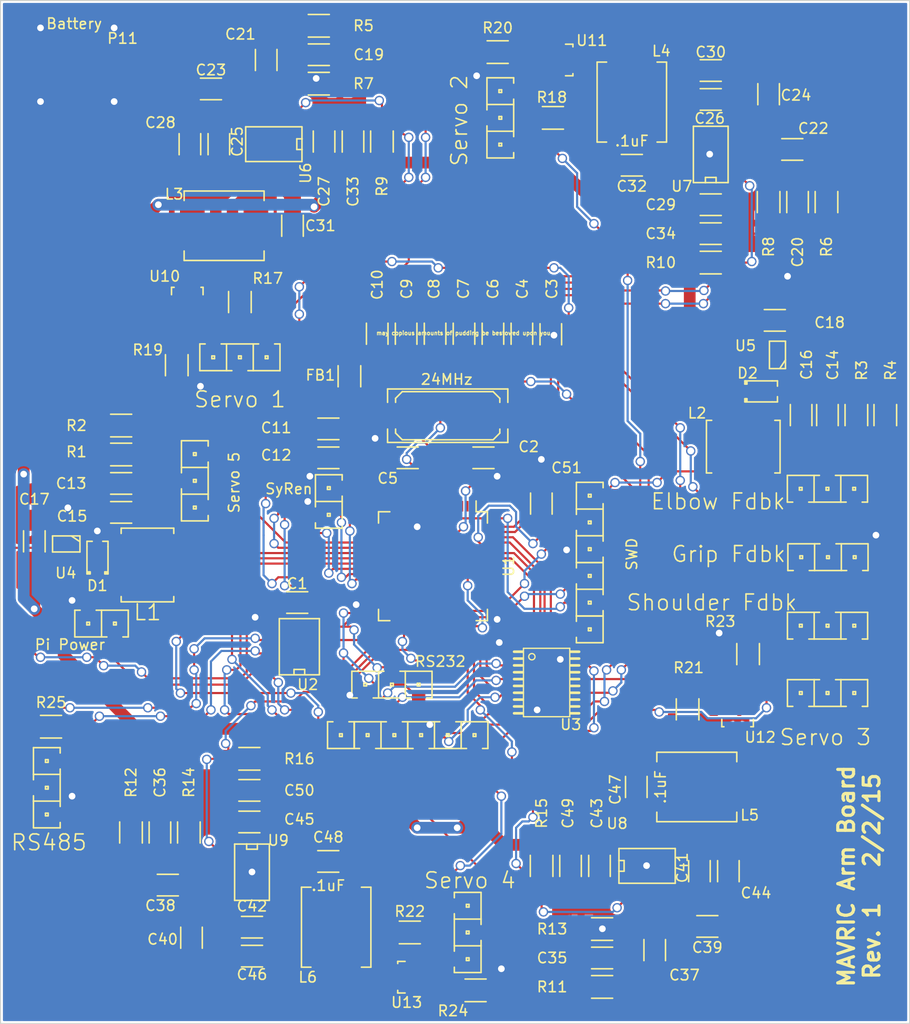
<source format=kicad_pcb>
(kicad_pcb (version 4) (host pcbnew "(2015-01-16 BZR 5376)-product")
  (title_block (title "Arm Control Board") (date "Monday, February 09, 2015") (company "Iowa State University Make 2 Innovate: Team MAVRIC"))
  (layers (0 F.Cu signal) (31 B.Cu signal) (34 B.Paste user) (35 F.Paste user) (36 B.SilkS user) (37 F.SilkS user) (38 B.Mask user) (39 F.Mask user) (44 Edge.Cuts user))
  (net 0 "")
  (net 1 "Net-(C1-Pad1)")
  (net 2 GND)
  (net 3 /OSC_IN)
  (net 4 "/Low Voltage Regulators/REG6+3V3")
  (net 5 /OSC_OUT)
  (net 6 /VDDA)
  (net 7 "/Low Voltage Regulators/REG5+5V")
  (net 8 "Net-(C15-Pad1)")
  (net 9 "Net-(C15-Pad2)")
  (net 10 "Net-(C16-Pad1)")
  (net 11 "Net-(C16-Pad2)")
  (net 12 +12V)
  (net 13 "/7.4V Regulators/REG1+7V4")
  (net 14 "Net-(C19-Pad2)")
  (net 15 "/7.4V Regulators/REG2+7V4")
  (net 16 "Net-(C20-Pad2)")
  (net 17 "Net-(C21-Pad1)")
  (net 18 "Net-(C22-Pad1)")
  (net 19 "Net-(C23-Pad1)")
  (net 20 "Net-(C24-Pad1)")
  (net 21 "Net-(C31-Pad1)")
  (net 22 "Net-(C31-Pad2)")
  (net 23 "Net-(C32-Pad1)")
  (net 24 "Net-(C32-Pad2)")
  (net 25 "/7.4V Regulators/REG3+7V4")
  (net 26 "Net-(C35-Pad2)")
  (net 27 "/7.4V Regulators/REG4+7V4")
  (net 28 "Net-(C36-Pad2)")
  (net 29 "Net-(C37-Pad1)")
  (net 30 "Net-(C38-Pad1)")
  (net 31 "Net-(C39-Pad1)")
  (net 32 "Net-(C40-Pad1)")
  (net 33 "Net-(C47-Pad1)")
  (net 34 "Net-(C47-Pad2)")
  (net 35 "Net-(C48-Pad1)")
  (net 36 "Net-(C48-Pad2)")
  (net 37 "Net-(R1-Pad2)")
  (net 38 "Net-(R3-Pad2)")
  (net 39 "/7.4V Regulators/REG1EN")
  (net 40 "/7.4V Regulators/REG2EN")
  (net 41 "/7.4V Regulators/REG3EN")
  (net 42 "/7.4V Regulators/REG4EN")
  (net 43 "Net-(U1-Pad2)")
  (net 44 "Net-(U1-Pad3)")
  (net 45 "Net-(U1-Pad4)")
  (net 46 /NRST)
  (net 47 "Net-(U1-Pad9)")
  (net 48 "Net-(U1-Pad14)")
  (net 49 "Net-(U1-Pad15)")
  (net 50 /USART2_TX)
  (net 51 "Net-(U1-Pad17)")
  (net 52 "/Low Voltage Regulators/REG5EN")
  (net 53 "/Low Voltage Regulators/REG6EN")
  (net 54 /ADC1_IN8_Shoulder)
  (net 55 "Net-(U1-Pad28)")
  (net 56 "Net-(U1-Pad29)")
  (net 57 /TIM3_CH1_EE)
  (net 58 /TIM3_CH2_EE)
  (net 59 /TIM3_CH3_EE)
  (net 60 /TIM3_CH4_EE)
  (net 61 "Net-(U1-Pad41)")
  (net 62 /USART1_TX)
  (net 63 /USART1_RX)
  (net 64 "Net-(U1-Pad44)")
  (net 65 "Net-(U1-Pad45)")
  (net 66 /SWDIO)
  (net 67 /SWCLK)
  (net 68 "Net-(U1-Pad50)")
  (net 69 "Net-(U1-Pad51)")
  (net 70 "Net-(U1-Pad52)")
  (net 71 "Net-(U1-Pad53)")
  (net 72 "Net-(U1-Pad56)")
  (net 73 "Net-(U1-Pad57)")
  (net 74 /TIM4_CH1_EE)
  (net 75 /TIM4_CH2_Step)
  (net 76 /GPIO_PB8_Direction)
  (net 77 /GPIO_PB9_Enable)
  (net 78 /Servo1_PWM)
  (net 79 /Step_Enable)
  (net 80 /Servo2_PWM)
  (net 81 /Step_Direction)
  (net 82 /Step_Step)
  (net 83 /Servo5_PWM)
  (net 84 /Servo4_PWM)
  (net 85 /Servo3_PWM)
  (net 86 /ADC1_IN9_Elbow)
  (net 87 "Net-(P8-Pad6)")
  (net 88 "Net-(C51-Pad1)")
  (net 89 "Net-(C19-Pad1)")
  (net 90 "Net-(C20-Pad1)")
  (net 91 "Net-(C35-Pad1)")
  (net 92 "Net-(C36-Pad1)")
  (net 93 /485_B)
  (net 94 /485_A)
  (net 95 /ADC1_IN10_GripForce)
  (net 96 "/7.4V Regulators/REG1CURRENT")
  (net 97 "/7.4V Regulators/REG2CURRENT")
  (net 98 "/7.4V Regulators/REG3CURRENT")
  (net 99 "/7.4V Regulators/REG4CURRENT")
  (net 100 "Net-(U1-Pad10)")
  (net 101 "Net-(U1-Pad11)")
  (net 102 "Net-(U1-Pad54)")
  (net 103 "Net-(U1-Pad55)")
  (module Inductors_NEOSID:Neosid_Inductor_SM-PIC0612H (layer F.Cu) (at 195.9 140.85 270)
    (fp_text reference L6 (at 4.75 2.7 360) (layer F.SilkS))
    (fp_text value 3.3uH hide)
    (pad 1 smd rect (at -3.02514 0 270) (size 2.3495 2.99974) (layers F.Cu F.Paste F.Mask) (net 36 "Net-(C48-Pad2)"))
    (pad 2 smd rect (at 3.02514 0 270) (size 2.3495 2.99974) (layers F.Cu F.Paste F.Mask) (net 92 "Net-(C36-Pad1)"))
  )
  (module Capacitors_SMD:C_1206_HandSoldering (layer F.Cu) (at 192.2 110 180)
    (fp_text reference C1 (at 0 1.8 180) (layer F.SilkS))
    (fp_text value 4.7uF hide)
    (pad 1 smd rect (at -2 0 180) (size 2 1.6) (layers F.Cu F.Paste F.Mask) (net 1 "Net-(C1-Pad1)"))
    (pad 2 smd rect (at 2 0 180) (size 2 1.6) (layers F.Cu F.Paste F.Mask) (net 2 GND))
  )
  (module Capacitors_SMD:C_1206_HandSoldering (layer F.Cu) (at 209.9 96.25)
    (fp_text reference C2 (at 4.3 -1.05) (layer F.SilkS))
    (fp_text value 15pF hide)
    (pad 1 smd rect (at -2 0) (size 2 1.6) (layers F.Cu F.Paste F.Mask) (net 3 /OSC_IN))
    (pad 2 smd rect (at 2 0) (size 2 1.6) (layers F.Cu F.Paste F.Mask) (net 2 GND))
  )
  (module Capacitors_SMD:C_1206_HandSoldering (layer F.Cu) (at 216.3 84.51 90)
    (fp_text reference C3 (at 4.31 0.1 90) (layer F.SilkS))
    (fp_text value .1uF hide)
    (pad 1 smd rect (at -2 0 90) (size 2 1.6) (layers F.Cu F.Paste F.Mask) (net 4 "/Low Voltage Regulators/REG6+3V3"))
    (pad 2 smd rect (at 2 0 90) (size 2 1.6) (layers F.Cu F.Paste F.Mask) (net 2 GND))
  )
  (module Capacitors_SMD:C_1206_HandSoldering (layer F.Cu) (at 213.55 84.46 90)
    (fp_text reference C4 (at 4.26 0.05 90) (layer F.SilkS))
    (fp_text value .1uF hide)
    (pad 1 smd rect (at -2 0 90) (size 2 1.6) (layers F.Cu F.Paste F.Mask) (net 4 "/Low Voltage Regulators/REG6+3V3"))
    (pad 2 smd rect (at 2 0 90) (size 2 1.6) (layers F.Cu F.Paste F.Mask) (net 2 GND))
  )
  (module Capacitors_SMD:C_1206_HandSoldering (layer F.Cu) (at 202.7 96.25 180)
    (fp_text reference C5 (at 1.9 -1.95 180) (layer F.SilkS))
    (fp_text value 15pF hide)
    (pad 1 smd rect (at -2 0 180) (size 2 1.6) (layers F.Cu F.Paste F.Mask) (net 5 /OSC_OUT))
    (pad 2 smd rect (at 2 0 180) (size 2 1.6) (layers F.Cu F.Paste F.Mask) (net 2 GND))
  )
  (module Capacitors_SMD:C_1206_HandSoldering (layer F.Cu) (at 210.8 84.46 90)
    (fp_text reference C6 (at 4.26 0 90) (layer F.SilkS))
    (fp_text value .1uF hide)
    (pad 1 smd rect (at -2 0 90) (size 2 1.6) (layers F.Cu F.Paste F.Mask) (net 4 "/Low Voltage Regulators/REG6+3V3"))
    (pad 2 smd rect (at 2 0 90) (size 2 1.6) (layers F.Cu F.Paste F.Mask) (net 2 GND))
  )
  (module Capacitors_SMD:C_1206_HandSoldering (layer F.Cu) (at 208.05 84.46 90)
    (fp_text reference C7 (at 4.26 -0.05 90) (layer F.SilkS))
    (fp_text value 4.7uF hide)
    (pad 1 smd rect (at -2 0 90) (size 2 1.6) (layers F.Cu F.Paste F.Mask) (net 4 "/Low Voltage Regulators/REG6+3V3"))
    (pad 2 smd rect (at 2 0 90) (size 2 1.6) (layers F.Cu F.Paste F.Mask) (net 2 GND))
  )
  (module Capacitors_SMD:C_1206_HandSoldering (layer F.Cu) (at 205.3 84.46 90)
    (fp_text reference C8 (at 4.26 -0.1 90) (layer F.SilkS))
    (fp_text value .1uF hide)
    (pad 1 smd rect (at -2 0 90) (size 2 1.6) (layers F.Cu F.Paste F.Mask) (net 4 "/Low Voltage Regulators/REG6+3V3"))
    (pad 2 smd rect (at 2 0 90) (size 2 1.6) (layers F.Cu F.Paste F.Mask) (net 2 GND))
  )
  (module Capacitors_SMD:C_1206_HandSoldering (layer F.Cu) (at 202.55 84.46 90)
    (fp_text reference C9 (at 4.26 0.05 90) (layer F.SilkS))
    (fp_text value .1uF hide)
    (pad 1 smd rect (at -2 0 90) (size 2 1.6) (layers F.Cu F.Paste F.Mask) (net 4 "/Low Voltage Regulators/REG6+3V3"))
    (pad 2 smd rect (at 2 0 90) (size 2 1.6) (layers F.Cu F.Paste F.Mask) (net 2 GND))
  )
  (module Capacitors_SMD:C_1206_HandSoldering (layer F.Cu) (at 199.8 84.46 90)
    (fp_text reference C10 (at 4.66 0 90) (layer F.SilkS))
    (fp_text value .1uF hide)
    (pad 1 smd rect (at -2 0 90) (size 2 1.6) (layers F.Cu F.Paste F.Mask) (net 4 "/Low Voltage Regulators/REG6+3V3"))
    (pad 2 smd rect (at 2 0 90) (size 2 1.6) (layers F.Cu F.Paste F.Mask) (net 2 GND))
  )
  (module Capacitors_SMD:C_1206_HandSoldering (layer F.Cu) (at 195.16 93.5 180)
    (fp_text reference C11 (at 4.96 0.1 180) (layer F.SilkS))
    (fp_text value .1uF hide)
    (pad 1 smd rect (at -2 0 180) (size 2 1.6) (layers F.Cu F.Paste F.Mask) (net 6 /VDDA))
    (pad 2 smd rect (at 2 0 180) (size 2 1.6) (layers F.Cu F.Paste F.Mask) (net 2 GND))
  )
  (module Capacitors_SMD:C_1206_HandSoldering (layer F.Cu) (at 195.16 96.25 180)
    (fp_text reference C12 (at 4.96 0.25 180) (layer F.SilkS))
    (fp_text value 1uF hide)
    (pad 1 smd rect (at -2 0 180) (size 2 1.6) (layers F.Cu F.Paste F.Mask) (net 6 /VDDA))
    (pad 2 smd rect (at 2 0 180) (size 2 1.6) (layers F.Cu F.Paste F.Mask) (net 2 GND))
  )
  (module Capacitors_SMD:C_1206_HandSoldering (layer F.Cu) (at 175.465 98.685 180)
    (fp_text reference C13 (at 4.75 0 180) (layer F.SilkS))
    (fp_text value 10uF hide)
    (pad 1 smd rect (at -2 0 180) (size 2 1.6) (layers F.Cu F.Paste F.Mask) (net 7 "/Low Voltage Regulators/REG5+5V"))
    (pad 2 smd rect (at 2 0 180) (size 2 1.6) (layers F.Cu F.Paste F.Mask) (net 2 GND))
  )
  (module Capacitors_SMD:C_1206_HandSoldering (layer F.Cu) (at 242.59 92.19 90)
    (fp_text reference C14 (at 4.75 0.5 90) (layer F.SilkS))
    (fp_text value 10uF hide)
    (pad 1 smd rect (at -2 0 90) (size 2 1.6) (layers F.Cu F.Paste F.Mask) (net 4 "/Low Voltage Regulators/REG6+3V3"))
    (pad 2 smd rect (at 2 0 90) (size 2 1.6) (layers F.Cu F.Paste F.Mask) (net 2 GND))
  )
  (module Capacitors_SMD:C_1206_HandSoldering (layer F.Cu) (at 175.465 101.435)
    (fp_text reference C15 (at -4.665 0.365) (layer F.SilkS))
    (fp_text value 10nF hide)
    (pad 1 smd rect (at -2 0) (size 2 1.6) (layers F.Cu F.Paste F.Mask) (net 8 "Net-(C15-Pad1)"))
    (pad 2 smd rect (at 2 0) (size 2 1.6) (layers F.Cu F.Paste F.Mask) (net 9 "Net-(C15-Pad2)"))
  )
  (module Capacitors_SMD:C_1206_HandSoldering (layer F.Cu) (at 240.09 92.19 270)
    (fp_text reference C16 (at -4.79 -0.51 270) (layer F.SilkS))
    (fp_text value 10nF hide)
    (pad 1 smd rect (at -2 0 270) (size 2 1.6) (layers F.Cu F.Paste F.Mask) (net 10 "Net-(C16-Pad1)"))
    (pad 2 smd rect (at 2 0 270) (size 2 1.6) (layers F.Cu F.Paste F.Mask) (net 11 "Net-(C16-Pad2)"))
  )
  (module Capacitors_SMD:C_1206_HandSoldering (layer F.Cu) (at 167.215 104.185 90)
    (fp_text reference C17 (at 4 0 180) (layer F.SilkS))
    (fp_text value 4.7uF hide)
    (pad 1 smd rect (at -2 0 90) (size 2 1.6) (layers F.Cu F.Paste F.Mask) (net 12 +12V))
    (pad 2 smd rect (at 2 0 90) (size 2 1.6) (layers F.Cu F.Paste F.Mask) (net 2 GND))
  )
  (module Capacitors_SMD:C_1206_HandSoldering (layer F.Cu) (at 237.59 83.19)
    (fp_text reference C18 (at 5.21 0.21 180) (layer F.SilkS))
    (fp_text value 4.7uF hide)
    (pad 1 smd rect (at -2 0) (size 2 1.6) (layers F.Cu F.Paste F.Mask) (net 12 +12V))
    (pad 2 smd rect (at 2 0) (size 2 1.6) (layers F.Cu F.Paste F.Mask) (net 2 GND))
  )
  (module Capacitors_SMD:C_1206_HandSoldering (layer F.Cu) (at 194.25 57.95 180)
    (fp_text reference C19 (at -4.75 0 180) (layer F.SilkS))
    (fp_text value 18pF hide)
    (pad 1 smd rect (at -2 0 180) (size 2 1.6) (layers F.Cu F.Paste F.Mask) (net 89 "Net-(C19-Pad1)"))
    (pad 2 smd rect (at 2 0 180) (size 2 1.6) (layers F.Cu F.Paste F.Mask) (net 14 "Net-(C19-Pad2)"))
  )
  (module Capacitors_SMD:C_1206_HandSoldering (layer F.Cu) (at 239.75 71.95 90)
    (fp_text reference C20 (at -4.75 0 90) (layer F.SilkS))
    (fp_text value 18pF hide)
    (pad 1 smd rect (at -2 0 90) (size 2 1.6) (layers F.Cu F.Paste F.Mask) (net 90 "Net-(C20-Pad1)"))
    (pad 2 smd rect (at 2 0 90) (size 2 1.6) (layers F.Cu F.Paste F.Mask) (net 16 "Net-(C20-Pad2)"))
  )
  (module Capacitors_SMD:C_1206_HandSoldering (layer F.Cu) (at 189.25 58.45 90)
    (fp_text reference C21 (at 2.45 -2.45 180) (layer F.SilkS))
    (fp_text value 1uF hide)
    (pad 1 smd rect (at -2 0 90) (size 2 1.6) (layers F.Cu F.Paste F.Mask) (net 17 "Net-(C21-Pad1)"))
    (pad 2 smd rect (at 2 0 90) (size 2 1.6) (layers F.Cu F.Paste F.Mask) (net 2 GND))
  )
  (module Capacitors_SMD:C_1206_HandSoldering (layer F.Cu) (at 239.25 66.95)
    (fp_text reference C22 (at 2 -2) (layer F.SilkS))
    (fp_text value 1uF hide)
    (pad 1 smd rect (at -2 0) (size 2 1.6) (layers F.Cu F.Paste F.Mask) (net 18 "Net-(C22-Pad1)"))
    (pad 2 smd rect (at 2 0) (size 2 1.6) (layers F.Cu F.Paste F.Mask) (net 2 GND))
  )
  (module Capacitors_SMD:C_1206_HandSoldering (layer F.Cu) (at 184 61.2 180)
    (fp_text reference C23 (at 0 1.8 180) (layer F.SilkS))
    (fp_text value 8.2nF hide)
    (pad 1 smd rect (at -2 0 180) (size 2 1.6) (layers F.Cu F.Paste F.Mask) (net 19 "Net-(C23-Pad1)"))
    (pad 2 smd rect (at 2 0 180) (size 2 1.6) (layers F.Cu F.Paste F.Mask) (net 2 GND))
  )
  (module Capacitors_SMD:C_1206_HandSoldering (layer F.Cu) (at 237 61.7 90)
    (fp_text reference C24 (at -0.1 2.6 180) (layer F.SilkS))
    (fp_text value 8.2nF hide)
    (pad 1 smd rect (at -2 0 90) (size 2 1.6) (layers F.Cu F.Paste F.Mask) (net 20 "Net-(C24-Pad1)"))
    (pad 2 smd rect (at 2 0 90) (size 2 1.6) (layers F.Cu F.Paste F.Mask) (net 2 GND))
  )
  (module Capacitors_SMD:C_1206_HandSoldering (layer F.Cu) (at 184.75 66.45 90)
    (fp_text reference C25 (at 0.25 1.75 90) (layer F.SilkS))
    (fp_text value 22uF hide)
    (pad 1 smd rect (at -2 0 90) (size 2 1.6) (layers F.Cu F.Paste F.Mask) (net 89 "Net-(C19-Pad1)"))
    (pad 2 smd rect (at 2 0 90) (size 2 1.6) (layers F.Cu F.Paste F.Mask) (net 2 GND))
  )
  (module Capacitors_SMD:C_1206_HandSoldering (layer F.Cu) (at 231.5 62.2)
    (fp_text reference C26 (at -0.1 1.8) (layer F.SilkS))
    (fp_text value 22uF hide)
    (pad 1 smd rect (at -2 0) (size 2 1.6) (layers F.Cu F.Paste F.Mask) (net 90 "Net-(C20-Pad1)"))
    (pad 2 smd rect (at 2 0) (size 2 1.6) (layers F.Cu F.Paste F.Mask) (net 2 GND))
  )
  (module Capacitors_SMD:C_1206_HandSoldering (layer F.Cu) (at 194.75 66.2 90)
    (fp_text reference C27 (at -4.75 0 90) (layer F.SilkS))
    (fp_text value 10uF hide)
    (pad 1 smd rect (at -2 0 90) (size 2 1.6) (layers F.Cu F.Paste F.Mask) (net 12 +12V))
    (pad 2 smd rect (at 2 0 90) (size 2 1.6) (layers F.Cu F.Paste F.Mask) (net 2 GND))
  )
  (module Capacitors_SMD:C_1206_HandSoldering (layer F.Cu) (at 182 66.45 90)
    (fp_text reference C28 (at 2.05 -2.8 180) (layer F.SilkS))
    (fp_text value 22uF hide)
    (pad 1 smd rect (at -2 0 90) (size 2 1.6) (layers F.Cu F.Paste F.Mask) (net 89 "Net-(C19-Pad1)"))
    (pad 2 smd rect (at 2 0 90) (size 2 1.6) (layers F.Cu F.Paste F.Mask) (net 2 GND))
  )
  (module Capacitors_SMD:C_1206_HandSoldering (layer F.Cu) (at 231.5 72.2)
    (fp_text reference C29 (at -4.75 0) (layer F.SilkS))
    (fp_text value 10uF hide)
    (pad 1 smd rect (at -2 0) (size 2 1.6) (layers F.Cu F.Paste F.Mask) (net 12 +12V))
    (pad 2 smd rect (at 2 0) (size 2 1.6) (layers F.Cu F.Paste F.Mask) (net 2 GND))
  )
  (module Capacitors_SMD:C_1206_HandSoldering (layer F.Cu) (at 231.5 59.45)
    (fp_text reference C30 (at 0 -1.75) (layer F.SilkS))
    (fp_text value 22uF hide)
    (pad 1 smd rect (at -2 0) (size 2 1.6) (layers F.Cu F.Paste F.Mask) (net 90 "Net-(C20-Pad1)"))
    (pad 2 smd rect (at 2 0) (size 2 1.6) (layers F.Cu F.Paste F.Mask) (net 2 GND))
  )
  (module Capacitors_SMD:C_1206_HandSoldering (layer F.Cu) (at 191.75 74.2 270)
    (fp_text reference C31 (at 0 -2.65 360) (layer F.SilkS))
    (fp_text value .1uF hide)
    (pad 1 smd rect (at -2 0 270) (size 2 1.6) (layers F.Cu F.Paste F.Mask) (net 21 "Net-(C31-Pad1)"))
    (pad 2 smd rect (at 2 0 270) (size 2 1.6) (layers F.Cu F.Paste F.Mask) (net 22 "Net-(C31-Pad2)"))
  )
  (module Capacitors_SMD:C_1206_HandSoldering (layer F.Cu) (at 224 68.45 180)
    (fp_text reference C32 (at 0 -2 180) (layer F.SilkS))
    (fp_text value .1uF (at 0 2.3 180) (layer F.SilkS))
    (pad 1 smd rect (at -2 0 180) (size 2 1.6) (layers F.Cu F.Paste F.Mask) (net 23 "Net-(C32-Pad1)"))
    (pad 2 smd rect (at 2 0 180) (size 2 1.6) (layers F.Cu F.Paste F.Mask) (net 24 "Net-(C32-Pad2)"))
  )
  (module Capacitors_SMD:C_1206_HandSoldering (layer F.Cu) (at 197.5 66.2 90)
    (fp_text reference C33 (at -4.75 0 90) (layer F.SilkS))
    (fp_text value 10uF hide)
    (pad 1 smd rect (at -2 0 90) (size 2 1.6) (layers F.Cu F.Paste F.Mask) (net 12 +12V))
    (pad 2 smd rect (at 2 0 90) (size 2 1.6) (layers F.Cu F.Paste F.Mask) (net 2 GND))
  )
  (module Capacitors_SMD:C_1206_HandSoldering (layer F.Cu) (at 231.5 74.95)
    (fp_text reference C34 (at -4.75 0) (layer F.SilkS))
    (fp_text value 10uF hide)
    (pad 1 smd rect (at -2 0) (size 2 1.6) (layers F.Cu F.Paste F.Mask) (net 12 +12V))
    (pad 2 smd rect (at 2 0) (size 2 1.6) (layers F.Cu F.Paste F.Mask) (net 2 GND))
  )
  (module Capacitors_SMD:C_1206_HandSoldering (layer F.Cu) (at 221.175 143.775)
    (fp_text reference C35 (at -4.75 0) (layer F.SilkS))
    (fp_text value 18pF hide)
    (pad 1 smd rect (at -2 0) (size 2 1.6) (layers F.Cu F.Paste F.Mask) (net 91 "Net-(C35-Pad1)"))
    (pad 2 smd rect (at 2 0) (size 2 1.6) (layers F.Cu F.Paste F.Mask) (net 26 "Net-(C35-Pad2)"))
  )
  (module Capacitors_SMD:C_1206_HandSoldering (layer F.Cu) (at 179.15 131.85 270)
    (fp_text reference C36 (at -4.75 0 270) (layer F.SilkS))
    (fp_text value 18pF hide)
    (pad 1 smd rect (at -2 0 270) (size 2 1.6) (layers F.Cu F.Paste F.Mask) (net 92 "Net-(C36-Pad1)"))
    (pad 2 smd rect (at 2 0 270) (size 2 1.6) (layers F.Cu F.Paste F.Mask) (net 28 "Net-(C36-Pad2)"))
  )
  (module Capacitors_SMD:C_1206_HandSoldering (layer F.Cu) (at 226.175 143.025 270)
    (fp_text reference C37 (at 2.375 -2.825 360) (layer F.SilkS))
    (fp_text value 1uF hide)
    (pad 1 smd rect (at -2 0 270) (size 2 1.6) (layers F.Cu F.Paste F.Mask) (net 29 "Net-(C37-Pad1)"))
    (pad 2 smd rect (at 2 0 270) (size 2 1.6) (layers F.Cu F.Paste F.Mask) (net 2 GND))
  )
  (module Capacitors_SMD:C_1206_HandSoldering (layer F.Cu) (at 179.9 136.85 180)
    (fp_text reference C38 (at 0.7 -1.95 180) (layer F.SilkS))
    (fp_text value 1uF hide)
    (pad 1 smd rect (at -2 0 180) (size 2 1.6) (layers F.Cu F.Paste F.Mask) (net 30 "Net-(C38-Pad1)"))
    (pad 2 smd rect (at 2 0 180) (size 2 1.6) (layers F.Cu F.Paste F.Mask) (net 2 GND))
  )
  (module Capacitors_SMD:C_1206_HandSoldering (layer F.Cu) (at 231.175 140.775)
    (fp_text reference C39 (at 0 2) (layer F.SilkS))
    (fp_text value 8.2nF hide)
    (pad 1 smd rect (at -2 0) (size 2 1.6) (layers F.Cu F.Paste F.Mask) (net 31 "Net-(C39-Pad1)"))
    (pad 2 smd rect (at 2 0) (size 2 1.6) (layers F.Cu F.Paste F.Mask) (net 2 GND))
  )
  (module Capacitors_SMD:C_1206_HandSoldering (layer F.Cu) (at 182.15 141.85 270)
    (fp_text reference C40 (at 0.15 2.75 360) (layer F.SilkS))
    (fp_text value 8.2nF hide)
    (pad 1 smd rect (at -2 0 270) (size 2 1.6) (layers F.Cu F.Paste F.Mask) (net 32 "Net-(C40-Pad1)"))
    (pad 2 smd rect (at 2 0 270) (size 2 1.6) (layers F.Cu F.Paste F.Mask) (net 2 GND))
  )
  (module Capacitors_SMD:C_1206_HandSoldering (layer F.Cu) (at 230.425 135.525 270)
    (fp_text reference C41 (at -0.325 1.625 270) (layer F.SilkS))
    (fp_text value 22uF hide)
    (pad 1 smd rect (at -2 0 270) (size 2 1.6) (layers F.Cu F.Paste F.Mask) (net 91 "Net-(C35-Pad1)"))
    (pad 2 smd rect (at 2 0 270) (size 2 1.6) (layers F.Cu F.Paste F.Mask) (net 2 GND))
  )
  (module Capacitors_SMD:C_1206_HandSoldering (layer F.Cu) (at 187.9 140.85 180)
    (fp_text reference C42 (at 0 2 180) (layer F.SilkS))
    (fp_text value 22uF hide)
    (pad 1 smd rect (at -2 0 180) (size 2 1.6) (layers F.Cu F.Paste F.Mask) (net 92 "Net-(C36-Pad1)"))
    (pad 2 smd rect (at 2 0 180) (size 2 1.6) (layers F.Cu F.Paste F.Mask) (net 2 GND))
  )
  (module Capacitors_SMD:C_1206_HandSoldering (layer F.Cu) (at 220.925 135.025 270)
    (fp_text reference C43 (at -5 0.25 270) (layer F.SilkS))
    (fp_text value 10uF hide)
    (pad 1 smd rect (at -2 0 270) (size 2 1.6) (layers F.Cu F.Paste F.Mask) (net 12 +12V))
    (pad 2 smd rect (at 2 0 270) (size 2 1.6) (layers F.Cu F.Paste F.Mask) (net 2 GND))
  )
  (module Capacitors_SMD:C_1206_HandSoldering (layer F.Cu) (at 233.175 135.525 270)
    (fp_text reference C44 (at 2.075 -2.625 540) (layer F.SilkS))
    (fp_text value 22uF hide)
    (pad 1 smd rect (at -2 0 270) (size 2 1.6) (layers F.Cu F.Paste F.Mask) (net 91 "Net-(C35-Pad1)"))
    (pad 2 smd rect (at 2 0 270) (size 2 1.6) (layers F.Cu F.Paste F.Mask) (net 2 GND))
  )
  (module Capacitors_SMD:C_1206_HandSoldering (layer F.Cu) (at 187.65 130.85 180)
    (fp_text reference C45 (at -4.75 0.25 180) (layer F.SilkS))
    (fp_text value 10uF hide)
    (pad 1 smd rect (at -2 0 180) (size 2 1.6) (layers F.Cu F.Paste F.Mask) (net 12 +12V))
    (pad 2 smd rect (at 2 0 180) (size 2 1.6) (layers F.Cu F.Paste F.Mask) (net 2 GND))
  )
  (module Capacitors_SMD:C_1206_HandSoldering (layer F.Cu) (at 187.9 143.6 180)
    (fp_text reference C46 (at 0 -1.75 180) (layer F.SilkS))
    (fp_text value 22uF hide)
    (pad 1 smd rect (at -2 0 180) (size 2 1.6) (layers F.Cu F.Paste F.Mask) (net 92 "Net-(C36-Pad1)"))
    (pad 2 smd rect (at 2 0 180) (size 2 1.6) (layers F.Cu F.Paste F.Mask) (net 2 GND))
  )
  (module Capacitors_SMD:C_1206_HandSoldering (layer F.Cu) (at 224.425 127.525 90)
    (fp_text reference C47 (at -0.25 -2 90) (layer F.SilkS))
    (fp_text value .1uF (at 0 2.3 90) (layer F.SilkS))
    (pad 1 smd rect (at -2 0 90) (size 2 1.6) (layers F.Cu F.Paste F.Mask) (net 33 "Net-(C47-Pad1)"))
    (pad 2 smd rect (at 2 0 90) (size 2 1.6) (layers F.Cu F.Paste F.Mask) (net 34 "Net-(C47-Pad2)"))
  )
  (module Capacitors_SMD:C_1206_HandSoldering (layer F.Cu) (at 195.15 134.6)
    (fp_text reference C48 (at 0 -2.3) (layer F.SilkS))
    (fp_text value .1uF (at 0 2.3) (layer F.SilkS))
    (pad 1 smd rect (at -2 0) (size 2 1.6) (layers F.Cu F.Paste F.Mask) (net 35 "Net-(C48-Pad1)"))
    (pad 2 smd rect (at 2 0) (size 2 1.6) (layers F.Cu F.Paste F.Mask) (net 36 "Net-(C48-Pad2)"))
  )
  (module Capacitors_SMD:C_1206_HandSoldering (layer F.Cu) (at 218.175 135.025 270)
    (fp_text reference C49 (at -5 0.25 270) (layer F.SilkS))
    (fp_text value 10uF hide)
    (pad 1 smd rect (at -2 0 270) (size 2 1.6) (layers F.Cu F.Paste F.Mask) (net 12 +12V))
    (pad 2 smd rect (at 2 0 270) (size 2 1.6) (layers F.Cu F.Paste F.Mask) (net 2 GND))
  )
  (module Capacitors_SMD:C_1206_HandSoldering (layer F.Cu) (at 187.65 127.85 180)
    (fp_text reference C50 (at -4.75 0 180) (layer F.SilkS))
    (fp_text value 10uF hide)
    (pad 1 smd rect (at -2 0 180) (size 2 1.6) (layers F.Cu F.Paste F.Mask) (net 12 +12V))
    (pad 2 smd rect (at 2 0 180) (size 2 1.6) (layers F.Cu F.Paste F.Mask) (net 2 GND))
  )
  (module Resistors_SMD:R_1206_HandSoldering (layer F.Cu) (at 197.16 88.5 270)
    (fp_text reference FB1 (at -0.1 2.76 360) (layer F.SilkS))
    (fp_text value 50O hide)
    (pad 1 smd rect (at -2 0 270) (size 2 1.7) (layers F.Cu F.Paste F.Mask) (net 4 "/Low Voltage Regulators/REG6+3V3"))
    (pad 2 smd rect (at 2 0 270) (size 2 1.7) (layers F.Cu F.Paste F.Mask) (net 6 /VDDA))
  )
  (module Inductors_NEOSID:Neosid_Inductor_SM-PIC0612H (layer F.Cu) (at 185.25 74.2 180)
    (fp_text reference L3 (at 4.75 3 180) (layer F.SilkS))
    (fp_text value 3.3uH hide)
    (pad 1 smd rect (at -3.02514 0 180) (size 2.3495 2.99974) (layers F.Cu F.Paste F.Mask) (net 22 "Net-(C31-Pad2)"))
    (pad 2 smd rect (at 3.02514 0 180) (size 2.3495 2.99974) (layers F.Cu F.Paste F.Mask) (net 89 "Net-(C19-Pad1)"))
  )
  (module Inductors_NEOSID:Neosid_Inductor_SM-PIC0612H (layer F.Cu) (at 224 62.45 90)
    (fp_text reference L4 (at 4.85 2.8 180) (layer F.SilkS))
    (fp_text value 3.3uH hide)
    (pad 1 smd rect (at -3.02514 0 90) (size 2.3495 2.99974) (layers F.Cu F.Paste F.Mask) (net 24 "Net-(C32-Pad2)"))
    (pad 2 smd rect (at 3.02514 0 90) (size 2.3495 2.99974) (layers F.Cu F.Paste F.Mask) (net 90 "Net-(C20-Pad1)"))
  )
  (module Inductors_NEOSID:Neosid_Inductor_SM-PIC0612H (layer F.Cu) (at 230.175 127.525)
    (fp_text reference L5 (at 5.025 2.675) (layer F.SilkS))
    (fp_text value 3.3uH hide)
    (pad 1 smd rect (at -3.02514 0) (size 2.3495 2.99974) (layers F.Cu F.Paste F.Mask) (net 34 "Net-(C47-Pad2)"))
    (pad 2 smd rect (at 3.02514 0) (size 2.3495 2.99974) (layers F.Cu F.Paste F.Mask) (net 91 "Net-(C35-Pad1)"))
  )
  (module Resistors_SMD:R_1206_HandSoldering (layer F.Cu) (at 175.465 95.935 180)
    (fp_text reference R1 (at 4.25 0.25 180) (layer F.SilkS))
    (fp_text value 49.9k hide)
    (pad 1 smd rect (at -2 0 180) (size 2 1.7) (layers F.Cu F.Paste F.Mask) (net 7 "/Low Voltage Regulators/REG5+5V"))
    (pad 2 smd rect (at 2 0 180) (size 2 1.7) (layers F.Cu F.Paste F.Mask) (net 37 "Net-(R1-Pad2)"))
  )
  (module Resistors_SMD:R_1206_HandSoldering (layer F.Cu) (at 175.465 93.185 180)
    (fp_text reference R2 (at 4.25 0 180) (layer F.SilkS))
    (fp_text value 9.53k hide)
    (pad 1 smd rect (at -2 0 180) (size 2 1.7) (layers F.Cu F.Paste F.Mask) (net 2 GND))
    (pad 2 smd rect (at 2 0 180) (size 2 1.7) (layers F.Cu F.Paste F.Mask) (net 37 "Net-(R1-Pad2)"))
  )
  (module Resistors_SMD:R_1206_HandSoldering (layer F.Cu) (at 245.34 92.19 90)
    (fp_text reference R3 (at 4.25 0.5 90) (layer F.SilkS))
    (fp_text value 49.9k hide)
    (pad 1 smd rect (at -2 0 90) (size 2 1.7) (layers F.Cu F.Paste F.Mask) (net 4 "/Low Voltage Regulators/REG6+3V3"))
    (pad 2 smd rect (at 2 0 90) (size 2 1.7) (layers F.Cu F.Paste F.Mask) (net 38 "Net-(R3-Pad2)"))
  )
  (module Resistors_SMD:R_1206_HandSoldering (layer F.Cu) (at 248.09 92.19 90)
    (fp_text reference R4 (at 4.25 0.5 90) (layer F.SilkS))
    (fp_text value 15.8k hide)
    (pad 1 smd rect (at -2 0 90) (size 2 1.7) (layers F.Cu F.Paste F.Mask) (net 2 GND))
    (pad 2 smd rect (at 2 0 90) (size 2 1.7) (layers F.Cu F.Paste F.Mask) (net 38 "Net-(R3-Pad2)"))
  )
  (module Resistors_SMD:R_1206_HandSoldering (layer F.Cu) (at 194.25 55.2 180)
    (fp_text reference R5 (at -4.25 0 180) (layer F.SilkS))
    (fp_text value 191k hide)
    (pad 1 smd rect (at -2 0 180) (size 2 1.7) (layers F.Cu F.Paste F.Mask) (net 89 "Net-(C19-Pad1)"))
    (pad 2 smd rect (at 2 0 180) (size 2 1.7) (layers F.Cu F.Paste F.Mask) (net 14 "Net-(C19-Pad2)"))
  )
  (module Resistors_SMD:R_1206_HandSoldering (layer F.Cu) (at 242.5 71.95 90)
    (fp_text reference R6 (at -4.25 0 90) (layer F.SilkS))
    (fp_text value 191k hide)
    (pad 1 smd rect (at -2 0 90) (size 2 1.7) (layers F.Cu F.Paste F.Mask) (net 90 "Net-(C20-Pad1)"))
    (pad 2 smd rect (at 2 0 90) (size 2 1.7) (layers F.Cu F.Paste F.Mask) (net 16 "Net-(C20-Pad2)"))
  )
  (module Resistors_SMD:R_1206_HandSoldering (layer F.Cu) (at 194.25 60.7)
    (fp_text reference R7 (at 4.25 0) (layer F.SilkS))
    (fp_text value 22.1k hide)
    (pad 1 smd rect (at -2 0) (size 2 1.7) (layers F.Cu F.Paste F.Mask) (net 14 "Net-(C19-Pad2)"))
    (pad 2 smd rect (at 2 0) (size 2 1.7) (layers F.Cu F.Paste F.Mask) (net 2 GND))
  )
  (module Resistors_SMD:R_1206_HandSoldering (layer F.Cu) (at 237 71.95 270)
    (fp_text reference R8 (at 4.25 0 270) (layer F.SilkS))
    (fp_text value 22.1k hide)
    (pad 1 smd rect (at -2 0 270) (size 2 1.7) (layers F.Cu F.Paste F.Mask) (net 16 "Net-(C20-Pad2)"))
    (pad 2 smd rect (at 2 0 270) (size 2 1.7) (layers F.Cu F.Paste F.Mask) (net 2 GND))
  )
  (module Resistors_SMD:R_1206_HandSoldering (layer F.Cu) (at 200.25 66.2 270)
    (fp_text reference R9 (at 4.25 0 270) (layer F.SilkS))
    (fp_text value 100k hide)
    (pad 1 smd rect (at -2 0 270) (size 2 1.7) (layers F.Cu F.Paste F.Mask) (net 39 "/7.4V Regulators/REG1EN"))
    (pad 2 smd rect (at 2 0 270) (size 2 1.7) (layers F.Cu F.Paste F.Mask) (net 12 +12V))
  )
  (module Resistors_SMD:R_1206_HandSoldering (layer F.Cu) (at 231.5 77.7 180)
    (fp_text reference R10 (at 4.75 0 180) (layer F.SilkS))
    (fp_text value 100k hide)
    (pad 1 smd rect (at -2 0 180) (size 2 1.7) (layers F.Cu F.Paste F.Mask) (net 40 "/7.4V Regulators/REG2EN"))
    (pad 2 smd rect (at 2 0 180) (size 2 1.7) (layers F.Cu F.Paste F.Mask) (net 12 +12V))
  )
  (module Resistors_SMD:R_1206_HandSoldering (layer F.Cu) (at 221.175 146.525)
    (fp_text reference R11 (at -4.75 0) (layer F.SilkS))
    (fp_text value 191k hide)
    (pad 1 smd rect (at -2 0) (size 2 1.7) (layers F.Cu F.Paste F.Mask) (net 91 "Net-(C35-Pad1)"))
    (pad 2 smd rect (at 2 0) (size 2 1.7) (layers F.Cu F.Paste F.Mask) (net 26 "Net-(C35-Pad2)"))
  )
  (module Resistors_SMD:R_1206_HandSoldering (layer F.Cu) (at 176.4 131.85 270)
    (fp_text reference R12 (at -4.75 0 270) (layer F.SilkS))
    (fp_text value 191k hide)
    (pad 1 smd rect (at -2 0 270) (size 2 1.7) (layers F.Cu F.Paste F.Mask) (net 92 "Net-(C36-Pad1)"))
    (pad 2 smd rect (at 2 0 270) (size 2 1.7) (layers F.Cu F.Paste F.Mask) (net 28 "Net-(C36-Pad2)"))
  )
  (module Resistors_SMD:R_1206_HandSoldering (layer F.Cu) (at 221.175 141.025 180)
    (fp_text reference R13 (at 4.75 0 180) (layer F.SilkS))
    (fp_text value 22.1k hide)
    (pad 1 smd rect (at -2 0 180) (size 2 1.7) (layers F.Cu F.Paste F.Mask) (net 26 "Net-(C35-Pad2)"))
    (pad 2 smd rect (at 2 0 180) (size 2 1.7) (layers F.Cu F.Paste F.Mask) (net 2 GND))
  )
  (module Resistors_SMD:R_1206_HandSoldering (layer F.Cu) (at 181.9 131.85 90)
    (fp_text reference R14 (at 4.75 0 90) (layer F.SilkS))
    (fp_text value 22.1k hide)
    (pad 1 smd rect (at -2 0 90) (size 2 1.7) (layers F.Cu F.Paste F.Mask) (net 28 "Net-(C36-Pad2)"))
    (pad 2 smd rect (at 2 0 90) (size 2 1.7) (layers F.Cu F.Paste F.Mask) (net 2 GND))
  )
  (module Resistors_SMD:R_1206_HandSoldering (layer F.Cu) (at 215.425 135.025 90)
    (fp_text reference R15 (at 5 0 90) (layer F.SilkS))
    (fp_text value 100k hide)
    (pad 1 smd rect (at -2 0 90) (size 2 1.7) (layers F.Cu F.Paste F.Mask) (net 41 "/7.4V Regulators/REG3EN"))
    (pad 2 smd rect (at 2 0 90) (size 2 1.7) (layers F.Cu F.Paste F.Mask) (net 12 +12V))
  )
  (module Resistors_SMD:R_1206_HandSoldering (layer F.Cu) (at 187.65 124.85)
    (fp_text reference R16 (at 4.75 0) (layer F.SilkS))
    (fp_text value 100k hide)
    (pad 1 smd rect (at -2 0) (size 2 1.7) (layers F.Cu F.Paste F.Mask) (net 42 "/7.4V Regulators/REG4EN"))
    (pad 2 smd rect (at 2 0) (size 2 1.7) (layers F.Cu F.Paste F.Mask) (net 12 +12V))
  )
  (module Housings_QFP:LQFP-64_10x10mm_Pitch0.5mm (layer F.Cu) (at 205.1 106.55 270)
    (fp_text reference U1 (at 0 -7.2 270) (layer F.SilkS))
    (fp_text value STM32F401RCT6 hide)
    (pad 1 smd rect (at -5.7 -3.75 270) (size 1 0.25) (layers F.Cu F.Paste F.Mask) (net 4 "/Low Voltage Regulators/REG6+3V3"))
    (pad 2 smd rect (at -5.7 -3.25 270) (size 1 0.25) (layers F.Cu F.Paste F.Mask) (net 43 "Net-(U1-Pad2)"))
    (pad 3 smd rect (at -5.7 -2.75 270) (size 1 0.25) (layers F.Cu F.Paste F.Mask) (net 44 "Net-(U1-Pad3)"))
    (pad 4 smd rect (at -5.7 -2.25 270) (size 1 0.25) (layers F.Cu F.Paste F.Mask) (net 45 "Net-(U1-Pad4)"))
    (pad 5 smd rect (at -5.7 -1.75 270) (size 1 0.25) (layers F.Cu F.Paste F.Mask) (net 3 /OSC_IN))
    (pad 6 smd rect (at -5.7 -1.25 270) (size 1 0.25) (layers F.Cu F.Paste F.Mask) (net 5 /OSC_OUT))
    (pad 7 smd rect (at -5.7 -0.75 270) (size 1 0.25) (layers F.Cu F.Paste F.Mask) (net 46 /NRST))
    (pad 8 smd rect (at -5.7 -0.25 270) (size 1 0.25) (layers F.Cu F.Paste F.Mask) (net 95 /ADC1_IN10_GripForce))
    (pad 9 smd rect (at -5.7 0.25 270) (size 1 0.25) (layers F.Cu F.Paste F.Mask) (net 47 "Net-(U1-Pad9)"))
    (pad 10 smd rect (at -5.7 0.75 270) (size 1 0.25) (layers F.Cu F.Paste F.Mask) (net 100 "Net-(U1-Pad10)"))
    (pad 11 smd rect (at -5.7 1.25 270) (size 1 0.25) (layers F.Cu F.Paste F.Mask) (net 101 "Net-(U1-Pad11)"))
    (pad 12 smd rect (at -5.7 1.75 270) (size 1 0.25) (layers F.Cu F.Paste F.Mask) (net 2 GND))
    (pad 13 smd rect (at -5.7 2.25 270) (size 1 0.25) (layers F.Cu F.Paste F.Mask) (net 6 /VDDA))
    (pad 14 smd rect (at -5.7 2.75 270) (size 1 0.25) (layers F.Cu F.Paste F.Mask) (net 48 "Net-(U1-Pad14)"))
    (pad 15 smd rect (at -5.7 3.25 270) (size 1 0.25) (layers F.Cu F.Paste F.Mask) (net 49 "Net-(U1-Pad15)"))
    (pad 16 smd rect (at -5.7 3.75 270) (size 1 0.25) (layers F.Cu F.Paste F.Mask) (net 50 /USART2_TX))
    (pad 17 smd rect (at -3.75 5.7) (size 1 0.25) (layers F.Cu F.Paste F.Mask) (net 51 "Net-(U1-Pad17)"))
    (pad 18 smd rect (at -3.25 5.7) (size 1 0.25) (layers F.Cu F.Paste F.Mask) (net 2 GND))
    (pad 19 smd rect (at -2.75 5.7) (size 1 0.25) (layers F.Cu F.Paste F.Mask) (net 4 "/Low Voltage Regulators/REG6+3V3"))
    (pad 20 smd rect (at -2.25 5.7) (size 1 0.25) (layers F.Cu F.Paste F.Mask) (net 96 "/7.4V Regulators/REG1CURRENT"))
    (pad 21 smd rect (at -1.75 5.7) (size 1 0.25) (layers F.Cu F.Paste F.Mask) (net 97 "/7.4V Regulators/REG2CURRENT"))
    (pad 22 smd rect (at -1.25 5.7) (size 1 0.25) (layers F.Cu F.Paste F.Mask) (net 98 "/7.4V Regulators/REG3CURRENT"))
    (pad 23 smd rect (at -0.75 5.7) (size 1 0.25) (layers F.Cu F.Paste F.Mask) (net 99 "/7.4V Regulators/REG4CURRENT"))
    (pad 24 smd rect (at -0.25 5.7) (size 1 0.25) (layers F.Cu F.Paste F.Mask) (net 52 "/Low Voltage Regulators/REG5EN"))
    (pad 25 smd rect (at 0.25 5.7) (size 1 0.25) (layers F.Cu F.Paste F.Mask) (net 53 "/Low Voltage Regulators/REG6EN"))
    (pad 26 smd rect (at 0.75 5.7) (size 1 0.25) (layers F.Cu F.Paste F.Mask) (net 54 /ADC1_IN8_Shoulder))
    (pad 27 smd rect (at 1.25 5.7) (size 1 0.25) (layers F.Cu F.Paste F.Mask) (net 86 /ADC1_IN9_Elbow))
    (pad 28 smd rect (at 1.75 5.7) (size 1 0.25) (layers F.Cu F.Paste F.Mask) (net 55 "Net-(U1-Pad28)"))
    (pad 29 smd rect (at 2.25 5.7) (size 1 0.25) (layers F.Cu F.Paste F.Mask) (net 56 "Net-(U1-Pad29)"))
    (pad 30 smd rect (at 2.75 5.7) (size 1 0.25) (layers F.Cu F.Paste F.Mask) (net 1 "Net-(C1-Pad1)"))
    (pad 31 smd rect (at 3.25 5.7) (size 1 0.25) (layers F.Cu F.Paste F.Mask) (net 2 GND))
    (pad 32 smd rect (at 3.75 5.7) (size 1 0.25) (layers F.Cu F.Paste F.Mask) (net 4 "/Low Voltage Regulators/REG6+3V3"))
    (pad 33 smd rect (at 5.7 3.75 270) (size 1 0.25) (layers F.Cu F.Paste F.Mask) (net 39 "/7.4V Regulators/REG1EN"))
    (pad 34 smd rect (at 5.7 3.25 270) (size 1 0.25) (layers F.Cu F.Paste F.Mask) (net 40 "/7.4V Regulators/REG2EN"))
    (pad 35 smd rect (at 5.7 2.75 270) (size 1 0.25) (layers F.Cu F.Paste F.Mask) (net 41 "/7.4V Regulators/REG3EN"))
    (pad 36 smd rect (at 5.7 2.25 270) (size 1 0.25) (layers F.Cu F.Paste F.Mask) (net 42 "/7.4V Regulators/REG4EN"))
    (pad 37 smd rect (at 5.7 1.75 270) (size 1 0.25) (layers F.Cu F.Paste F.Mask) (net 57 /TIM3_CH1_EE))
    (pad 38 smd rect (at 5.7 1.25 270) (size 1 0.25) (layers F.Cu F.Paste F.Mask) (net 58 /TIM3_CH2_EE))
    (pad 39 smd rect (at 5.7 0.75 270) (size 1 0.25) (layers F.Cu F.Paste F.Mask) (net 59 /TIM3_CH3_EE))
    (pad 40 smd rect (at 5.7 0.25 270) (size 1 0.25) (layers F.Cu F.Paste F.Mask) (net 60 /TIM3_CH4_EE))
    (pad 41 smd rect (at 5.7 -0.25 270) (size 1 0.25) (layers F.Cu F.Paste F.Mask) (net 61 "Net-(U1-Pad41)"))
    (pad 42 smd rect (at 5.7 -0.75 270) (size 1 0.25) (layers F.Cu F.Paste F.Mask) (net 62 /USART1_TX))
    (pad 43 smd rect (at 5.7 -1.25 270) (size 1 0.25) (layers F.Cu F.Paste F.Mask) (net 63 /USART1_RX))
    (pad 44 smd rect (at 5.7 -1.75 270) (size 1 0.25) (layers F.Cu F.Paste F.Mask) (net 64 "Net-(U1-Pad44)"))
    (pad 45 smd rect (at 5.7 -2.25 270) (size 1 0.25) (layers F.Cu F.Paste F.Mask) (net 65 "Net-(U1-Pad45)"))
    (pad 46 smd rect (at 5.7 -2.75 270) (size 1 0.25) (layers F.Cu F.Paste F.Mask) (net 66 /SWDIO))
    (pad 47 smd rect (at 5.7 -3.25 270) (size 1 0.25) (layers F.Cu F.Paste F.Mask) (net 2 GND))
    (pad 48 smd rect (at 5.7 -3.75 270) (size 1 0.25) (layers F.Cu F.Paste F.Mask) (net 4 "/Low Voltage Regulators/REG6+3V3"))
    (pad 49 smd rect (at 3.75 -5.7) (size 1 0.25) (layers F.Cu F.Paste F.Mask) (net 67 /SWCLK))
    (pad 50 smd rect (at 3.25 -5.7) (size 1 0.25) (layers F.Cu F.Paste F.Mask) (net 68 "Net-(U1-Pad50)"))
    (pad 51 smd rect (at 2.75 -5.7) (size 1 0.25) (layers F.Cu F.Paste F.Mask) (net 69 "Net-(U1-Pad51)"))
    (pad 52 smd rect (at 2.25 -5.7) (size 1 0.25) (layers F.Cu F.Paste F.Mask) (net 70 "Net-(U1-Pad52)"))
    (pad 53 smd rect (at 1.75 -5.7) (size 1 0.25) (layers F.Cu F.Paste F.Mask) (net 71 "Net-(U1-Pad53)"))
    (pad 54 smd rect (at 1.25 -5.7) (size 1 0.25) (layers F.Cu F.Paste F.Mask) (net 102 "Net-(U1-Pad54)"))
    (pad 55 smd rect (at 0.75 -5.7) (size 1 0.25) (layers F.Cu F.Paste F.Mask) (net 103 "Net-(U1-Pad55)"))
    (pad 56 smd rect (at 0.25 -5.7) (size 1 0.25) (layers F.Cu F.Paste F.Mask) (net 72 "Net-(U1-Pad56)"))
    (pad 57 smd rect (at -0.25 -5.7) (size 1 0.25) (layers F.Cu F.Paste F.Mask) (net 73 "Net-(U1-Pad57)"))
    (pad 58 smd rect (at -0.75 -5.7) (size 1 0.25) (layers F.Cu F.Paste F.Mask) (net 74 /TIM4_CH1_EE))
    (pad 59 smd rect (at -1.25 -5.7) (size 1 0.25) (layers F.Cu F.Paste F.Mask) (net 75 /TIM4_CH2_Step))
    (pad 60 smd rect (at -1.75 -5.7) (size 1 0.25) (layers F.Cu F.Paste F.Mask) (net 88 "Net-(C51-Pad1)"))
    (pad 61 smd rect (at -2.25 -5.7) (size 1 0.25) (layers F.Cu F.Paste F.Mask) (net 76 /GPIO_PB8_Direction))
    (pad 62 smd rect (at -2.75 -5.7) (size 1 0.25) (layers F.Cu F.Paste F.Mask) (net 77 /GPIO_PB9_Enable))
    (pad 63 smd rect (at -3.25 -5.7) (size 1 0.25) (layers F.Cu F.Paste F.Mask) (net 2 GND))
    (pad 64 smd rect (at -3.75 -5.7) (size 1 0.25) (layers F.Cu F.Paste F.Mask) (net 4 "/Low Voltage Regulators/REG6+3V3"))
  )
  (module SMD_Packages:SOIC-8-W (layer F.Cu) (at 192.4 114.2 90)
    (fp_text reference U2 (at -3.6 0.8 180) (layer F.SilkS))
    (fp_text value SN75176BDR hide)
    (pad 8 smd rect (at -1.905 -2.667 90) (size 0.59944 1.39954) (layers F.Cu F.Paste F.Mask) (net 7 "/Low Voltage Regulators/REG5+5V"))
    (pad 1 smd rect (at -1.905 2.667 90) (size 0.59944 1.39954) (layers F.Cu F.Paste F.Mask) (net 63 /USART1_RX))
    (pad 7 smd rect (at -0.635 -2.667 90) (size 0.59944 1.39954) (layers F.Cu F.Paste F.Mask) (net 93 /485_B))
    (pad 6 smd rect (at 0.635 -2.667 90) (size 0.59944 1.39954) (layers F.Cu F.Paste F.Mask) (net 94 /485_A))
    (pad 5 smd rect (at 1.905 -2.667 90) (size 0.59944 1.39954) (layers F.Cu F.Paste F.Mask) (net 2 GND))
    (pad 2 smd rect (at -0.635 2.667 90) (size 0.59944 1.39954) (layers F.Cu F.Paste F.Mask) (net 61 "Net-(U1-Pad41)"))
    (pad 3 smd rect (at 0.635 2.667 90) (size 0.59944 1.39954) (layers F.Cu F.Paste F.Mask) (net 61 "Net-(U1-Pad41)"))
    (pad 4 smd rect (at 1.905 2.667 90) (size 0.59944 1.39954) (layers F.Cu F.Paste F.Mask) (net 62 /USART1_TX))
  )
  (module MAVRIC_footprints:AB2_TSSOP20 (layer F.Cu) (at 215.9 117.6 270)
    (fp_text reference U3 (at 4 -2.3 360) (layer F.SilkS))
    (fp_text value 74LVCH244APW hide)
    (pad 18 smd rect (at -1.625 -2.8 270) (size 0.3 1.6) (layers F.Cu F.Paste F.Mask) (net 84 /Servo4_PWM))
    (pad 17 smd rect (at -0.975 -2.8 270) (size 0.3 1.6) (layers F.Cu F.Paste F.Mask) (net 77 /GPIO_PB9_Enable))
    (pad 19 smd rect (at -2.275 -2.8 270) (size 0.3 1.6) (layers F.Cu F.Paste F.Mask) (net 2 GND))
    (pad 20 smd rect (at -2.925 -2.8 270) (size 0.3 1.6) (layers F.Cu F.Paste F.Mask) (net 4 "/Low Voltage Regulators/REG6+3V3"))
    (pad 9 smd rect (at 2.275 2.8 270) (size 0.3 1.6) (layers F.Cu F.Paste F.Mask) (net 83 /Servo5_PWM))
    (pad 10 smd rect (at 2.925 2.8 270) (size 0.3 1.6) (layers F.Cu F.Paste F.Mask) (net 2 GND))
    (pad 16 smd rect (at -0.325 -2.8 270) (size 0.3 1.6) (layers F.Cu F.Paste F.Mask) (net 85 /Servo3_PWM))
    (pad 15 smd rect (at 0.325 -2.8 270) (size 0.3 1.6) (layers F.Cu F.Paste F.Mask) (net 76 /GPIO_PB8_Direction))
    (pad 8 smd rect (at 1.625 2.8 270) (size 0.3 1.6) (layers F.Cu F.Paste F.Mask) (net 57 /TIM3_CH1_EE))
    (pad 7 smd rect (at 0.975 2.8 270) (size 0.3 1.6) (layers F.Cu F.Paste F.Mask) (net 82 /Step_Step))
    (pad 6 smd rect (at 0.325 2.8 270) (size 0.3 1.6) (layers F.Cu F.Paste F.Mask) (net 58 /TIM3_CH2_EE))
    (pad 5 smd rect (at -0.325 2.8 270) (size 0.3 1.6) (layers F.Cu F.Paste F.Mask) (net 81 /Step_Direction))
    (pad 1 smd rect (at -2.925 2.8 270) (size 0.3 1.6) (layers F.Cu F.Paste F.Mask) (net 2 GND))
    (pad 2 smd rect (at -2.275 2.8 270) (size 0.3 1.6) (layers F.Cu F.Paste F.Mask) (net 60 /TIM3_CH4_EE))
    (pad 3 smd rect (at -1.625 2.8 270) (size 0.3 1.6) (layers F.Cu F.Paste F.Mask) (net 79 /Step_Enable))
    (pad 4 smd rect (at -0.975 2.8 270) (size 0.3 1.6) (layers F.Cu F.Paste F.Mask) (net 59 /TIM3_CH3_EE))
    (pad 11 smd rect (at 2.925 -2.8 270) (size 0.3 1.6) (layers F.Cu F.Paste F.Mask) (net 74 /TIM4_CH1_EE))
    (pad 12 smd rect (at 2.275 -2.8 270) (size 0.3 1.6) (layers F.Cu F.Paste F.Mask) (net 78 /Servo1_PWM))
    (pad 13 smd rect (at 1.625 -2.8 270) (size 0.3 1.6) (layers F.Cu F.Paste F.Mask) (net 75 /TIM4_CH2_Step))
    (pad 14 smd rect (at 0.975 -2.8 270) (size 0.3 1.6) (layers F.Cu F.Paste F.Mask) (net 80 /Servo2_PWM))
  )
  (module SMD_Packages:SOT-23-6 (layer F.Cu) (at 170.215 104.435 180)
    (fp_text reference U4 (at 0.015 -2.765 360) (layer F.SilkS))
    (fp_text value AOZ1280CI hide)
    (pad 6 smd rect (at -0.9525 -1.27 180) (size 0.70104 1.00076) (layers F.Cu F.Paste F.Mask) (net 9 "Net-(C15-Pad2)"))
    (pad 5 smd rect (at 0 -1.27 180) (size 0.70104 1.00076) (layers F.Cu F.Paste F.Mask) (net 12 +12V))
    (pad 4 smd rect (at 0.9525 -1.27 180) (size 0.70104 1.00076) (layers F.Cu F.Paste F.Mask) (net 52 "/Low Voltage Regulators/REG5EN"))
    (pad 3 smd rect (at 0.9525 1.27 180) (size 0.70104 1.00076) (layers F.Cu F.Paste F.Mask) (net 37 "Net-(R1-Pad2)"))
    (pad 2 smd rect (at 0 1.27 180) (size 0.70104 1.00076) (layers F.Cu F.Paste F.Mask) (net 2 GND))
    (pad 1 smd rect (at -0.9525 1.27 180) (size 0.70104 1.00076) (layers F.Cu F.Paste F.Mask) (net 8 "Net-(C15-Pad1)"))
  )
  (module SMD_Packages:SOT-23-6 (layer F.Cu) (at 237.84 86.44 90)
    (fp_text reference U5 (at 0.84 -3.04 180) (layer F.SilkS))
    (fp_text value AOZ1280CI hide)
    (pad 6 smd rect (at -0.9525 -1.27 90) (size 0.70104 1.00076) (layers F.Cu F.Paste F.Mask) (net 11 "Net-(C16-Pad2)"))
    (pad 5 smd rect (at 0 -1.27 90) (size 0.70104 1.00076) (layers F.Cu F.Paste F.Mask) (net 12 +12V))
    (pad 4 smd rect (at 0.9525 -1.27 90) (size 0.70104 1.00076) (layers F.Cu F.Paste F.Mask) (net 53 "/Low Voltage Regulators/REG6EN"))
    (pad 3 smd rect (at 0.9525 1.27 90) (size 0.70104 1.00076) (layers F.Cu F.Paste F.Mask) (net 38 "Net-(R3-Pad2)"))
    (pad 2 smd rect (at 0 1.27 90) (size 0.70104 1.00076) (layers F.Cu F.Paste F.Mask) (net 2 GND))
    (pad 1 smd rect (at -0.9525 1.27 90) (size 0.70104 1.00076) (layers F.Cu F.Paste F.Mask) (net 10 "Net-(C16-Pad1)"))
  )
  (module SMD_Packages:SOIC-8-N-1EP (layer F.Cu) (at 190 66.45 180)
    (fp_text reference U6 (at -3 -2.75 270) (layer F.SilkS))
    (fp_text value AP65552SP-13 hide)
    (pad 8 smd rect (at -1.905 -2.667 180) (size 0.59944 1.39954) (layers F.Cu F.Paste F.Mask) (net 12 +12V))
    (pad 1 smd rect (at -1.905 2.667 180) (size 0.59944 1.39954) (layers F.Cu F.Paste F.Mask) (net 39 "/7.4V Regulators/REG1EN"))
    (pad 7 smd rect (at -0.635 -2.667 180) (size 0.59944 1.39954) (layers F.Cu F.Paste F.Mask) (net 21 "Net-(C31-Pad1)"))
    (pad 6 smd rect (at 0.635 -2.667 180) (size 0.59944 1.39954) (layers F.Cu F.Paste F.Mask) (net 22 "Net-(C31-Pad2)"))
    (pad 5 smd rect (at 1.905 -2.667 180) (size 0.59944 1.39954) (layers F.Cu F.Paste F.Mask) (net 2 GND))
    (pad 2 smd rect (at -0.635 2.667 180) (size 0.59944 1.39954) (layers F.Cu F.Paste F.Mask) (net 14 "Net-(C19-Pad2)"))
    (pad 3 smd rect (at 0.635 2.667 180) (size 0.59944 1.39954) (layers F.Cu F.Paste F.Mask) (net 17 "Net-(C21-Pad1)"))
    (pad 4 smd rect (at 1.905 2.667 180) (size 0.59944 1.39954) (layers F.Cu F.Paste F.Mask) (net 19 "Net-(C23-Pad1)"))
    (pad 9 smd rect (at 0 0 180) (size 2.9972 2.2606) (layers F.Cu F.Paste F.Mask) (net 2 GND))
  )
  (module SMD_Packages:SOIC-8-N-1EP (layer F.Cu) (at 231.5 67.45 90)
    (fp_text reference U7 (at -3 -2.75 180) (layer F.SilkS))
    (fp_text value AP65552SP-13 hide)
    (pad 8 smd rect (at -1.905 -2.667 90) (size 0.59944 1.39954) (layers F.Cu F.Paste F.Mask) (net 12 +12V))
    (pad 1 smd rect (at -1.905 2.667 90) (size 0.59944 1.39954) (layers F.Cu F.Paste F.Mask) (net 40 "/7.4V Regulators/REG2EN"))
    (pad 7 smd rect (at -0.635 -2.667 90) (size 0.59944 1.39954) (layers F.Cu F.Paste F.Mask) (net 23 "Net-(C32-Pad1)"))
    (pad 6 smd rect (at 0.635 -2.667 90) (size 0.59944 1.39954) (layers F.Cu F.Paste F.Mask) (net 24 "Net-(C32-Pad2)"))
    (pad 5 smd rect (at 1.905 -2.667 90) (size 0.59944 1.39954) (layers F.Cu F.Paste F.Mask) (net 2 GND))
    (pad 2 smd rect (at -0.635 2.667 90) (size 0.59944 1.39954) (layers F.Cu F.Paste F.Mask) (net 16 "Net-(C20-Pad2)"))
    (pad 3 smd rect (at 0.635 2.667 90) (size 0.59944 1.39954) (layers F.Cu F.Paste F.Mask) (net 18 "Net-(C22-Pad1)"))
    (pad 4 smd rect (at 1.905 2.667 90) (size 0.59944 1.39954) (layers F.Cu F.Paste F.Mask) (net 20 "Net-(C24-Pad1)"))
    (pad 9 smd rect (at 0 0 90) (size 2.9972 2.2606) (layers F.Cu F.Paste F.Mask) (net 2 GND))
  )
  (module SMD_Packages:SOIC-8-N-1EP (layer F.Cu) (at 225.425 135.025)
    (fp_text reference U8 (at -2.825 -4.025 180) (layer F.SilkS))
    (fp_text value AP65552SP-13 hide)
    (pad 8 smd rect (at -1.905 -2.667) (size 0.59944 1.39954) (layers F.Cu F.Paste F.Mask) (net 12 +12V))
    (pad 1 smd rect (at -1.905 2.667) (size 0.59944 1.39954) (layers F.Cu F.Paste F.Mask) (net 41 "/7.4V Regulators/REG3EN"))
    (pad 7 smd rect (at -0.635 -2.667) (size 0.59944 1.39954) (layers F.Cu F.Paste F.Mask) (net 33 "Net-(C47-Pad1)"))
    (pad 6 smd rect (at 0.635 -2.667) (size 0.59944 1.39954) (layers F.Cu F.Paste F.Mask) (net 34 "Net-(C47-Pad2)"))
    (pad 5 smd rect (at 1.905 -2.667) (size 0.59944 1.39954) (layers F.Cu F.Paste F.Mask) (net 2 GND))
    (pad 2 smd rect (at -0.635 2.667) (size 0.59944 1.39954) (layers F.Cu F.Paste F.Mask) (net 26 "Net-(C35-Pad2)"))
    (pad 3 smd rect (at 0.635 2.667) (size 0.59944 1.39954) (layers F.Cu F.Paste F.Mask) (net 29 "Net-(C37-Pad1)"))
    (pad 4 smd rect (at 1.905 2.667) (size 0.59944 1.39954) (layers F.Cu F.Paste F.Mask) (net 31 "Net-(C39-Pad1)"))
    (pad 9 smd rect (at 0 0) (size 2.9972 2.2606) (layers F.Cu F.Paste F.Mask) (net 2 GND))
  )
  (module SMD_Packages:SOIC-8-N-1EP (layer F.Cu) (at 187.9 135.6 270)
    (fp_text reference U9 (at -3 -2.5 360) (layer F.SilkS))
    (fp_text value AP65552SP-13 hide)
    (pad 8 smd rect (at -1.905 -2.667 270) (size 0.59944 1.39954) (layers F.Cu F.Paste F.Mask) (net 12 +12V))
    (pad 1 smd rect (at -1.905 2.667 270) (size 0.59944 1.39954) (layers F.Cu F.Paste F.Mask) (net 42 "/7.4V Regulators/REG4EN"))
    (pad 7 smd rect (at -0.635 -2.667 270) (size 0.59944 1.39954) (layers F.Cu F.Paste F.Mask) (net 35 "Net-(C48-Pad1)"))
    (pad 6 smd rect (at 0.635 -2.667 270) (size 0.59944 1.39954) (layers F.Cu F.Paste F.Mask) (net 36 "Net-(C48-Pad2)"))
    (pad 5 smd rect (at 1.905 -2.667 270) (size 0.59944 1.39954) (layers F.Cu F.Paste F.Mask) (net 2 GND))
    (pad 2 smd rect (at -0.635 2.667 270) (size 0.59944 1.39954) (layers F.Cu F.Paste F.Mask) (net 28 "Net-(C36-Pad2)"))
    (pad 3 smd rect (at 0.635 2.667 270) (size 0.59944 1.39954) (layers F.Cu F.Paste F.Mask) (net 30 "Net-(C38-Pad1)"))
    (pad 4 smd rect (at 1.905 2.667 270) (size 0.59944 1.39954) (layers F.Cu F.Paste F.Mask) (net 32 "Net-(C40-Pad1)"))
    (pad 9 smd rect (at 0 0 270) (size 2.9972 2.2606) (layers F.Cu F.Paste F.Mask) (net 2 GND))
  )
  (module Crystals_Oscillators_SMD:Q_49U3HMS (layer F.Cu) (at 206.5 92.25 180)
    (fp_text reference X1 hide)
    (fp_text value 24MHz (at 0.1 3.45 180) (layer F.SilkS))
    (pad 1 smd rect (at -4.699 0 180) (size 5.4991 1.99898) (layers F.Cu F.Paste F.Mask) (net 3 /OSC_IN))
    (pad 2 smd rect (at 4.699 0 180) (size 5.4991 1.99898) (layers F.Cu F.Paste F.Mask) (net 5 /OSC_OUT))
  )
  (module MAVRIC_footprints:Diode_MicroSMP (layer F.Cu) (at 173.215 105.185 90)
    (fp_text reference D1 (at -3.215 -0.015 180) (layer F.SilkS))
    (fp_text value DIODESCH hide)
    (pad 1 smd rect (at 0.65 0 90) (size 0.8 0.8) (layers F.Cu F.Paste F.Mask) (net 2 GND))
    (pad 2 smd rect (at -1.25 0 90) (size 2 1.1) (layers F.Cu F.Paste F.Mask) (net 9 "Net-(C15-Pad2)"))
  )
  (module MAVRIC_footprints:Diode_MicroSMP (layer F.Cu) (at 236.84 89.94)
    (fp_text reference D2 (at -1.84 -1.74) (layer F.SilkS))
    (fp_text value DIODESCH hide)
    (pad 1 smd rect (at 0.65 0) (size 0.8 0.8) (layers F.Cu F.Paste F.Mask) (net 2 GND))
    (pad 2 smd rect (at -1.25 0) (size 2 1.1) (layers F.Cu F.Paste F.Mask) (net 11 "Net-(C16-Pad2)"))
  )
  (module MAVRIC_footprints:Yuden_SMD_Power_Inductor_6060 (layer F.Cu) (at 177.965 106.435 180)
    (fp_text reference L1 (at 0 -4.5 180) (layer F.SilkS) (effects (font (size 1.5 1.5))))
    (fp_text value 2.2uH hide)
    (pad 2 smd rect (at 2.35 0 180) (size 1.6 5.7) (layers F.Cu F.Paste F.Mask) (net 9 "Net-(C15-Pad2)"))
    (pad 1 smd rect (at -2.35 0 180) (size 1.6 5.7) (layers F.Cu F.Paste F.Mask) (net 7 "/Low Voltage Regulators/REG5+5V"))
  )
  (module MAVRIC_footprints:Yuden_SMD_Power_Inductor_6060 (layer F.Cu) (at 234.59 95.19 90)
    (fp_text reference L2 (at 3.19 -4.39 180) (layer F.SilkS))
    (fp_text value 2.2uH hide)
    (pad 2 smd rect (at 2.35 0 90) (size 1.6 5.7) (layers F.Cu F.Paste F.Mask) (net 11 "Net-(C16-Pad2)"))
    (pad 1 smd rect (at -2.35 0 90) (size 1.6 5.7) (layers F.Cu F.Paste F.Mask) (net 4 "/Low Voltage Regulators/REG6+3V3"))
  )
  (module MAVRIC_footprints:1x3_SMD_header (layer F.Cu) (at 186.75 86.7)
    (fp_text reference P1 hide)
    (fp_text value "Servo 1" (at 0 4) (layer F.SilkS) (effects (font (size 1.5 1.5))))
    (pad 2 smd rect (at 0 1.65) (size 1.27 2.2) (layers F.Cu F.Paste F.Mask) (net 13 "/7.4V Regulators/REG1+7V4"))
    (pad 1 smd rect (at -2.54 -1.65) (size 1.27 2.2) (layers F.Cu F.Paste F.Mask) (net 2 GND))
    (pad 3 smd rect (at 2.54 -1.65) (size 1.27 2.2) (layers F.Cu F.Paste F.Mask) (net 78 /Servo1_PWM))
  )
  (module MAVRIC_footprints:1x3_SMD_header (layer F.Cu) (at 242.6 112.2 180)
    (fp_text reference P2 hide)
    (fp_text value "Shoulder Fdbk" (at 11 2.2 180) (layer F.SilkS) (effects (font (size 1.5 1.5))))
    (pad 2 smd rect (at 0 1.65 180) (size 1.27 2.2) (layers F.Cu F.Paste F.Mask) (net 4 "/Low Voltage Regulators/REG6+3V3"))
    (pad 1 smd rect (at -2.54 -1.65 180) (size 1.27 2.2) (layers F.Cu F.Paste F.Mask) (net 2 GND))
    (pad 3 smd rect (at 2.54 -1.65 180) (size 1.27 2.2) (layers F.Cu F.Paste F.Mask) (net 54 /ADC1_IN8_Shoulder))
  )
  (module MAVRIC_footprints:1x3_SMD_header (layer F.Cu) (at 211.5 63.95 270)
    (fp_text reference P3 hide)
    (fp_text value "Servo 2" (at 0.25 3.9 450) (layer F.SilkS) (effects (font (size 1.5 1.5))))
    (pad 2 smd rect (at 0 1.65 270) (size 1.27 2.2) (layers F.Cu F.Paste F.Mask) (net 15 "/7.4V Regulators/REG2+7V4"))
    (pad 1 smd rect (at -2.54 -1.65 270) (size 1.27 2.2) (layers F.Cu F.Paste F.Mask) (net 2 GND))
    (pad 3 smd rect (at 2.54 -1.65 270) (size 1.27 2.2) (layers F.Cu F.Paste F.Mask) (net 80 /Servo2_PWM))
  )
  (module MAVRIC_footprints:1x3_SMD_header (layer F.Cu) (at 242.6 118.6 180)
    (fp_text reference P4 hide)
    (fp_text value "Servo 3" (at 0.2 -4.2 180) (layer F.SilkS) (effects (font (size 1.5 1.5))))
    (pad 2 smd rect (at 0 1.65 180) (size 1.27 2.2) (layers F.Cu F.Paste F.Mask) (net 25 "/7.4V Regulators/REG3+7V4"))
    (pad 1 smd rect (at -2.54 -1.65 180) (size 1.27 2.2) (layers F.Cu F.Paste F.Mask) (net 2 GND))
    (pad 3 smd rect (at 2.54 -1.65 180) (size 1.27 2.2) (layers F.Cu F.Paste F.Mask) (net 85 /Servo3_PWM))
  )
  (module MAVRIC_footprints:1x3_SMD_header (layer F.Cu) (at 242.59 99.19 180)
    (fp_text reference P5 hide)
    (fp_text value "Elbow Fdbk" (at 10.39 -1.21 180) (layer F.SilkS) (effects (font (size 1.5 1.5))))
    (pad 2 smd rect (at 0 1.65 180) (size 1.27 2.2) (layers F.Cu F.Paste F.Mask) (net 4 "/Low Voltage Regulators/REG6+3V3"))
    (pad 1 smd rect (at -2.54 -1.65 180) (size 1.27 2.2) (layers F.Cu F.Paste F.Mask) (net 2 GND))
    (pad 3 smd rect (at 2.54 -1.65 180) (size 1.27 2.2) (layers F.Cu F.Paste F.Mask) (net 86 /ADC1_IN9_Elbow))
  )
  (module MAVRIC_footprints:1x3_SMD_header (layer F.Cu) (at 208.4 141.35 90)
    (fp_text reference P6 hide)
    (fp_text value "Servo 4" (at 4.95 0.2 360) (layer F.SilkS) (effects (font (size 1.5 1.5))))
    (pad 2 smd rect (at 0 1.65 90) (size 1.27 2.2) (layers F.Cu F.Paste F.Mask) (net 27 "/7.4V Regulators/REG4+7V4"))
    (pad 1 smd rect (at -2.54 -1.65 90) (size 1.27 2.2) (layers F.Cu F.Paste F.Mask) (net 2 GND))
    (pad 3 smd rect (at 2.54 -1.65 90) (size 1.27 2.2) (layers F.Cu F.Paste F.Mask) (net 84 /Servo4_PWM))
  )
  (module MAVRIC_footprints:1x6_SMD_header (layer F.Cu) (at 220 106.2 270)
    (fp_text reference P8 hide)
    (fp_text value SWD (at -0.8 -4 450) (layer F.SilkS))
    (pad 6 smd rect (at 6.35 1.65 270) (size 1.27 2.2) (layers F.Cu F.Paste F.Mask) (net 87 "Net-(P8-Pad6)"))
    (pad 5 smd rect (at 3.81 -1.65 270) (size 1.27 2.2) (layers F.Cu F.Paste F.Mask) (net 46 /NRST))
    (pad 4 smd rect (at 1.27 1.65 270) (size 1.27 2.2) (layers F.Cu F.Paste F.Mask) (net 66 /SWDIO))
    (pad 2 smd rect (at -3.81 1.65 270) (size 1.27 2.2) (layers F.Cu F.Paste F.Mask) (net 67 /SWCLK))
    (pad 1 smd rect (at -6.35 -1.65 270) (size 1.27 2.2) (layers F.Cu F.Paste F.Mask) (net 4 "/Low Voltage Regulators/REG6+3V3"))
    (pad 3 smd rect (at -1.27 -1.65 270) (size 1.27 2.2) (layers F.Cu F.Paste F.Mask) (net 2 GND))
  )
  (module MAVRIC_footprints:1x3_SMD_header (layer F.Cu) (at 182.465 98.435 270)
    (fp_text reference P9 hide)
    (fp_text value "Servo 5" (at 0.165 -3.735 270) (layer F.SilkS))
    (pad 2 smd rect (at 0 1.65 270) (size 1.27 2.2) (layers F.Cu F.Paste F.Mask) (net 7 "/Low Voltage Regulators/REG5+5V"))
    (pad 1 smd rect (at -2.54 -1.65 270) (size 1.27 2.2) (layers F.Cu F.Paste F.Mask) (net 2 GND))
    (pad 3 smd rect (at 2.54 -1.65 270) (size 1.27 2.2) (layers F.Cu F.Paste F.Mask) (net 83 /Servo5_PWM))
  )
  (module MAVRIC_footprints:1x6_SMD_header (layer F.Cu) (at 202.7 122.6 180)
    (fp_text reference P10 hide)
    (fp_text value UIM240XX_Stepper_Conn hide)
    (pad 6 smd rect (at 6.35 1.65 180) (size 1.27 2.2) (layers F.Cu F.Paste F.Mask) (net 79 /Step_Enable))
    (pad 5 smd rect (at 3.81 -1.65 180) (size 1.27 2.2) (layers F.Cu F.Paste F.Mask) (net 82 /Step_Step))
    (pad 4 smd rect (at 1.27 1.65 180) (size 1.27 2.2) (layers F.Cu F.Paste F.Mask) (net 81 /Step_Direction))
    (pad 2 smd rect (at -3.81 1.65 180) (size 1.27 2.2) (layers F.Cu F.Paste F.Mask) (net 2 GND))
    (pad 1 smd rect (at -6.35 -1.65 180) (size 1.27 2.2) (layers F.Cu F.Paste F.Mask) (net 12 +12V))
    (pad 3 smd rect (at -1.27 -1.65 180) (size 1.27 2.2) (layers F.Cu F.Paste F.Mask) (net 7 "/Low Voltage Regulators/REG5+5V"))
  )
  (module MAVRIC_footprints:1x2_SMD_header (layer F.Cu) (at 195.2 100.4 90)
    (fp_text reference P12 hide)
    (fp_text value SyRen (at 1.2 -3.8 180) (layer F.SilkS))
    (pad 2 smd rect (at 1.27 1.65 90) (size 1.27 2.2) (layers F.Cu F.Paste F.Mask) (net 50 /USART2_TX))
    (pad 1 smd rect (at -1.27 -1.65 90) (size 1.27 2.2) (layers F.Cu F.Paste F.Mask) (net 2 GND))
  )
  (module MAVRIC_footprints:1x2_SMD_header (layer F.Cu) (at 173.6 112)
    (fp_text reference P13 hide)
    (fp_text value "Pi Power" (at -3 2) (layer F.SilkS))
    (pad 2 smd rect (at 1.27 1.65) (size 1.27 2.2) (layers F.Cu F.Paste F.Mask) (net 7 "/Low Voltage Regulators/REG5+5V"))
    (pad 1 smd rect (at -1.27 -1.65) (size 1.27 2.2) (layers F.Cu F.Paste F.Mask) (net 2 GND))
  )
  (module MAVRIC_footprints:SolderWirePad_2x_2-5mmDrill (layer F.Cu) (at 171.2 62.8 270)
    (fp_text reference P11 (at -6.4 -4.4 360) (layer F.SilkS))
    (fp_text value Battery (at -7.8 0.2 360) (layer F.SilkS))
    (pad 1 smd circle (at -3.81 0 270) (size 5.99948 5.99948) (layers F.Cu F.Paste F.Mask) (net 2 GND))
    (pad 2 smd circle (at 3.81 0 270) (size 5.99948 5.99948) (layers F.Cu F.Paste F.Mask) (net 12 +12V))
  )
  (module Capacitors_SMD:C_1206_HandSoldering (layer F.Cu) (at 215.4 100.6 90)
    (fp_text reference C51 (at 3.4 2.4 180) (layer F.SilkS))
    (fp_text value .1uF hide)
    (pad 1 smd rect (at -2 0 90) (size 2 1.6) (layers F.Cu F.Paste F.Mask) (net 88 "Net-(C51-Pad1)"))
    (pad 2 smd rect (at 2 0 90) (size 2 1.6) (layers F.Cu F.Paste F.Mask) (net 2 GND))
  )
  (module MAVRIC_footprints:1x3_SMD_header (layer F.Cu) (at 242.64 105.69 180)
    (fp_text reference P14 hide)
    (fp_text value "Grip Fdbk" (at 9.44 0.29 180) (layer F.SilkS) (effects (font (size 1.5 1.5))))
    (pad 2 smd rect (at 0 1.65 180) (size 1.27 2.2) (layers F.Cu F.Paste F.Mask) (net 4 "/Low Voltage Regulators/REG6+3V3"))
    (pad 1 smd rect (at -2.54 -1.65 180) (size 1.27 2.2) (layers F.Cu F.Paste F.Mask) (net 2 GND))
    (pad 3 smd rect (at 2.54 -1.65 180) (size 1.27 2.2) (layers F.Cu F.Paste F.Mask) (net 95 /ADC1_IN10_GripForce))
  )
  (module Resistors_SMD:R_1206_HandSoldering (layer F.Cu) (at 186.75 81.45 90)
    (fp_text reference R17 (at 2.25 2.65 180) (layer F.SilkS))
    (fp_text value 20m hide)
    (pad 1 smd rect (at -2 0 90) (size 2 1.7) (layers F.Cu F.Paste F.Mask) (net 13 "/7.4V Regulators/REG1+7V4"))
    (pad 2 smd rect (at 2 0 90) (size 2 1.7) (layers F.Cu F.Paste F.Mask) (net 89 "Net-(C19-Pad1)"))
  )
  (module Resistors_SMD:R_1206_HandSoldering (layer F.Cu) (at 216.5 63.95)
    (fp_text reference R18 (at -0.1 -1.95) (layer F.SilkS))
    (fp_text value 20m hide)
    (pad 1 smd rect (at -2 0) (size 2 1.7) (layers F.Cu F.Paste F.Mask) (net 15 "/7.4V Regulators/REG2+7V4"))
    (pad 2 smd rect (at 2 0) (size 2 1.7) (layers F.Cu F.Paste F.Mask) (net 90 "Net-(C20-Pad1)"))
  )
  (module Resistors_SMD:R_1206_HandSoldering (layer F.Cu) (at 180.75 87.45 90)
    (fp_text reference R19 (at 1.45 -2.75 180) (layer F.SilkS))
    (fp_text value 8.06k hide)
    (pad 1 smd rect (at -2 0 90) (size 2 1.7) (layers F.Cu F.Paste F.Mask) (net 2 GND))
    (pad 2 smd rect (at 2 0 90) (size 2 1.7) (layers F.Cu F.Paste F.Mask) (net 96 "/7.4V Regulators/REG1CURRENT"))
  )
  (module Resistors_SMD:R_1206_HandSoldering (layer F.Cu) (at 211.25 57.7)
    (fp_text reference R20 (at 0 -2.3) (layer F.SilkS))
    (fp_text value 8.06k hide)
    (pad 1 smd rect (at -2 0) (size 2 1.7) (layers F.Cu F.Paste F.Mask) (net 2 GND))
    (pad 2 smd rect (at 2 0) (size 2 1.7) (layers F.Cu F.Paste F.Mask) (net 97 "/7.4V Regulators/REG2CURRENT"))
  )
  (module Resistors_SMD:R_1206_HandSoldering (layer F.Cu) (at 229.3 120.15 270)
    (fp_text reference R21 (at -3.95 -0.1 360) (layer F.SilkS))
    (fp_text value 20m hide)
    (pad 1 smd rect (at -2 0 270) (size 2 1.7) (layers F.Cu F.Paste F.Mask) (net 25 "/7.4V Regulators/REG3+7V4"))
    (pad 2 smd rect (at 2 0 270) (size 2 1.7) (layers F.Cu F.Paste F.Mask) (net 91 "Net-(C35-Pad1)"))
  )
  (module Resistors_SMD:R_1206_HandSoldering (layer F.Cu) (at 202.9 141.35 180)
    (fp_text reference R22 (at 0 2 180) (layer F.SilkS))
    (fp_text value 20m hide)
    (pad 1 smd rect (at -2 0 180) (size 2 1.7) (layers F.Cu F.Paste F.Mask) (net 27 "/7.4V Regulators/REG4+7V4"))
    (pad 2 smd rect (at 2 0 180) (size 2 1.7) (layers F.Cu F.Paste F.Mask) (net 92 "Net-(C36-Pad1)"))
  )
  (module Resistors_SMD:R_1206_HandSoldering (layer F.Cu) (at 235.05 114.9 270)
    (fp_text reference R23 (at -3.1 2.65 360) (layer F.SilkS))
    (fp_text value 8.06k hide)
    (pad 1 smd rect (at -2 0 270) (size 2 1.7) (layers F.Cu F.Paste F.Mask) (net 2 GND))
    (pad 2 smd rect (at 2 0 270) (size 2 1.7) (layers F.Cu F.Paste F.Mask) (net 98 "/7.4V Regulators/REG3CURRENT"))
  )
  (module Resistors_SMD:R_1206_HandSoldering (layer F.Cu) (at 209.15 146.85 180)
    (fp_text reference R24 (at 2.15 -1.95 180) (layer F.SilkS))
    (fp_text value 8.06k hide)
    (pad 1 smd rect (at -2 0 180) (size 2 1.7) (layers F.Cu F.Paste F.Mask) (net 2 GND))
    (pad 2 smd rect (at 2 0 180) (size 2 1.7) (layers F.Cu F.Paste F.Mask) (net 99 "/7.4V Regulators/REG4CURRENT"))
  )
  (module Housings_SOT-23_SOT-143_TSOT-6:SOT23_Transistor_Handsoldering_RevB_14Mar2014 (layer F.Cu) (at 181.75 80.7)
    (fp_text reference U10 (at -2.15 -1.7 180) (layer F.SilkS))
    (fp_text value ZXCT1107 hide)
    (pad 1 smd rect (at -0.95 1.50114) (size 0.8001 1.80086) (layers F.Cu F.Paste F.Mask) (net 96 "/7.4V Regulators/REG1CURRENT"))
    (pad 2 smd rect (at 0.95 1.50114) (size 0.8001 1.80086) (layers F.Cu F.Paste F.Mask) (net 13 "/7.4V Regulators/REG1+7V4"))
    (pad 3 smd rect (at 0 -1.50114) (size 0.8001 1.80086) (layers F.Cu F.Paste F.Mask) (net 89 "Net-(C19-Pad1)"))
  )
  (module Housings_SOT-23_SOT-143_TSOT-6:SOT23_Transistor_Handsoldering_RevB_14Mar2014 (layer F.Cu) (at 217.75 58.45 270)
    (fp_text reference U11 (at -1.85 -2.45 360) (layer F.SilkS))
    (fp_text value ZXCT1107 hide)
    (pad 1 smd rect (at -0.95 1.50114 270) (size 0.8001 1.80086) (layers F.Cu F.Paste F.Mask) (net 97 "/7.4V Regulators/REG2CURRENT"))
    (pad 2 smd rect (at 0.95 1.50114 270) (size 0.8001 1.80086) (layers F.Cu F.Paste F.Mask) (net 15 "/7.4V Regulators/REG2+7V4"))
    (pad 3 smd rect (at 0 -1.50114 270) (size 0.8001 1.80086) (layers F.Cu F.Paste F.Mask) (net 90 "Net-(C20-Pad1)"))
  )
  (module Housings_SOT-23_SOT-143_TSOT-6:SOT23_Transistor_Handsoldering_RevB_14Mar2014 (layer F.Cu) (at 234.05 121.15 180)
    (fp_text reference U12 (at -2.15 -1.65 180) (layer F.SilkS))
    (fp_text value ZXCT1107 hide)
    (pad 1 smd rect (at -0.95 1.50114 180) (size 0.8001 1.80086) (layers F.Cu F.Paste F.Mask) (net 98 "/7.4V Regulators/REG3CURRENT"))
    (pad 2 smd rect (at 0.95 1.50114 180) (size 0.8001 1.80086) (layers F.Cu F.Paste F.Mask) (net 25 "/7.4V Regulators/REG3+7V4"))
    (pad 3 smd rect (at 0 -1.50114 180) (size 0.8001 1.80086) (layers F.Cu F.Paste F.Mask) (net 91 "Net-(C35-Pad1)"))
  )
  (module Housings_SOT-23_SOT-143_TSOT-6:SOT23_Transistor_Handsoldering_RevB_14Mar2014 (layer F.Cu) (at 202.4 145.6 90)
    (fp_text reference U13 (at -2.4 0.2 180) (layer F.SilkS))
    (fp_text value ZXCT1107 hide)
    (pad 1 smd rect (at -0.95 1.50114 90) (size 0.8001 1.80086) (layers F.Cu F.Paste F.Mask) (net 99 "/7.4V Regulators/REG4CURRENT"))
    (pad 2 smd rect (at 0.95 1.50114 90) (size 0.8001 1.80086) (layers F.Cu F.Paste F.Mask) (net 27 "/7.4V Regulators/REG4+7V4"))
    (pad 3 smd rect (at 0 -1.50114 90) (size 0.8001 1.80086) (layers F.Cu F.Paste F.Mask) (net 92 "Net-(C36-Pad1)"))
  )
  (module MAVRIC_footprints:1x3_SMD_header (layer F.Cu) (at 201.2 117.8 180)
    (fp_text reference P15 hide)
    (fp_text value RS232 (at -4.6 2.2 180) (layer F.SilkS))
    (pad 2 smd rect (at 0 1.65 180) (size 1.27 2.2) (layers F.Cu F.Paste F.Mask) (net 62 /USART1_TX))
    (pad 1 smd rect (at -2.54 -1.65 180) (size 1.27 2.2) (layers F.Cu F.Paste F.Mask) (net 63 /USART1_RX))
    (pad 3 smd rect (at 2.54 -1.65 180) (size 1.27 2.2) (layers F.Cu F.Paste F.Mask) (net 2 GND))
  )
  (module Resistors_SMD:R_1206_HandSoldering (layer F.Cu) (at 168.8 121.8)
    (fp_text reference R25 (at 0 -2.3) (layer F.SilkS))
    (fp_text value 100 hide)
    (pad 1 smd rect (at -2 0) (size 2 1.7) (layers F.Cu F.Paste F.Mask) (net 94 /485_A))
    (pad 2 smd rect (at 2 0) (size 2 1.7) (layers F.Cu F.Paste F.Mask) (net 93 /485_B))
  )
  (module MAVRIC_footprints:1x3_SMD_header (layer F.Cu) (at 168.4 127.6 270)
    (fp_text reference P7 hide)
    (fp_text value RS485 (at 5.2 -0.2 360) (layer F.SilkS) (effects (font (size 1.5 1.5))))
    (pad 2 smd rect (at 0 1.65 270) (size 1.27 2.2) (layers F.Cu F.Paste F.Mask) (net 94 /485_A))
    (pad 1 smd rect (at -2.54 -1.65 270) (size 1.27 2.2) (layers F.Cu F.Paste F.Mask) (net 93 /485_B))
    (pad 3 smd rect (at 2.54 -1.65 270) (size 1.27 2.2) (layers F.Cu F.Paste F.Mask) (net 2 GND))
  )
  (gr_text "may copious amounts of pudding be bestowed upon you" (at 208 84.4) (layer F.SilkS) (effects (font (size 0.381 0.381) (thickness 0.09525))))
  (gr_text "MAVRIC Arm Board\nRev. 1   2/2/15" (at 245.6 136 90) (layer F.SilkS) (effects (font (size 1.5 1.5) (thickness 0.3))))
  (gr_line (start 164 150) (end 250.4 150) (angle 90) (layer Edge.Cuts) (width 0.1))
  (gr_line (start 164 52.8) (end 164 150) (angle 90) (layer Edge.Cuts) (width 0.1))
  (gr_line (start 250.4 52.8) (end 164 52.8) (angle 90) (layer Edge.Cuts) (width 0.1))
  (gr_line (start 250.4 150) (end 250.4 52.8) (angle 90) (layer Edge.Cuts) (width 0.1))
  (segment (start 197.1 109.3) (end 196.4 110) (width 0.2032) (layer F.Cu) (net 1))
  (segment (start 196.4 110) (end 194.2 110) (width 0.2032) (layer F.Cu) (net 1))
  (segment (start 199.4 109.3) (end 197.1 109.3) (width 0.2032) (layer F.Cu) (net 1))
  (segment (start 171.2 58.99) (end 171.2 58.8) (width 1.1176) (layer F.Cu) (net 2))
  (segment (start 171.2 58.8) (end 167.8 55.4) (width 1.1176) (layer F.Cu) (net 2))
  (via (at 167.8 55.4) (size 0.889) (layers F.Cu B.Cu) (net 2))
  (segment (start 171.2 58.99) (end 171.2 59) (width 1.1176) (layer F.Cu) (net 2))
  (segment (start 171.2 59) (end 167.8 62.4) (width 1.1176) (layer F.Cu) (net 2))
  (via (at 167.8 62.4) (size 0.889) (layers F.Cu B.Cu) (net 2))
  (segment (start 171.2 58.99) (end 171.39 58.99) (width 1.1176) (layer F.Cu) (net 2))
  (segment (start 171.39 58.99) (end 174.8 62.4) (width 1.1176) (layer F.Cu) (net 2))
  (via (at 174.8 62.4) (size 0.889) (layers F.Cu B.Cu) (net 2))
  (segment (start 171.2 58.99) (end 171.21 58.99) (width 1.1176) (layer F.Cu) (net 2))
  (segment (start 171.21 58.99) (end 174.8 55.4) (width 1.1176) (layer F.Cu) (net 2))
  (via (at 174.8 55.4) (size 0.889) (layers F.Cu B.Cu) (net 2))
  (segment (start 206.51 120.95) (end 205.45 120.95) (width 0.2032) (layer F.Cu) (net 2))
  (via (at 204.8 121.6) (size 0.889) (layers F.Cu B.Cu) (net 2))
  (segment (start 205.45 120.95) (end 204.8 121.6) (width 0.2032) (layer F.Cu) (net 2))
  (segment (start 170.05 130.14) (end 170.05 129.15) (width 0.2032) (layer F.Cu) (net 2))
  (via (at 170.8 128.4) (size 0.889) (layers F.Cu B.Cu) (net 2))
  (segment (start 170.05 129.15) (end 170.8 128.4) (width 0.2032) (layer F.Cu) (net 2))
  (segment (start 193.16 93.5) (end 193.16 96.25) (width 0.2032) (layer F.Cu) (net 2))
  (segment (start 189.9 112.128) (end 189.733 112.295) (width 0.2032) (layer F.Cu) (net 2))
  (segment (start 199.8 82.46) (end 202.55 82.46) (width 0.2032) (layer F.Cu) (net 2))
  (segment (start 202.55 82.46) (end 205.3 82.46) (width 0.2032) (layer F.Cu) (net 2))
  (segment (start 205.3 82.46) (end 208.05 82.46) (width 0.2032) (layer F.Cu) (net 2))
  (segment (start 208.05 82.46) (end 210.8 82.46) (width 0.2032) (layer F.Cu) (net 2))
  (segment (start 210.8 82.46) (end 213.55 82.46) (width 0.2032) (layer F.Cu) (net 2))
  (segment (start 213.55 82.46) (end 213.6 82.51) (width 0.2032) (layer F.Cu) (net 2))
  (segment (start 172.33 110.35) (end 171.95 110.35) (width 0.2032) (layer F.Cu) (net 2))
  (segment (start 181.9 129.85) (end 183.65 128.1) (width 0.254) (layer F.Cu) (net 2))
  (segment (start 183.65 128.1) (end 185.65 127.85) (width 0.254) (layer F.Cu) (net 2))
  (segment (start 185.65 130.85) (end 184.65 129.85) (width 0.254) (layer F.Cu) (net 2))
  (segment (start 184.65 129.85) (end 181.9 129.85) (width 0.254) (layer F.Cu) (net 2))
  (segment (start 190.567 137.505) (end 190.805 137.505) (width 0.2032) (layer F.Cu) (net 2))
  (segment (start 227.33 132.358) (end 227.33 133.12) (width 0.2032) (layer F.Cu) (net 2))
  (segment (start 227.33 133.12) (end 225.425 135.025) (width 0.2032) (layer F.Cu) (net 2))
  (segment (start 182.15 143.85) (end 185.65 143.85) (width 0.2032) (layer F.Cu) (net 2))
  (segment (start 185.65 143.85) (end 185.9 143.6) (width 0.2032) (layer F.Cu) (net 2))
  (segment (start 185.9 143.6) (end 185.9 140.85) (width 0.2032) (layer F.Cu) (net 2))
  (segment (start 185.9 140.85) (end 185.9 139.1) (width 0.2032) (layer F.Cu) (net 2))
  (segment (start 187.9 137.1) (end 187.9 135.6) (width 0.2032) (layer F.Cu) (net 2))
  (segment (start 185.9 139.1) (end 187.9 137.1) (width 0.2032) (layer F.Cu) (net 2))
  (segment (start 187.9 136.85) (end 187.9 133.1) (width 0.2032) (layer F.Cu) (net 2))
  (segment (start 187.9 133.1) (end 185.65 130.85) (width 0.2032) (layer F.Cu) (net 2))
  (segment (start 220.925 137.025) (end 218.175 137.025) (width 0.2032) (layer F.Cu) (net 2))
  (segment (start 226.175 145.025) (end 228.925 145.025) (width 0.2032) (layer F.Cu) (net 2))
  (segment (start 228.925 145.025) (end 233.175 140.775) (width 0.2032) (layer F.Cu) (net 2))
  (segment (start 218.175 137.025) (end 218.175 140.025) (width 0.2032) (layer F.Cu) (net 2))
  (segment (start 218.175 140.025) (end 219.175 141.025) (width 0.2032) (layer F.Cu) (net 2))
  (segment (start 225.425 135.025) (end 222.925 135.025) (width 0.2032) (layer F.Cu) (net 2))
  (segment (start 222.925 135.025) (end 220.925 137.025) (width 0.2032) (layer F.Cu) (net 2))
  (segment (start 220.925 137.025) (end 220.925 139.275) (width 0.2032) (layer F.Cu) (net 2))
  (segment (start 220.925 139.275) (end 219.175 141.025) (width 0.2032) (layer F.Cu) (net 2))
  (segment (start 233.175 140.775) (end 233.175 137.525) (width 0.2032) (layer F.Cu) (net 2))
  (segment (start 233.175 137.525) (end 230.425 137.525) (width 0.2032) (layer F.Cu) (net 2))
  (segment (start 228.425 136.525) (end 226.925 135.025) (width 0.2032) (layer F.Cu) (net 2))
  (segment (start 229.425 136.525) (end 228.425 136.525) (width 0.2032) (layer F.Cu) (net 2))
  (segment (start 230.425 137.525) (end 229.425 136.525) (width 0.2032) (layer F.Cu) (net 2))
  (segment (start 226.925 135.025) (end 225.425 135.025) (width 0.2032) (layer F.Cu) (net 2))
  (segment (start 187.9 136.35) (end 187.9 135.6) (width 0.2032) (layer F.Cu) (net 2))
  (segment (start 190.567 137.505) (end 189.055 137.505) (width 0.254) (layer F.Cu) (net 2))
  (segment (start 189.055 137.505) (end 187.9 136.35) (width 0.254) (layer F.Cu) (net 2))
  (segment (start 182.15 143.85) (end 181.65 143.85) (width 0.254) (layer F.Cu) (net 2))
  (segment (start 177.9 140.1) (end 177.9 136.85) (width 0.254) (layer F.Cu) (net 2))
  (segment (start 181.65 143.85) (end 177.9 140.1) (width 0.254) (layer F.Cu) (net 2))
  (segment (start 185.65 129.3) (end 185.65 130.85) (width 0.254) (layer F.Cu) (net 2))
  (segment (start 185.65 127.85) (end 185.65 129.3) (width 0.254) (layer F.Cu) (net 2))
  (segment (start 207.21 144.35) (end 206.75 143.89) (width 0.2032) (layer F.Cu) (net 2))
  (segment (start 208.94 143.89) (end 211.15 146.85) (width 0.2032) (layer F.Cu) (net 2))
  (segment (start 206.75 143.89) (end 208.94 143.89) (width 0.2032) (layer F.Cu) (net 2))
  (segment (start 235.05 112.9) (end 235.05 113.59) (width 0.2032) (layer F.Cu) (net 2))
  (segment (start 231.5 64.2) (end 231.5 67.45) (width 0.2032) (layer F.Cu) (net 2))
  (segment (start 233.5 62.2) (end 231.5 64.2) (width 0.2032) (layer F.Cu) (net 2))
  (segment (start 233.5 59.45) (end 233.5 62.2) (width 0.2032) (layer F.Cu) (net 2))
  (segment (start 236.75 59.45) (end 237 59.7) (width 0.2032) (layer F.Cu) (net 2))
  (segment (start 233.5 59.45) (end 236.75 59.45) (width 0.2032) (layer F.Cu) (net 2))
  (segment (start 241.25 63.95) (end 237 59.7) (width 0.2032) (layer F.Cu) (net 2))
  (segment (start 241.25 66.95) (end 241.25 63.95) (width 0.2032) (layer F.Cu) (net 2))
  (segment (start 236 74.95) (end 237 73.95) (width 0.2032) (layer F.Cu) (net 2))
  (segment (start 233.5 74.95) (end 236 74.95) (width 0.2032) (layer F.Cu) (net 2))
  (segment (start 231.5 70.2) (end 231.5 67.45) (width 0.2032) (layer F.Cu) (net 2))
  (segment (start 233.5 72.2) (end 231.5 70.2) (width 0.2032) (layer F.Cu) (net 2))
  (segment (start 233.5 74.95) (end 233.5 72.2) (width 0.2032) (layer F.Cu) (net 2))
  (segment (start 230.345 65.545) (end 228.833 65.545) (width 0.2032) (layer F.Cu) (net 2))
  (segment (start 231.5 66.7) (end 230.345 65.545) (width 0.2032) (layer F.Cu) (net 2))
  (segment (start 231.5 67.45) (end 231.5 66.7) (width 0.2032) (layer F.Cu) (net 2))
  (segment (start 212.96 61.41) (end 209.25 57.7) (width 0.2032) (layer F.Cu) (net 2))
  (segment (start 213.15 61.41) (end 212.96 61.41) (width 0.2032) (layer F.Cu) (net 2))
  (segment (start 188 66.45) (end 190 66.45) (width 0.2032) (layer F.Cu) (net 2))
  (segment (start 186.5 64.95) (end 188 66.45) (width 0.2032) (layer F.Cu) (net 2))
  (segment (start 185.25 64.95) (end 186.5 64.95) (width 0.2032) (layer F.Cu) (net 2))
  (segment (start 184.75 64.45) (end 185.25 64.95) (width 0.2032) (layer F.Cu) (net 2))
  (segment (start 182 64.45) (end 184.75 64.45) (width 0.2032) (layer F.Cu) (net 2))
  (segment (start 182 61.2) (end 182 64.45) (width 0.2032) (layer F.Cu) (net 2))
  (segment (start 186.75 56.45) (end 182 61.2) (width 0.2032) (layer F.Cu) (net 2))
  (segment (start 189.25 56.45) (end 186.75 56.45) (width 0.2032) (layer F.Cu) (net 2))
  (segment (start 195 64.2) (end 194.75 64.2) (width 0.2032) (layer F.Cu) (net 2))
  (segment (start 196.25 62.95) (end 195 64.2) (width 0.2032) (layer F.Cu) (net 2))
  (segment (start 196.25 60.7) (end 196.25 62.95) (width 0.2032) (layer F.Cu) (net 2))
  (segment (start 194.75 64.2) (end 197.5 64.2) (width 0.2032) (layer F.Cu) (net 2))
  (segment (start 188.095 68.355) (end 190 66.45) (width 0.2032) (layer F.Cu) (net 2))
  (segment (start 188.095 69.117) (end 188.095 68.355) (width 0.2032) (layer F.Cu) (net 2))
  (via (at 232.3 112.9) (size 0.889) (layers F.Cu B.Cu) (net 2))
  (segment (start 235.05 112.9) (end 232.3 112.9) (width 0.2032) (layer F.Cu) (net 2))
  (via (at 209.25 59.95) (size 0.889) (layers F.Cu B.Cu) (net 2))
  (segment (start 209.25 57.7) (end 209.25 59.95) (width 0.2032) (layer F.Cu) (net 2))
  (via (at 183 89.45) (size 0.889) (layers F.Cu B.Cu) (net 2))
  (segment (start 180.75 89.45) (end 183 89.45) (width 0.2032) (layer F.Cu) (net 2))
  (segment (start 180.75 88.51) (end 184.21 85.05) (width 0.2032) (layer F.Cu) (net 2))
  (segment (start 180.75 89.45) (end 180.75 88.51) (width 0.2032) (layer F.Cu) (net 2))
  (segment (start 216.25 82.46) (end 216.3 82.51) (width 0.2032) (layer F.Cu) (net 2))
  (segment (start 213.55 82.46) (end 216.25 82.46) (width 0.2032) (layer F.Cu) (net 2))
  (segment (start 212.9 103.3) (end 214.206402 101.993598) (width 0.2032) (layer F.Cu) (net 2))
  (segment (start 214.206402 101.993598) (end 214.206402 101.393598) (width 0.2032) (layer F.Cu) (net 2))
  (segment (start 214.206402 101.393598) (end 214.6 101) (width 0.2032) (layer F.Cu) (net 2))
  (segment (start 214.6 101) (end 220 101) (width 0.2032) (layer F.Cu) (net 2))
  (segment (start 220 101) (end 221.65 102.65) (width 0.2032) (layer F.Cu) (net 2))
  (segment (start 221.65 102.65) (end 221.65 104.93) (width 0.2032) (layer F.Cu) (net 2))
  (segment (start 210.8 103.3) (end 212.9 103.3) (width 0.2032) (layer F.Cu) (net 2))
  (segment (start 171.35 110.35) (end 170.8 109.8) (width 0.2032) (layer F.Cu) (net 2))
  (via (at 170.8 109.8) (size 0.889) (layers F.Cu B.Cu) (net 2))
  (segment (start 172.33 110.35) (end 171.35 110.35) (width 0.2032) (layer F.Cu) (net 2))
  (segment (start 239.6 83.18) (end 239.59 83.19) (width 0.5588) (layer F.Cu) (net 2))
  (segment (start 239.6 79.8) (end 239.6 83.18) (width 0.5588) (layer F.Cu) (net 2))
  (segment (start 237 73.95) (end 237 77.2) (width 0.5588) (layer F.Cu) (net 2))
  (via (at 238.8 79) (size 0.889) (layers F.Cu B.Cu) (net 2))
  (segment (start 237 77.2) (end 238.8 79) (width 0.5588) (layer F.Cu) (net 2))
  (segment (start 238.8 79) (end 239.6 79.8) (width 0.5588) (layer F.Cu) (net 2))
  (segment (start 247.2 102.91) (end 245.13 100.84) (width 0.5588) (layer F.Cu) (net 2))
  (via (at 247.2 103.6) (size 0.889) (layers F.Cu B.Cu) (net 2))
  (segment (start 247.2 103.6) (end 245.18 105.62) (width 0.5588) (layer F.Cu) (net 2))
  (segment (start 245.18 107.34) (end 245.18 105.62) (width 0.5588) (layer F.Cu) (net 2))
  (segment (start 247.2 103.6) (end 247.2 102.91) (width 0.5588) (layer F.Cu) (net 2))
  (segment (start 225.4 135) (end 225.425 135.025) (width 0.5588) (layer F.Cu) (net 2))
  (via (at 225.4 135) (size 0.889) (layers F.Cu B.Cu) (net 2))
  (segment (start 187.9 135.6) (end 187.8 135.6) (width 0.5588) (layer B.Cu) (net 2))
  (via (at 187.9 135.6) (size 0.889) (layers F.Cu B.Cu) (net 2))
  (segment (start 231.45 67.45) (end 231.5 67.45) (width 0.5588) (layer F.Cu) (net 2))
  (segment (start 231.4 67.4) (end 231.45 67.45) (width 0.5588) (layer F.Cu) (net 2))
  (via (at 231.4 67.4) (size 0.889) (layers F.Cu B.Cu) (net 2))
  (segment (start 193.16 97.76) (end 193.4 98) (width 0.5588) (layer F.Cu) (net 2))
  (via (at 193.4 98) (size 0.889) (layers F.Cu B.Cu) (net 2))
  (segment (start 193.16 96.25) (end 193.16 97.76) (width 0.5588) (layer F.Cu) (net 2))
  (segment (start 193.55 100.75) (end 193.2 100.4) (width 0.2032) (layer F.Cu) (net 2))
  (via (at 193.2 100.4) (size 0.889) (layers F.Cu B.Cu) (net 2))
  (segment (start 193.55 101.67) (end 193.55 100.75) (width 0.2032) (layer F.Cu) (net 2))
  (segment (start 202.6 102.8) (end 203.35 102.05) (width 0.2032) (layer F.Cu) (net 2))
  (segment (start 202.1 103.3) (end 202.6 102.8) (width 0.2032) (layer F.Cu) (net 2))
  (segment (start 203.35 102.05) (end 203.35 100.85) (width 0.2032) (layer F.Cu) (net 2))
  (segment (start 199.4 103.3) (end 202.1 103.3) (width 0.2032) (layer F.Cu) (net 2))
  (via (at 203.6 102.8) (size 0.889) (layers F.Cu B.Cu) (net 2))
  (segment (start 202.6 102.8) (end 203.6 102.8) (width 0.2032) (layer F.Cu) (net 2))
  (segment (start 217.87 104.93) (end 217.8 105) (width 0.2032) (layer F.Cu) (net 2))
  (via (at 217.8 105) (size 0.889) (layers F.Cu B.Cu) (net 2))
  (segment (start 221.65 104.93) (end 217.87 104.93) (width 0.2032) (layer F.Cu) (net 2))
  (segment (start 211.9 97.3) (end 211.2 98) (width 0.2032) (layer F.Cu) (net 2))
  (via (at 211.2 98) (size 0.889) (layers F.Cu B.Cu) (net 2))
  (segment (start 211.9 96.25) (end 211.9 97.3) (width 0.2032) (layer F.Cu) (net 2))
  (via (at 199.6 94.4) (size 0.889) (layers F.Cu B.Cu) (net 2))
  (segment (start 200.7 95.5) (end 199.6 94.4) (width 0.2032) (layer F.Cu) (net 2))
  (segment (start 200.7 96.25) (end 200.7 95.5) (width 0.2032) (layer F.Cu) (net 2))
  (segment (start 213.1 120.525) (end 214.675 120.525) (width 0.2032) (layer F.Cu) (net 2))
  (segment (start 214.675 120.525) (end 215 120.2) (width 0.2032) (layer F.Cu) (net 2))
  (via (at 215 120.2) (size 0.889) (layers F.Cu B.Cu) (net 2))
  (segment (start 212.275 114.675) (end 211.4 113.8) (width 0.2032) (layer F.Cu) (net 2))
  (via (at 211.4 113.8) (size 0.889) (layers F.Cu B.Cu) (net 2))
  (segment (start 213.1 114.675) (end 212.275 114.675) (width 0.2032) (layer F.Cu) (net 2))
  (segment (start 216.3 84.3) (end 216.6 84.6) (width 0.2032) (layer F.Cu) (net 2))
  (via (at 216.6 84.6) (size 0.889) (layers F.Cu B.Cu) (net 2))
  (segment (start 216.3 82.51) (end 216.3 84.3) (width 0.2032) (layer F.Cu) (net 2))
  (segment (start 190.2 111.828) (end 189.733 112.295) (width 0.2032) (layer F.Cu) (net 2))
  (segment (start 190.2 110) (end 190.2 111.828) (width 0.2032) (layer F.Cu) (net 2))
  (via (at 188.2 111.4) (size 0.889) (layers F.Cu B.Cu) (net 2))
  (segment (start 189.095 112.295) (end 188.2 111.4) (width 0.2032) (layer F.Cu) (net 2))
  (segment (start 189.733 112.295) (end 189.095 112.295) (width 0.2032) (layer F.Cu) (net 2))
  (segment (start 217.275 115.325) (end 217.2 115.4) (width 0.2032) (layer F.Cu) (net 2))
  (via (at 217.2 115.4) (size 0.889) (layers F.Cu B.Cu) (net 2))
  (segment (start 218.7 115.325) (end 217.275 115.325) (width 0.2032) (layer F.Cu) (net 2))
  (segment (start 208.35 111.456402) (end 208.406402 111.4) (width 0.2032) (layer F.Cu) (net 2))
  (segment (start 208.406402 111.4) (end 211 111.4) (width 0.2032) (layer F.Cu) (net 2))
  (segment (start 211 111.4) (end 211.2 111.6) (width 0.2032) (layer F.Cu) (net 2))
  (via (at 211.2 111.6) (size 0.889) (layers F.Cu B.Cu) (net 2))
  (segment (start 208.35 112.25) (end 208.35 111.456402) (width 0.2032) (layer F.Cu) (net 2))
  (segment (start 173.215 103.215) (end 173.2 103.2) (width 0.2032) (layer F.Cu) (net 2))
  (via (at 173.2 103.2) (size 0.889) (layers F.Cu B.Cu) (net 2))
  (segment (start 173.215 104.535) (end 173.215 103.215) (width 0.2032) (layer F.Cu) (net 2))
  (segment (start 170.215 101.185) (end 170.4 101) (width 0.2032) (layer F.Cu) (net 2))
  (via (at 170.4 101) (size 0.889) (layers F.Cu B.Cu) (net 2))
  (segment (start 170.215 103.165) (end 170.215 101.185) (width 0.2032) (layer F.Cu) (net 2))
  (segment (start 198.2 109.8) (end 197.8 110.2) (width 0.2032) (layer F.Cu) (net 2))
  (via (at 197.8 110.2) (size 0.889) (layers F.Cu B.Cu) (net 2))
  (segment (start 199.4 109.8) (end 198.2 109.8) (width 0.2032) (layer F.Cu) (net 2))
  (segment (start 221.175 141.025) (end 221.2 141) (width 0.2032) (layer F.Cu) (net 2))
  (via (at 221.2 141) (size 0.889) (layers F.Cu B.Cu) (net 2))
  (segment (start 219.175 141.025) (end 221.175 141.025) (width 0.2032) (layer F.Cu) (net 2))
  (segment (start 211.15 145.25) (end 211.6 144.8) (width 0.2032) (layer F.Cu) (net 2))
  (via (at 211.6 144.8) (size 0.889) (layers F.Cu B.Cu) (net 2))
  (segment (start 211.15 146.85) (end 211.15 145.25) (width 0.2032) (layer F.Cu) (net 2))
  (segment (start 194.5 60.7) (end 194 60.2) (width 0.2032) (layer F.Cu) (net 2))
  (via (at 194 60.2) (size 0.889) (layers F.Cu B.Cu) (net 2))
  (segment (start 196.25 60.7) (end 194.5 60.7) (width 0.2032) (layer F.Cu) (net 2))
  (via (at 215.4 96.4) (size 0.889) (layers F.Cu B.Cu) (net 2))
  (segment (start 215.4 98.6) (end 215.4 96.4) (width 0.2032) (layer F.Cu) (net 2))
  (segment (start 197.85 119.45) (end 197.2 118.8) (width 0.2032) (layer F.Cu) (net 2))
  (via (at 197.2 118.8) (size 0.889) (layers F.Cu B.Cu) (net 2))
  (segment (start 198.66 119.45) (end 197.85 119.45) (width 0.2032) (layer F.Cu) (net 2))
  (segment (start 245.18 113.81) (end 245.18 107.34) (width 0.2032) (layer F.Cu) (net 2))
  (segment (start 245.14 113.85) (end 245.18 113.81) (width 0.2032) (layer F.Cu) (net 2))
  (segment (start 245.14 120.25) (end 245.14 113.85) (width 0.2032) (layer F.Cu) (net 2))
  (segment (start 207.9 96.25) (end 207.9 95.549) (width 0.2032) (layer F.Cu) (net 3))
  (segment (start 207.9 95.549) (end 211.199 92.25) (width 0.2032) (layer F.Cu) (net 3))
  (segment (start 207.9 98.2) (end 206.85 99.25) (width 0.2032) (layer F.Cu) (net 3))
  (segment (start 206.85 99.25) (end 206.85 100.85) (width 0.2032) (layer F.Cu) (net 3))
  (segment (start 207.9 96.25) (end 207.9 98.2) (width 0.2032) (layer F.Cu) (net 3))
  (segment (start 228.4 97.54) (end 227.46 97.54) (width 0.2032) (layer F.Cu) (net 4))
  (segment (start 225.8 98.6) (end 222.4 98.6) (width 0.2032) (layer B.Cu) (net 4))
  (via (at 222.4 98.6) (size 0.889) (layers F.Cu B.Cu) (net 4))
  (segment (start 222.4 98.6) (end 221.65 99.35) (width 0.2032) (layer F.Cu) (net 4))
  (segment (start 226.4 98.6) (end 225.8 98.6) (width 0.2032) (layer B.Cu) (net 4))
  (via (at 226.4 98.6) (size 0.889) (layers F.Cu B.Cu) (net 4))
  (segment (start 227.46 97.54) (end 226.4 98.6) (width 0.2032) (layer F.Cu) (net 4))
  (segment (start 234.59 97.54) (end 228.4 97.54) (width 0.2032) (layer F.Cu) (net 4))
  (segment (start 228.4 97.54) (end 228.34 97.54) (width 0.2032) (layer F.Cu) (net 4))
  (segment (start 221.65 99.35) (end 221.65 99.85) (width 0.2032) (layer F.Cu) (net 4))
  (segment (start 213.55 86.46) (end 216.25 86.46) (width 0.2032) (layer F.Cu) (net 4))
  (segment (start 199.8 86.46) (end 202.55 86.46) (width 0.2032) (layer F.Cu) (net 4))
  (segment (start 202.55 86.46) (end 205.3 86.46) (width 0.2032) (layer F.Cu) (net 4))
  (segment (start 205.3 86.46) (end 208.05 86.46) (width 0.2032) (layer F.Cu) (net 4))
  (segment (start 208.05 86.46) (end 210.8 86.46) (width 0.2032) (layer F.Cu) (net 4))
  (segment (start 210.8 86.46) (end 213.55 86.46) (width 0.2032) (layer F.Cu) (net 4))
  (segment (start 213.55 86.46) (end 213.6 86.51) (width 0.2032) (layer F.Cu) (net 4))
  (segment (start 242.64 97.59) (end 242.59 97.54) (width 0.2032) (layer F.Cu) (net 4))
  (segment (start 218.7 114.675) (end 218.825 114.675) (width 0.2032) (layer F.Cu) (net 4))
  (segment (start 197.16 86.5) (end 199.76 86.5) (width 0.2032) (layer F.Cu) (net 4))
  (segment (start 199.76 86.5) (end 199.8 86.46) (width 0.2032) (layer F.Cu) (net 4))
  (segment (start 212.8 102.8) (end 213.8 101.8) (width 0.2032) (layer F.Cu) (net 4))
  (segment (start 213.8 97.6) (end 213.8 94.8) (width 0.2032) (layer F.Cu) (net 4))
  (segment (start 213.8 99.4) (end 213.8 97.6) (width 0.2032) (layer F.Cu) (net 4))
  (segment (start 213.8 99.85) (end 213.8 99.4) (width 0.2032) (layer F.Cu) (net 4))
  (segment (start 213.8 101.8) (end 213.8 99.85) (width 0.2032) (layer F.Cu) (net 4))
  (segment (start 213.8 94.8) (end 216.3 92.3) (width 0.2032) (layer F.Cu) (net 4))
  (segment (start 216.3 92.3) (end 216.3 86.51) (width 0.2032) (layer F.Cu) (net 4))
  (segment (start 210.8 102.8) (end 212.8 102.8) (width 0.2032) (layer F.Cu) (net 4))
  (segment (start 208.85 99.95) (end 210 98.8) (width 0.2032) (layer F.Cu) (net 4))
  (segment (start 208.85 100.85) (end 208.85 99.95) (width 0.2032) (layer F.Cu) (net 4))
  (segment (start 212.6 98.8) (end 213.8 97.6) (width 0.2032) (layer F.Cu) (net 4))
  (segment (start 210 98.8) (end 212.6 98.8) (width 0.2032) (layer F.Cu) (net 4))
  (segment (start 221.1 100.4) (end 221.65 99.85) (width 0.2032) (layer F.Cu) (net 4))
  (segment (start 213.8 100) (end 214.2 100.4) (width 0.2032) (layer F.Cu) (net 4))
  (segment (start 214.2 100.4) (end 221.1 100.4) (width 0.2032) (layer F.Cu) (net 4))
  (segment (start 213.8 99.4) (end 213.8 100) (width 0.2032) (layer F.Cu) (net 4))
  (segment (start 218.7 114.675) (end 222.125 114.675) (width 0.2032) (layer F.Cu) (net 4))
  (segment (start 222.125 114.675) (end 223.2 113.6) (width 0.2032) (layer F.Cu) (net 4))
  (segment (start 223.2 113.6) (end 223.2 101.4) (width 0.2032) (layer F.Cu) (net 4))
  (segment (start 223.2 101.4) (end 221.65 99.85) (width 0.2032) (layer F.Cu) (net 4))
  (segment (start 200.1 110.3) (end 201 109.4) (width 0.2032) (layer F.Cu) (net 4))
  (segment (start 201 109.4) (end 201 104.2) (width 0.2032) (layer F.Cu) (net 4))
  (segment (start 201 104.2) (end 200.6 103.8) (width 0.2032) (layer F.Cu) (net 4))
  (segment (start 200.6 103.8) (end 199.4 103.8) (width 0.2032) (layer F.Cu) (net 4))
  (segment (start 199.4 110.3) (end 200.1 110.3) (width 0.2032) (layer F.Cu) (net 4))
  (segment (start 207 103.8) (end 208 102.8) (width 0.2032) (layer F.Cu) (net 4))
  (via (at 208 102.8) (size 0.889) (layers F.Cu B.Cu) (net 4))
  (segment (start 208 102.8) (end 208.2 102.6) (width 0.2032) (layer B.Cu) (net 4))
  (segment (start 208.2 102.6) (end 208.2 99.4) (width 0.2032) (layer B.Cu) (net 4))
  (via (at 208.2 99.4) (size 0.889) (layers F.Cu B.Cu) (net 4))
  (segment (start 208.2 99.4) (end 208.8 98.8) (width 0.2032) (layer F.Cu) (net 4))
  (segment (start 208.8 98.8) (end 210 98.8) (width 0.2032) (layer F.Cu) (net 4))
  (segment (start 200.6 103.8) (end 207 103.8) (width 0.2032) (layer F.Cu) (net 4))
  (via (at 208.4 108.4) (size 0.889) (layers F.Cu B.Cu) (net 4))
  (segment (start 208.4 108.4) (end 208.4 109.8) (width 0.2032) (layer B.Cu) (net 4))
  (segment (start 208.4 109.8) (end 209.2 110.6) (width 0.2032) (layer B.Cu) (net 4))
  (segment (start 209.65 112.25) (end 208.85 112.25) (width 0.2032) (layer F.Cu) (net 4))
  (segment (start 207 103.8) (end 208.4 105.2) (width 0.2032) (layer F.Cu) (net 4))
  (segment (start 209.8 111.2) (end 209.2 110.6) (width 0.2032) (layer B.Cu) (net 4))
  (segment (start 209.8 112.4) (end 209.8 111.2) (width 0.2032) (layer B.Cu) (net 4))
  (via (at 209.8 112.4) (size 0.889) (layers F.Cu B.Cu) (net 4))
  (segment (start 209.65 112.25) (end 209.8 112.4) (width 0.2032) (layer F.Cu) (net 4))
  (segment (start 208.4 105.2) (end 208.4 108.4) (width 0.2032) (layer F.Cu) (net 4))
  (segment (start 243.2 109.95) (end 242.6 110.55) (width 0.5588) (layer F.Cu) (net 4))
  (segment (start 243.2 104.6) (end 243.2 109.95) (width 0.5588) (layer F.Cu) (net 4))
  (segment (start 242.59 103.99) (end 243.2 104.6) (width 0.5588) (layer F.Cu) (net 4))
  (segment (start 242.59 97.54) (end 242.59 103.99) (width 0.5588) (layer F.Cu) (net 4))
  (segment (start 204.7 96.25) (end 204.7 95.149) (width 0.2032) (layer F.Cu) (net 5))
  (segment (start 204.7 95.149) (end 201.801 92.25) (width 0.2032) (layer F.Cu) (net 5))
  (segment (start 204.7 97.5) (end 206.35 99.15) (width 0.2032) (layer F.Cu) (net 5))
  (segment (start 206.35 99.15) (end 206.35 100.85) (width 0.2032) (layer F.Cu) (net 5))
  (segment (start 204.7 96.25) (end 204.7 97.5) (width 0.2032) (layer F.Cu) (net 5))
  (segment (start 197.16 90.5) (end 197.16 89.5) (width 0.2032) (layer F.Cu) (net 6))
  (segment (start 197.16 96.25) (end 197.16 93.5) (width 0.2032) (layer F.Cu) (net 6))
  (segment (start 197.16 90.5) (end 197.16 93.5) (width 0.2032) (layer F.Cu) (net 6))
  (segment (start 199.2 98) (end 201 98) (width 0.2032) (layer F.Cu) (net 6))
  (segment (start 201 98) (end 202.85 99.85) (width 0.2032) (layer F.Cu) (net 6))
  (segment (start 202.85 99.85) (end 202.85 100.85) (width 0.2032) (layer F.Cu) (net 6))
  (segment (start 197.45 96.25) (end 199.2 98) (width 0.2032) (layer F.Cu) (net 6))
  (segment (start 197.16 96.25) (end 197.45 96.25) (width 0.2032) (layer F.Cu) (net 6))
  (segment (start 186.8 117.8) (end 188.495 116.105) (width 0.2032) (layer F.Cu) (net 7))
  (segment (start 174.87 113.65) (end 174.87 115.47) (width 0.2032) (layer F.Cu) (net 7))
  (segment (start 177.2 117.8) (end 186.8 117.8) (width 0.2032) (layer F.Cu) (net 7))
  (segment (start 174.87 115.47) (end 177.2 117.8) (width 0.2032) (layer F.Cu) (net 7))
  (segment (start 188.495 116.105) (end 189.733 116.105) (width 0.2032) (layer F.Cu) (net 7))
  (segment (start 174.87 111.88) (end 180.315 106.435) (width 0.2032) (layer F.Cu) (net 7))
  (segment (start 174.87 113.65) (end 174.87 111.88) (width 0.2032) (layer F.Cu) (net 7))
  (segment (start 189.733 116.105) (end 189.495 116.105) (width 0.2032) (layer F.Cu) (net 7))
  (via (at 191 120.2) (size 0.889) (layers F.Cu B.Cu) (net 7))
  (segment (start 191 120.2) (end 190.4 119.6) (width 0.2032) (layer B.Cu) (net 7))
  (segment (start 190.4 119.6) (end 190.4 117.6) (width 0.2032) (layer B.Cu) (net 7))
  (via (at 190.4 117.6) (size 0.889) (layers F.Cu B.Cu) (net 7))
  (segment (start 190.4 117.6) (end 189.733 116.933) (width 0.2032) (layer F.Cu) (net 7))
  (segment (start 189.733 116.933) (end 189.733 116.105) (width 0.2032) (layer F.Cu) (net 7))
  (segment (start 198 126.2) (end 192 120.2) (width 0.2032) (layer F.Cu) (net 7))
  (segment (start 203.15 124.25) (end 201.2 126.2) (width 0.2032) (layer F.Cu) (net 7))
  (segment (start 203.97 124.25) (end 203.15 124.25) (width 0.2032) (layer F.Cu) (net 7))
  (segment (start 201.2 126.2) (end 198 126.2) (width 0.2032) (layer F.Cu) (net 7))
  (segment (start 192 120.2) (end 191 120.2) (width 0.2032) (layer F.Cu) (net 7))
  (segment (start 189.733 116.105) (end 188.495 116.105) (width 0.2032) (layer F.Cu) (net 7))
  (segment (start 171.1675 103.165) (end 171.1675 102.4825) (width 0.5588) (layer F.Cu) (net 8))
  (segment (start 172.215 101.435) (end 173.465 101.435) (width 0.5588) (layer F.Cu) (net 8))
  (segment (start 171.1675 102.4825) (end 172.215 101.435) (width 0.5588) (layer F.Cu) (net 8))
  (segment (start 177.465 101.435) (end 177.465 104.585) (width 0.5588) (layer F.Cu) (net 9))
  (segment (start 177.465 104.585) (end 175.615 106.435) (width 0.5588) (layer F.Cu) (net 9))
  (segment (start 173.215 106.435) (end 171.8975 106.435) (width 0.5588) (layer F.Cu) (net 9))
  (segment (start 171.8975 106.435) (end 171.1675 105.705) (width 0.5588) (layer F.Cu) (net 9))
  (segment (start 175.615 106.435) (end 173.215 106.435) (width 0.5588) (layer F.Cu) (net 9))
  (segment (start 240.09 90.19) (end 240.09 88.3725) (width 0.5588) (layer F.Cu) (net 10))
  (segment (start 240.09 88.3725) (end 239.11 87.3925) (width 0.5588) (layer F.Cu) (net 10))
  (segment (start 240.09 94.19) (end 235.94 94.19) (width 0.5588) (layer F.Cu) (net 11))
  (segment (start 235.94 94.19) (end 234.59 92.84) (width 0.5588) (layer F.Cu) (net 11))
  (segment (start 235.59 88.21) (end 235.59 89.94) (width 0.5588) (layer F.Cu) (net 11))
  (segment (start 236.4075 87.3925) (end 235.59 88.21) (width 0.5588) (layer F.Cu) (net 11))
  (segment (start 236.57 87.3925) (end 236.4075 87.3925) (width 0.5588) (layer F.Cu) (net 11))
  (segment (start 235.59 91.84) (end 234.59 92.84) (width 0.5588) (layer F.Cu) (net 11))
  (segment (start 235.59 89.94) (end 235.59 91.84) (width 0.5588) (layer F.Cu) (net 11))
  (segment (start 167.215 106.185) (end 167.215 110.585) (width 1.1176) (layer F.Cu) (net 12))
  (segment (start 167.215 110.585) (end 167.2 110.6) (width 1.1176) (layer F.Cu) (net 12))
  (segment (start 167.2 110.6) (end 170 113.4) (width 1.1176) (layer F.Cu) (net 12))
  (segment (start 182.6 122.4) (end 183 122) (width 1.1176) (layer F.Cu) (net 12))
  (segment (start 183 122) (end 186.8 122) (width 1.1176) (layer F.Cu) (net 12))
  (segment (start 189.65 124.85) (end 186.8 122) (width 1.1176) (layer F.Cu) (net 12))
  (segment (start 166.2 109.6) (end 167.2 110.6) (width 1.1176) (layer B.Cu) (net 12))
  (via (at 167.2 110.6) (size 0.889) (layers F.Cu B.Cu) (net 12))
  (segment (start 166.2 85) (end 175.3 75.9) (width 1.1176) (layer F.Cu) (net 12))
  (segment (start 166.2 85) (end 166.2 97.8) (width 1.1176) (layer F.Cu) (net 12))
  (via (at 166.2 97.8) (size 0.889) (layers F.Cu B.Cu) (net 12))
  (segment (start 166.2 97.8) (end 166.2 109.6) (width 1.1176) (layer B.Cu) (net 12))
  (segment (start 177.4 122.4) (end 182.6 122.4) (width 1.1176) (layer F.Cu) (net 12))
  (segment (start 170 115) (end 177.4 122.4) (width 1.1176) (layer F.Cu) (net 12))
  (segment (start 170 113.4) (end 170 115) (width 1.1176) (layer F.Cu) (net 12))
  (segment (start 175.3 75.9) (end 175.3 70.71) (width 1.1176) (layer F.Cu) (net 12))
  (segment (start 175.3 70.71) (end 171.2 66.61) (width 1.1176) (layer F.Cu) (net 12))
  (segment (start 205 68.2) (end 207.8 68.2) (width 1.1176) (layer F.Cu) (net 12))
  (segment (start 217.745455 69.4) (end 220.8 72.2) (width 1.1176) (layer F.Cu) (net 12))
  (segment (start 229.5 72.2) (end 220.8 72.2) (width 1.1176) (layer F.Cu) (net 12))
  (segment (start 210.845977 69.4) (end 217.745455 69.4) (width 1.1176) (layer F.Cu) (net 12))
  (segment (start 205 68.2) (end 200.25 68.2) (width 1.1176) (layer F.Cu) (net 12))
  (segment (start 209 69.4) (end 210.845977 69.4) (width 1.1176) (layer F.Cu) (net 12))
  (segment (start 207.8 68.2) (end 209 69.4) (width 1.1176) (layer F.Cu) (net 12))
  (segment (start 194.75 71.45) (end 193.8 72.4) (width 1.1176) (layer F.Cu) (net 12))
  (segment (start 194.75 71.45) (end 194.75 68.2) (width 1.1176) (layer F.Cu) (net 12))
  (segment (start 179 72.2) (end 175.3 75.9) (width 1.1176) (layer F.Cu) (net 12))
  (via (at 179 72.2) (size 0.889) (layers F.Cu B.Cu) (net 12))
  (segment (start 193.6 72.2) (end 179 72.2) (width 1.1176) (layer B.Cu) (net 12))
  (segment (start 193.8 72.4) (end 193.6 72.2) (width 0.5588) (layer B.Cu) (net 12))
  (via (at 193.8 72.4) (size 0.889) (layers F.Cu B.Cu) (net 12))
  (segment (start 223.52 132.358) (end 221.592 132.358) (width 1.1176) (layer F.Cu) (net 12))
  (segment (start 221.592 132.358) (end 220.925 133.025) (width 0.2032) (layer F.Cu) (net 12))
  (segment (start 215.425 133.025) (end 218.175 133.025) (width 1.1176) (layer F.Cu) (net 12))
  (segment (start 218.175 133.025) (end 220.925 133.025) (width 1.1176) (layer F.Cu) (net 12))
  (segment (start 189.65 124.85) (end 189.65 127.85) (width 1.1176) (layer F.Cu) (net 12))
  (segment (start 189.65 127.85) (end 189.65 130.85) (width 1.1176) (layer F.Cu) (net 12))
  (segment (start 189.65 130.85) (end 190.567 131.767) (width 0.254) (layer F.Cu) (net 12))
  (segment (start 190.567 131.767) (end 190.567 133.695) (width 0.254) (layer F.Cu) (net 12))
  (segment (start 228.833 71.533) (end 228.833 69.355) (width 0.2032) (layer F.Cu) (net 12))
  (segment (start 229.5 72.2) (end 228.833 71.533) (width 0.2032) (layer F.Cu) (net 12))
  (segment (start 229.5 74.95) (end 229.5 72.2) (width 1.1176) (layer F.Cu) (net 12))
  (segment (start 229.5 77.7) (end 229.5 74.95) (width 1.1176) (layer F.Cu) (net 12))
  (segment (start 193.833 69.117) (end 191.905 69.117) (width 0.2032) (layer F.Cu) (net 12))
  (segment (start 194.75 68.2) (end 193.833 69.117) (width 0.2032) (layer F.Cu) (net 12))
  (segment (start 197.5 68.2) (end 194.75 68.2) (width 1.1176) (layer F.Cu) (net 12))
  (segment (start 200.25 68.2) (end 197.5 68.2) (width 1.1176) (layer F.Cu) (net 12))
  (segment (start 230.59 83.19) (end 235.59 83.19) (width 1.1176) (layer F.Cu) (net 12))
  (segment (start 229.5 82.1) (end 230.59 83.19) (width 1.1176) (layer F.Cu) (net 12))
  (segment (start 229.5 77.7) (end 229.5 82.1) (width 1.1176) (layer F.Cu) (net 12))
  (segment (start 210.2 131.4) (end 211.825 133.025) (width 1.1176) (layer F.Cu) (net 12))
  (segment (start 211.825 133.025) (end 215.425 133.025) (width 1.1176) (layer F.Cu) (net 12))
  (segment (start 189.65 130.85) (end 203.05 130.85) (width 1.1176) (layer F.Cu) (net 12))
  (segment (start 203.05 130.85) (end 203.6 131.4) (width 1.1176) (layer F.Cu) (net 12))
  (via (at 203.6 131.4) (size 0.889) (layers F.Cu B.Cu) (net 12))
  (segment (start 203.6 131.4) (end 207.4 131.4) (width 1.1176) (layer B.Cu) (net 12))
  (via (at 207.4 131.4) (size 0.889) (layers F.Cu B.Cu) (net 12))
  (segment (start 207.4 131.4) (end 210.2 131.4) (width 1.1176) (layer F.Cu) (net 12))
  (segment (start 209.05 129.75) (end 207.4 131.4) (width 0.5588) (layer F.Cu) (net 12))
  (segment (start 209.05 124.25) (end 209.05 129.75) (width 0.5588) (layer F.Cu) (net 12))
  (segment (start 192.25 57.95) (end 192.25 60.7) (width 0.2032) (layer F.Cu) (net 14))
  (segment (start 192.25 55.2) (end 192.25 57.95) (width 0.2032) (layer F.Cu) (net 14))
  (segment (start 192.25 60.7) (end 192.25 60.95) (width 0.2032) (layer F.Cu) (net 14))
  (segment (start 190.635 62.565) (end 190.635 63.783) (width 0.2032) (layer F.Cu) (net 14))
  (segment (start 192.25 60.95) (end 190.635 62.565) (width 0.2032) (layer F.Cu) (net 14))
  (segment (start 216.24886 61.70114) (end 216.24886 59.4) (width 0.2032) (layer F.Cu) (net 15))
  (segment (start 214.5 63.45) (end 216.24886 61.70114) (width 0.2032) (layer F.Cu) (net 15))
  (segment (start 214.5 63.95) (end 214.5 63.45) (width 0.2032) (layer F.Cu) (net 15))
  (segment (start 209.85 63.95) (end 214.5 63.95) (width 0.2032) (layer F.Cu) (net 15))
  (segment (start 239.75 69.95) (end 237 69.95) (width 0.2032) (layer F.Cu) (net 16))
  (segment (start 242.5 69.95) (end 239.75 69.95) (width 0.2032) (layer F.Cu) (net 16))
  (segment (start 235.5 68.45) (end 234.532 68.45) (width 0.2032) (layer F.Cu) (net 16))
  (segment (start 234.532 68.45) (end 234.167 68.085) (width 0.2032) (layer F.Cu) (net 16))
  (segment (start 237 69.95) (end 235.5 68.45) (width 0.2032) (layer F.Cu) (net 16))
  (segment (start 189.365 60.565) (end 189.25 60.45) (width 0.2032) (layer F.Cu) (net 17))
  (segment (start 189.365 63.783) (end 189.365 60.565) (width 0.2032) (layer F.Cu) (net 17))
  (segment (start 234.302 66.95) (end 234.167 66.815) (width 0.2032) (layer F.Cu) (net 18))
  (segment (start 237.25 66.95) (end 234.302 66.95) (width 0.2032) (layer F.Cu) (net 18))
  (segment (start 188.095 63.295) (end 186 61.2) (width 0.2032) (layer F.Cu) (net 19))
  (segment (start 188.095 63.783) (end 188.095 63.295) (width 0.2032) (layer F.Cu) (net 19))
  (segment (start 236.012 63.7) (end 234.167 65.545) (width 0.2032) (layer F.Cu) (net 20))
  (segment (start 237 63.7) (end 236.012 63.7) (width 0.2032) (layer F.Cu) (net 20))
  (segment (start 190.635 71.085) (end 191.75 72.2) (width 0.2032) (layer F.Cu) (net 21))
  (segment (start 190.635 69.117) (end 190.635 71.085) (width 0.2032) (layer F.Cu) (net 21))
  (segment (start 190.27514 76.2) (end 188.27514 74.2) (width 0.2032) (layer F.Cu) (net 22))
  (segment (start 191.75 76.2) (end 190.27514 76.2) (width 0.2032) (layer F.Cu) (net 22))
  (segment (start 188.27514 72.17486) (end 189.365 71.085) (width 0.2032) (layer F.Cu) (net 22))
  (segment (start 189.365 71.085) (end 189.365 69.117) (width 0.2032) (layer F.Cu) (net 22))
  (segment (start 188.27514 74.2) (end 188.27514 72.17486) (width 0.2032) (layer F.Cu) (net 22))
  (segment (start 227.25 68.45) (end 227.615 68.085) (width 0.2032) (layer F.Cu) (net 23))
  (segment (start 227.615 68.085) (end 228.833 68.085) (width 0.2032) (layer F.Cu) (net 23))
  (segment (start 226 68.45) (end 227.25 68.45) (width 0.2032) (layer F.Cu) (net 23))
  (segment (start 224 66.45) (end 222 68.45) (width 0.2032) (layer F.Cu) (net 24))
  (segment (start 224 65.47514) (end 224 66.45) (width 0.2032) (layer F.Cu) (net 24))
  (segment (start 225.77514 65.47514) (end 227.115 66.815) (width 0.2032) (layer F.Cu) (net 24))
  (segment (start 227.115 66.815) (end 228.833 66.815) (width 0.2032) (layer F.Cu) (net 24))
  (segment (start 224 65.47514) (end 225.77514 65.47514) (width 0.2032) (layer F.Cu) (net 24))
  (segment (start 239.15 116.95) (end 237.4 115.2) (width 0.5588) (layer F.Cu) (net 25))
  (segment (start 237.4 115.2) (end 232.25 115.2) (width 0.5588) (layer F.Cu) (net 25))
  (segment (start 232.25 115.2) (end 229.3 118.15) (width 0.5588) (layer F.Cu) (net 25))
  (segment (start 242.6 116.95) (end 239.15 116.95) (width 0.5588) (layer F.Cu) (net 25))
  (segment (start 223.175 146.525) (end 223.175 143.775) (width 0.2032) (layer F.Cu) (net 26))
  (segment (start 223.175 143.775) (end 223.175 141.025) (width 0.2032) (layer F.Cu) (net 26))
  (segment (start 223.175 141.025) (end 224.79 139.41) (width 0.2032) (layer F.Cu) (net 26))
  (segment (start 224.79 139.41) (end 224.79 137.692) (width 0.2032) (layer F.Cu) (net 26))
  (segment (start 203.90114 143.34886) (end 204.9 141.35) (width 0.2032) (layer F.Cu) (net 27))
  (segment (start 203.90114 144.65) (end 203.90114 143.34886) (width 0.2032) (layer F.Cu) (net 27))
  (segment (start 176.4 133.85) (end 179.15 133.85) (width 0.254) (layer F.Cu) (net 28))
  (segment (start 179.15 133.85) (end 181.9 133.85) (width 0.254) (layer F.Cu) (net 28))
  (segment (start 181.9 133.85) (end 183.015 134.965) (width 0.254) (layer F.Cu) (net 28))
  (segment (start 183.015 134.965) (end 185.233 134.965) (width 0.254) (layer F.Cu) (net 28))
  (segment (start 226.175 141.025) (end 226.175 137.807) (width 0.2032) (layer F.Cu) (net 29))
  (segment (start 226.175 137.807) (end 226.06 137.692) (width 0.2032) (layer F.Cu) (net 29))
  (segment (start 181.9 136.85) (end 183.15 136.85) (width 0.254) (layer F.Cu) (net 30))
  (segment (start 183.765 136.235) (end 185.233 136.235) (width 0.254) (layer F.Cu) (net 30))
  (segment (start 183.15 136.85) (end 183.765 136.235) (width 0.254) (layer F.Cu) (net 30))
  (segment (start 229.175 140.775) (end 229.175 139.537) (width 0.2032) (layer F.Cu) (net 31))
  (segment (start 229.175 139.537) (end 227.33 137.692) (width 0.2032) (layer F.Cu) (net 31))
  (segment (start 182.15 139.85) (end 182.15 139.838) (width 0.254) (layer F.Cu) (net 32))
  (segment (start 182.15 139.838) (end 185.233 137.505) (width 0.254) (layer F.Cu) (net 32))
  (segment (start 224.79 132.358) (end 224.79 129.89) (width 0.2032) (layer F.Cu) (net 33))
  (segment (start 224.79 129.89) (end 224.425 129.525) (width 0.2032) (layer F.Cu) (net 33))
  (segment (start 190.567 134.965) (end 192.785 134.965) (width 0.2032) (layer F.Cu) (net 35))
  (segment (start 192.785 134.965) (end 193.15 134.6) (width 0.2032) (layer F.Cu) (net 35))
  (segment (start 193.035 134.715) (end 193.15 134.6) (width 0.254) (layer F.Cu) (net 35))
  (segment (start 195.9 137.82486) (end 195.9 136.1) (width 0.2032) (layer F.Cu) (net 36))
  (segment (start 195.9 136.1) (end 197.15 134.6) (width 0.2032) (layer F.Cu) (net 36))
  (segment (start 190.567 136.235) (end 192.035 136.235) (width 0.2032) (layer F.Cu) (net 36))
  (segment (start 193.62486 137.82486) (end 195.9 137.82486) (width 0.2032) (layer F.Cu) (net 36))
  (segment (start 192.035 136.235) (end 193.62486 137.82486) (width 0.2032) (layer F.Cu) (net 36))
  (segment (start 173.465 93.185) (end 173.465 95.935) (width 0.2032) (layer F.Cu) (net 37))
  (segment (start 173.465 95.935) (end 172.965 95.935) (width 0.2032) (layer F.Cu) (net 37))
  (segment (start 172.965 95.935) (end 169.2625 99.6375) (width 0.2032) (layer F.Cu) (net 37))
  (segment (start 169.2625 99.6375) (end 169.2625 103.165) (width 0.2032) (layer F.Cu) (net 37))
  (segment (start 245.34 90.19) (end 245.34 89.19) (width 0.2032) (layer F.Cu) (net 38))
  (segment (start 245.34 89.19) (end 241.6375 85.4875) (width 0.2032) (layer F.Cu) (net 38))
  (segment (start 241.6375 85.4875) (end 239.11 85.4875) (width 0.2032) (layer F.Cu) (net 38))
  (segment (start 248.09 90.19) (end 245.34 90.19) (width 0.2032) (layer F.Cu) (net 38))
  (segment (start 191.905 63.783) (end 191.917 63.783) (width 0.2032) (layer F.Cu) (net 39))
  (via (at 193 62.5) (size 0.889) (layers F.Cu B.Cu) (net 39))
  (segment (start 193 62.5) (end 193.2 62.3) (width 0.2032) (layer B.Cu) (net 39))
  (segment (start 193.2 62.3) (end 200 62.3) (width 0.2032) (layer B.Cu) (net 39))
  (via (at 200 62.3) (size 0.889) (layers F.Cu B.Cu) (net 39))
  (segment (start 200 62.3) (end 200.25 62.55) (width 0.2032) (layer F.Cu) (net 39))
  (segment (start 200.25 62.55) (end 200.25 64.2) (width 0.2032) (layer F.Cu) (net 39))
  (segment (start 191.905 63.595) (end 193 62.5) (width 0.2032) (layer F.Cu) (net 39))
  (segment (start 191.905 63.783) (end 191.905 63.595) (width 0.2032) (layer F.Cu) (net 39))
  (segment (start 200.25 64.25) (end 200.25 64.2) (width 0.2032) (layer F.Cu) (net 39))
  (via (at 202.8 69.6) (size 0.889) (layers F.Cu B.Cu) (net 39))
  (segment (start 202.8 69.6) (end 202.8 65.8) (width 0.2032) (layer B.Cu) (net 39))
  (via (at 202.8 65.8) (size 0.889) (layers F.Cu B.Cu) (net 39))
  (segment (start 202.8 65.8) (end 200.25 64.25) (width 0.2032) (layer F.Cu) (net 39))
  (segment (start 189.2 100.6) (end 189.2 99.6) (width 0.2032) (layer F.Cu) (net 39))
  (segment (start 189 100.8) (end 189.2 100.6) (width 0.2032) (layer B.Cu) (net 39))
  (via (at 189.2 100.6) (size 0.889) (layers F.Cu B.Cu) (net 39))
  (segment (start 192.8 109.2) (end 192.8 108.4) (width 0.2032) (layer F.Cu) (net 39))
  (segment (start 196 117.4) (end 201.15 112.25) (width 0.2032) (layer F.Cu) (net 39))
  (segment (start 201.35 112.25) (end 201.15 112.25) (width 0.2032) (layer F.Cu) (net 39))
  (segment (start 192.8 109.2) (end 192.8 117.4) (width 0.2032) (layer F.Cu) (net 39))
  (segment (start 192.8 117.4) (end 196 117.4) (width 0.2032) (layer F.Cu) (net 39))
  (segment (start 189 107.4) (end 189.8 108.2) (width 0.2032) (layer B.Cu) (net 39))
  (via (at 189.8 108.2) (size 0.889) (layers F.Cu B.Cu) (net 39))
  (segment (start 189 103.6) (end 189 101.2) (width 0.2032) (layer B.Cu) (net 39))
  (segment (start 189 103.6) (end 189 107.4) (width 0.2032) (layer B.Cu) (net 39))
  (segment (start 190.4 107.6) (end 189.8 108.2) (width 0.2032) (layer F.Cu) (net 39))
  (segment (start 192 107.6) (end 190.4 107.6) (width 0.2032) (layer F.Cu) (net 39))
  (segment (start 192.8 108.4) (end 192 107.6) (width 0.2032) (layer F.Cu) (net 39))
  (segment (start 189 101.2) (end 189 100.8) (width 0.2032) (layer B.Cu) (net 39))
  (segment (start 192.4 80) (end 202.2 70.2) (width 0.2032) (layer F.Cu) (net 39))
  (via (at 192.4 80) (size 0.889) (layers F.Cu B.Cu) (net 39))
  (segment (start 192.4 82.6) (end 192.4 80) (width 0.2032) (layer B.Cu) (net 39))
  (via (at 192.4 82.6) (size 0.889) (layers F.Cu B.Cu) (net 39))
  (segment (start 192.4 88.8) (end 192.4 82.6) (width 0.2032) (layer F.Cu) (net 39))
  (segment (start 192.2 89) (end 192.4 88.8) (width 0.2032) (layer F.Cu) (net 39))
  (segment (start 190.2 89) (end 192.2 89) (width 0.2032) (layer F.Cu) (net 39))
  (segment (start 188.4 90.8) (end 190.2 89) (width 0.2032) (layer F.Cu) (net 39))
  (segment (start 188.4 98.8) (end 188.4 90.8) (width 0.2032) (layer F.Cu) (net 39))
  (segment (start 189.2 99.6) (end 188.4 98.8) (width 0.2032) (layer F.Cu) (net 39))
  (segment (start 202.2 70.2) (end 202.8 69.6) (width 0.2032) (layer F.Cu) (net 39))
  (segment (start 235.3 77.7) (end 233.5 77.7) (width 0.2032) (layer F.Cu) (net 40))
  (segment (start 234.167 69.367) (end 235.2 70.4) (width 0.2032) (layer F.Cu) (net 40))
  (via (at 235.2 70.4) (size 0.889) (layers F.Cu B.Cu) (net 40))
  (segment (start 235.2 70.4) (end 235.4 70.6) (width 0.2032) (layer B.Cu) (net 40))
  (segment (start 235.4 70.6) (end 235.4 77.6) (width 0.2032) (layer B.Cu) (net 40))
  (via (at 235.4 77.6) (size 0.889) (layers F.Cu B.Cu) (net 40))
  (segment (start 235.4 77.6) (end 235.3 77.7) (width 0.2032) (layer F.Cu) (net 40))
  (segment (start 234.167 69.355) (end 234.167 69.367) (width 0.2032) (layer F.Cu) (net 40))
  (segment (start 230.85 80.35) (end 230.8 80.4) (width 0.2032) (layer B.Cu) (net 40))
  (segment (start 230.8 80.4) (end 227.2 80.4) (width 0.2032) (layer B.Cu) (net 40))
  (via (at 227.2 80.4) (size 0.889) (layers F.Cu B.Cu) (net 40))
  (segment (start 227.2 80.4) (end 227.15 80.35) (width 0.2032) (layer F.Cu) (net 40))
  (segment (start 227.15 80.35) (end 220.35 80.35) (width 0.2032) (layer F.Cu) (net 40))
  (segment (start 192.2 109.2) (end 192.2 108.6) (width 0.2032) (layer F.Cu) (net 40))
  (via (at 191 102.6) (size 0.889) (layers F.Cu B.Cu) (net 40))
  (segment (start 220.35 80.35) (end 219 79) (width 0.2032) (layer F.Cu) (net 40))
  (segment (start 219 79) (end 196.6 79) (width 0.2032) (layer F.Cu) (net 40))
  (segment (start 196.6 79) (end 193.8 81.8) (width 0.2032) (layer F.Cu) (net 40))
  (segment (start 193.8 81.8) (end 193.8 89.6) (width 0.2032) (layer F.Cu) (net 40))
  (segment (start 193.8 89.6) (end 193.2 90.2) (width 0.2032) (layer F.Cu) (net 40))
  (segment (start 193.2 90.2) (end 190.8 90.2) (width 0.2032) (layer F.Cu) (net 40))
  (segment (start 190.8 90.2) (end 189.6 91.4) (width 0.2032) (layer F.Cu) (net 40))
  (segment (start 189.6 91.4) (end 189.6 98.4) (width 0.2032) (layer F.Cu) (net 40))
  (segment (start 189.6 98.4) (end 191 99.8) (width 0.2032) (layer F.Cu) (net 40))
  (segment (start 191 99.8) (end 191 102.6) (width 0.2032) (layer F.Cu) (net 40))
  (via (at 191 108.4) (size 0.889) (layers F.Cu B.Cu) (net 40))
  (segment (start 191 102.6) (end 191 108.4) (width 0.2032) (layer B.Cu) (net 40))
  (segment (start 201.85 112.95) (end 201.85 112.25) (width 0.2032) (layer F.Cu) (net 40))
  (segment (start 201.6 113.2) (end 201.85 112.95) (width 0.2032) (layer F.Cu) (net 40))
  (segment (start 201 113.2) (end 201.6 113.2) (width 0.2032) (layer F.Cu) (net 40))
  (segment (start 196.2 118) (end 201 113.2) (width 0.2032) (layer F.Cu) (net 40))
  (segment (start 192.6 118) (end 196.2 118) (width 0.2032) (layer F.Cu) (net 40))
  (segment (start 192.2 117.6) (end 192.6 118) (width 0.2032) (layer F.Cu) (net 40))
  (segment (start 192.2 109.2) (end 192.2 117.6) (width 0.2032) (layer F.Cu) (net 40))
  (segment (start 192 108.4) (end 191 108.4) (width 0.2032) (layer F.Cu) (net 40))
  (segment (start 192.2 108.6) (end 192 108.4) (width 0.2032) (layer F.Cu) (net 40))
  (segment (start 233.5 77.7) (end 230.85 80.35) (width 0.2032) (layer F.Cu) (net 40))
  (via (at 230.85 80.35) (size 0.889) (layers F.Cu B.Cu) (net 40))
  (segment (start 215.425 137.025) (end 215.225 137.025) (width 0.2032) (layer F.Cu) (net 41))
  (segment (start 223.52 137.692) (end 223.52 138.18) (width 0.2032) (layer F.Cu) (net 41))
  (via (at 222.6 139) (size 0.889) (layers F.Cu B.Cu) (net 41))
  (segment (start 222.6 139) (end 222.2 139.4) (width 0.2032) (layer B.Cu) (net 41))
  (segment (start 222.2 139.4) (end 215.6 139.4) (width 0.2032) (layer B.Cu) (net 41))
  (via (at 215.6 139.4) (size 0.889) (layers F.Cu B.Cu) (net 41))
  (segment (start 215.6 139.4) (end 215.425 139.225) (width 0.2032) (layer F.Cu) (net 41))
  (segment (start 215.425 139.225) (end 215.425 137.025) (width 0.2032) (layer F.Cu) (net 41))
  (segment (start 223.52 138.08) (end 222.6 139) (width 0.2032) (layer F.Cu) (net 41))
  (segment (start 223.52 137.692) (end 223.52 138.08) (width 0.2032) (layer F.Cu) (net 41))
  (segment (start 214.6 130.4) (end 214.2 130.8) (width 0.2032) (layer B.Cu) (net 41))
  (segment (start 214.2 130.8) (end 213.6 130.8) (width 0.2032) (layer B.Cu) (net 41))
  (segment (start 213.6 130.8) (end 213 131.4) (width 0.2032) (layer B.Cu) (net 41))
  (segment (start 213 131.4) (end 213 134.8) (width 0.2032) (layer B.Cu) (net 41))
  (via (at 213 134.8) (size 0.889) (layers F.Cu B.Cu) (net 41))
  (segment (start 213 134.8) (end 215.225 137.025) (width 0.2032) (layer F.Cu) (net 41))
  (segment (start 202.2 113.7) (end 202.2 114.5) (width 0.2032) (layer B.Cu) (net 41))
  (segment (start 214.6 127.8) (end 214.6 127.2) (width 0.2032) (layer F.Cu) (net 41))
  (segment (start 214.6 130.4) (end 214.6 127.8) (width 0.2032) (layer F.Cu) (net 41))
  (segment (start 212.6 123.2) (end 212.6 124.2) (width 0.2032) (layer B.Cu) (net 41))
  (via (at 212.6 124.2) (size 0.889) (layers F.Cu B.Cu) (net 41))
  (segment (start 209.6 120.2) (end 209.6 119.8) (width 0.2032) (layer F.Cu) (net 41))
  (via (at 209.6 120.2) (size 0.889) (layers F.Cu B.Cu) (net 41))
  (segment (start 207.7 115.5) (end 204.9 115.5) (width 0.2032) (layer F.Cu) (net 41))
  (segment (start 208.4 116.2) (end 207.7 115.5) (width 0.2032) (layer F.Cu) (net 41))
  (segment (start 208.4 118.6) (end 208.4 116.2) (width 0.2032) (layer F.Cu) (net 41))
  (segment (start 209.6 119.8) (end 208.4 118.6) (width 0.2032) (layer F.Cu) (net 41))
  (segment (start 209.6 120.2) (end 212.6 123.2) (width 0.2032) (layer B.Cu) (net 41))
  (segment (start 212.6 125.2) (end 212.6 124.2) (width 0.2032) (layer F.Cu) (net 41))
  (segment (start 214.6 127.2) (end 212.6 125.2) (width 0.2032) (layer F.Cu) (net 41))
  (segment (start 202.35 113.55) (end 202.2 113.7) (width 0.2032) (layer F.Cu) (net 41))
  (via (at 202.2 113.7) (size 0.889) (layers F.Cu B.Cu) (net 41))
  (segment (start 202.35 112.25) (end 202.35 113.55) (width 0.2032) (layer F.Cu) (net 41))
  (segment (start 203.2 115.5) (end 204.9 115.5) (width 0.2032) (layer F.Cu) (net 41))
  (segment (start 203 115.3) (end 203.2 115.5) (width 0.2032) (layer F.Cu) (net 41))
  (via (at 203 115.3) (size 0.889) (layers F.Cu B.Cu) (net 41))
  (segment (start 202.2 114.5) (end 203 115.3) (width 0.2032) (layer B.Cu) (net 41))
  (via (at 214.6 130.4) (size 0.889) (layers F.Cu B.Cu) (net 41))
  (segment (start 185.233 133.695) (end 184.995 133.695) (width 0.2032) (layer F.Cu) (net 42))
  (segment (start 184.9 124.85) (end 185.65 124.85) (width 0.254) (layer F.Cu) (net 42))
  (via (at 183.8 132.7) (size 0.889) (layers F.Cu B.Cu) (net 42))
  (segment (start 183.8 132.7) (end 183.6 132.5) (width 0.2032) (layer B.Cu) (net 42))
  (segment (start 183.6 132.5) (end 183.6 124.9) (width 0.2032) (layer B.Cu) (net 42))
  (via (at 183.6 124.9) (size 0.889) (layers F.Cu B.Cu) (net 42))
  (segment (start 183.6 124.9) (end 183.65 124.85) (width 0.2032) (layer F.Cu) (net 42))
  (segment (start 183.65 124.85) (end 185.65 124.85) (width 0.2032) (layer F.Cu) (net 42))
  (segment (start 184.795 133.695) (end 183.8 132.7) (width 0.2032) (layer F.Cu) (net 42))
  (segment (start 185.233 133.695) (end 184.795 133.695) (width 0.2032) (layer F.Cu) (net 42))
  (segment (start 185.4 122.2) (end 185.4 123.4) (width 0.2032) (layer B.Cu) (net 42))
  (via (at 185.4 123.4) (size 0.889) (layers F.Cu B.Cu) (net 42))
  (segment (start 185.4 123.4) (end 185.65 123.65) (width 0.2032) (layer F.Cu) (net 42))
  (segment (start 185.65 123.65) (end 185.65 124.85) (width 0.2032) (layer F.Cu) (net 42))
  (segment (start 192.8 118.5) (end 191.9 119.4) (width 0.2032) (layer F.Cu) (net 42))
  (segment (start 191.9 119.4) (end 188.2 119.4) (width 0.2032) (layer F.Cu) (net 42))
  (segment (start 188.2 119.4) (end 187.8 119.8) (width 0.2032) (layer F.Cu) (net 42))
  (via (at 187.8 119.8) (size 0.889) (layers F.Cu B.Cu) (net 42))
  (segment (start 200.4 114.5) (end 200.3 114.5) (width 0.2032) (layer F.Cu) (net 42))
  (segment (start 202.85 113.25) (end 203 113.4) (width 0.2032) (layer F.Cu) (net 42))
  (segment (start 203 113.4) (end 203 114.2) (width 0.2032) (layer F.Cu) (net 42))
  (segment (start 203 114.2) (end 202.7 114.5) (width 0.2032) (layer F.Cu) (net 42))
  (segment (start 202.7 114.5) (end 200.4 114.5) (width 0.2032) (layer F.Cu) (net 42))
  (segment (start 202.85 112.25) (end 202.85 113.25) (width 0.2032) (layer F.Cu) (net 42))
  (segment (start 196.3 118.5) (end 193.3 118.5) (width 0.2032) (layer F.Cu) (net 42))
  (segment (start 200.3 114.5) (end 196.3 118.5) (width 0.2032) (layer F.Cu) (net 42))
  (segment (start 193.3 118.5) (end 192.8 118.5) (width 0.2032) (layer F.Cu) (net 42))
  (segment (start 187.8 119.8) (end 185.4 122.2) (width 0.2032) (layer B.Cu) (net 42))
  (segment (start 217.59 110.01) (end 217.2 110.4) (width 0.2032) (layer F.Cu) (net 46))
  (via (at 217.2 110.4) (size 0.889) (layers F.Cu B.Cu) (net 46))
  (segment (start 217.2 110.4) (end 217 110.6) (width 0.2032) (layer B.Cu) (net 46))
  (segment (start 217 110.6) (end 213.8 110.6) (width 0.2032) (layer B.Cu) (net 46))
  (segment (start 213.8 110.6) (end 212.2 109) (width 0.2032) (layer B.Cu) (net 46))
  (segment (start 212.2 109) (end 212.2 102) (width 0.2032) (layer B.Cu) (net 46))
  (via (at 212.2 102) (size 0.889) (layers F.Cu B.Cu) (net 46))
  (segment (start 212.2 102) (end 206.2 102) (width 0.2032) (layer F.Cu) (net 46))
  (segment (start 206.2 102) (end 205.85 101.65) (width 0.2032) (layer F.Cu) (net 46))
  (segment (start 205.85 101.65) (end 205.85 100.85) (width 0.2032) (layer F.Cu) (net 46))
  (segment (start 221.65 110.01) (end 217.59 110.01) (width 0.2032) (layer F.Cu) (net 46))
  (segment (start 198.33 99.13) (end 200.05 100.85) (width 0.2032) (layer F.Cu) (net 50))
  (segment (start 200.05 100.85) (end 201.35 100.85) (width 0.2032) (layer F.Cu) (net 50))
  (segment (start 196.85 99.13) (end 198.33 99.13) (width 0.2032) (layer F.Cu) (net 50))
  (segment (start 167.8 115.2) (end 167.6 115.2) (width 0.2032) (layer F.Cu) (net 52))
  (via (at 172.2 115.2) (size 0.889) (layers F.Cu B.Cu) (net 52))
  (segment (start 167.8 115.2) (end 172.2 115.2) (width 0.2032) (layer B.Cu) (net 52))
  (via (at 167.8 115.2) (size 0.889) (layers F.Cu B.Cu) (net 52))
  (segment (start 178 117.2) (end 177.4 116.6) (width 0.2032) (layer F.Cu) (net 52))
  (via (at 177.4 116.6) (size 0.889) (layers F.Cu B.Cu) (net 52))
  (segment (start 177.4 116.6) (end 176.8 116) (width 0.2032) (layer B.Cu) (net 52))
  (segment (start 176.8 116) (end 173.8 116) (width 0.2032) (layer B.Cu) (net 52))
  (via (at 173.8 116) (size 0.889) (layers F.Cu B.Cu) (net 52))
  (segment (start 173.8 116) (end 173 115.2) (width 0.2032) (layer F.Cu) (net 52))
  (segment (start 173 115.2) (end 172.2 115.2) (width 0.2032) (layer F.Cu) (net 52))
  (segment (start 188.1 106.3) (end 187.4 107) (width 0.2032) (layer F.Cu) (net 52))
  (segment (start 187.4 116.6) (end 186.8 117.2) (width 0.2032) (layer F.Cu) (net 52))
  (segment (start 188.8 106.3) (end 188.1 106.3) (width 0.2032) (layer F.Cu) (net 52))
  (segment (start 187.4 107) (end 187.4 116.6) (width 0.2032) (layer F.Cu) (net 52))
  (segment (start 186.8 117.2) (end 178 117.2) (width 0.2032) (layer F.Cu) (net 52))
  (segment (start 165.2 105) (end 165.4 104.8) (width 0.2032) (layer F.Cu) (net 52))
  (segment (start 165.2 112.8) (end 165.2 105) (width 0.2032) (layer F.Cu) (net 52))
  (segment (start 167.6 115.2) (end 165.2 112.8) (width 0.2032) (layer F.Cu) (net 52))
  (segment (start 169.2625 105.705) (end 169.2625 105.4825) (width 0.2032) (layer F.Cu) (net 52))
  (segment (start 169.2625 105.705) (end 169.2625 105.2625) (width 0.2032) (layer F.Cu) (net 52))
  (segment (start 188.8 106.3) (end 188.7 106.3) (width 0.2032) (layer F.Cu) (net 52))
  (segment (start 199.4 106.3) (end 188.8 106.3) (width 0.2032) (layer F.Cu) (net 52))
  (segment (start 168.8 104.8) (end 165.4 104.8) (width 0.2032) (layer F.Cu) (net 52))
  (segment (start 169.2625 105.2625) (end 168.8 104.8) (width 0.2032) (layer F.Cu) (net 52))
  (segment (start 220.2 81) (end 220.8 81.6) (width 0.2032) (layer F.Cu) (net 53))
  (segment (start 192.4 103.4) (end 195 103.4) (width 0.2032) (layer F.Cu) (net 53))
  (via (at 195 103.4) (size 0.889) (layers F.Cu B.Cu) (net 53))
  (segment (start 195 103.4) (end 195.2 103.6) (width 0.2032) (layer B.Cu) (net 53))
  (segment (start 195.2 103.6) (end 195.2 107.2) (width 0.2032) (layer B.Cu) (net 53))
  (via (at 195.2 107.2) (size 0.889) (layers F.Cu B.Cu) (net 53))
  (segment (start 195.2 107.2) (end 195.6 106.8) (width 0.2032) (layer F.Cu) (net 53))
  (segment (start 195.6 106.8) (end 199.4 106.8) (width 0.2032) (layer F.Cu) (net 53))
  (segment (start 191.8 99.6) (end 191.8 102.8) (width 0.2032) (layer F.Cu) (net 53))
  (segment (start 190.2 98) (end 191.8 99.6) (width 0.2032) (layer F.Cu) (net 53))
  (segment (start 190.2 91.8) (end 190.2 98) (width 0.2032) (layer F.Cu) (net 53))
  (segment (start 191.2 90.8) (end 190.2 91.8) (width 0.2032) (layer F.Cu) (net 53))
  (segment (start 194 90.8) (end 191.2 90.8) (width 0.2032) (layer F.Cu) (net 53))
  (segment (start 194.4 90.4) (end 194 90.8) (width 0.2032) (layer F.Cu) (net 53))
  (segment (start 194.4 82.2) (end 194.4 90.4) (width 0.2032) (layer F.Cu) (net 53))
  (segment (start 197 79.6) (end 194.4 82.2) (width 0.2032) (layer F.Cu) (net 53))
  (segment (start 218.8 79.6) (end 197 79.6) (width 0.2032) (layer F.Cu) (net 53))
  (segment (start 220.20396 81.00396) (end 220.2 81) (width 0.2032) (layer F.Cu) (net 53))
  (segment (start 220.2 81) (end 218.8 79.6) (width 0.2032) (layer F.Cu) (net 53))
  (segment (start 191.8 102.8) (end 192.4 103.4) (width 0.2032) (layer F.Cu) (net 53))
  (segment (start 236.57 85.4875) (end 237.0425 85.4875) (width 0.2032) (layer F.Cu) (net 53))
  (segment (start 231.6 80.8) (end 230.8 81.6) (width 0.2032) (layer F.Cu) (net 53))
  (via (at 230.8 81.6) (size 0.889) (layers F.Cu B.Cu) (net 53))
  (segment (start 230.8 81.6) (end 227.2 81.6) (width 0.2032) (layer B.Cu) (net 53))
  (via (at 227.2 81.6) (size 0.889) (layers F.Cu B.Cu) (net 53))
  (segment (start 227.2 81.6) (end 220.8 81.6) (width 0.2032) (layer F.Cu) (net 53))
  (segment (start 236.57 85.4875) (end 237.1125 85.4875) (width 0.2032) (layer F.Cu) (net 53))
  (segment (start 237.6 81.2) (end 237.2 80.8) (width 0.2032) (layer F.Cu) (net 53))
  (segment (start 237.6 85) (end 237.6 81.2) (width 0.2032) (layer F.Cu) (net 53))
  (segment (start 237.1125 85.4875) (end 237.6 85) (width 0.2032) (layer F.Cu) (net 53))
  (segment (start 237.2 80.8) (end 231.6 80.8) (width 0.2032) (layer F.Cu) (net 53))
  (segment (start 196.4 107.4) (end 196.4 107.6) (width 0.2032) (layer B.Cu) (net 54))
  (via (at 196.4 107.6) (size 0.889) (layers F.Cu B.Cu) (net 54))
  (segment (start 196.4 107.6) (end 196.8 107.6) (width 0.2032) (layer F.Cu) (net 54))
  (segment (start 196.8 107.6) (end 197.1 107.3) (width 0.2032) (layer F.Cu) (net 54))
  (segment (start 199.4 107.3) (end 197.1 107.3) (width 0.2032) (layer F.Cu) (net 54))
  (via (at 196.4 102.4) (size 0.889) (layers F.Cu B.Cu) (net 54))
  (segment (start 196.4 102.4) (end 196.4 107.4) (width 0.2032) (layer B.Cu) (net 54))
  (segment (start 196.4 101.8) (end 196.4 102.4) (width 0.2032) (layer F.Cu) (net 54))
  (segment (start 194.159427 99.6) (end 196.4 101.8) (width 0.2032) (layer F.Cu) (net 54))
  (segment (start 194.159427 99.6) (end 194.159427 99.6) (width 0.2032) (layer F.Cu) (net 54))
  (segment (start 240.06 114.06) (end 240.06 113.85) (width 0.2032) (layer F.Cu) (net 54))
  (segment (start 228.6 99.4) (end 232.2 103) (width 0.2032) (layer F.Cu) (net 54))
  (segment (start 232.2 103) (end 238.8 103) (width 0.2032) (layer F.Cu) (net 54))
  (segment (start 238.8 103) (end 242.2 106.4) (width 0.2032) (layer F.Cu) (net 54))
  (segment (start 242.2 106.4) (end 242.2 108) (width 0.2032) (layer F.Cu) (net 54))
  (segment (start 242.2 108) (end 240.06 110.14) (width 0.2032) (layer F.Cu) (net 54))
  (segment (start 240.06 110.14) (end 240.06 113.85) (width 0.2032) (layer F.Cu) (net 54))
  (via (at 228.6 98.4) (size 0.889) (layers F.Cu B.Cu) (net 54))
  (segment (start 228.6 98.4) (end 228.6 93.4) (width 0.2032) (layer B.Cu) (net 54))
  (via (at 228.6 93.4) (size 0.889) (layers F.Cu B.Cu) (net 54))
  (segment (start 228.6 93.4) (end 220.4 85.2) (width 0.2032) (layer F.Cu) (net 54))
  (segment (start 220.4 85.2) (end 220.4 82) (width 0.2032) (layer F.Cu) (net 54))
  (segment (start 220.4 82) (end 220 81.6) (width 0.2032) (layer F.Cu) (net 54))
  (segment (start 192.6 99.4) (end 192.8 99.6) (width 0.2032) (layer F.Cu) (net 54))
  (segment (start 190.8 97.6) (end 192.6 99.4) (width 0.2032) (layer F.Cu) (net 54))
  (segment (start 190.8 92) (end 190.8 97.6) (width 0.2032) (layer F.Cu) (net 54))
  (segment (start 191.4 91.4) (end 190.8 92) (width 0.2032) (layer F.Cu) (net 54))
  (segment (start 194.4 91.4) (end 191.4 91.4) (width 0.2032) (layer F.Cu) (net 54))
  (segment (start 195 90.8) (end 194.4 91.4) (width 0.2032) (layer F.Cu) (net 54))
  (segment (start 195 82.6) (end 195 90.8) (width 0.2032) (layer F.Cu) (net 54))
  (segment (start 197.4 80.2) (end 195 82.6) (width 0.2032) (layer F.Cu) (net 54))
  (segment (start 218.6 80.2) (end 197.4 80.2) (width 0.2032) (layer F.Cu) (net 54))
  (segment (start 220 81.6) (end 218.6 80.2) (width 0.2032) (layer F.Cu) (net 54))
  (segment (start 194.159427 99.6) (end 192.8 99.6) (width 0.2032) (layer F.Cu) (net 54))
  (segment (start 228.6 98.4) (end 228.6 99.4) (width 0.2032) (layer F.Cu) (net 54))
  (segment (start 209 117.8) (end 209 118.4) (width 0.2032) (layer F.Cu) (net 57))
  (segment (start 203.35 112.25) (end 203.35 113.15) (width 0.2032) (layer F.Cu) (net 57))
  (segment (start 205.2 115) (end 203.35 113.15) (width 0.2032) (layer F.Cu) (net 57))
  (segment (start 208.6 115) (end 205.2 115) (width 0.2032) (layer F.Cu) (net 57))
  (segment (start 209 115.4) (end 208.6 115) (width 0.2032) (layer F.Cu) (net 57))
  (segment (start 209 117.8) (end 209 115.4) (width 0.2032) (layer F.Cu) (net 57))
  (segment (start 211.975 119.225) (end 213.1 119.225) (width 0.2032) (layer F.Cu) (net 57))
  (segment (start 211.2 120) (end 211.975 119.225) (width 0.2032) (layer F.Cu) (net 57))
  (segment (start 210.6 120) (end 211.2 120) (width 0.2032) (layer F.Cu) (net 57))
  (segment (start 209 118.4) (end 210.6 120) (width 0.2032) (layer F.Cu) (net 57))
  (segment (start 213.1 117.925) (end 211.675 117.925) (width 0.2032) (layer F.Cu) (net 58))
  (segment (start 203.85 113.05) (end 203.85 112.25) (width 0.2032) (layer F.Cu) (net 58))
  (segment (start 205.2 114.4) (end 203.85 113.05) (width 0.2032) (layer F.Cu) (net 58))
  (segment (start 209 114.4) (end 205.2 114.4) (width 0.2032) (layer F.Cu) (net 58))
  (segment (start 209.6 115) (end 209 114.4) (width 0.2032) (layer F.Cu) (net 58))
  (segment (start 209.6 117) (end 209.6 115) (width 0.2032) (layer F.Cu) (net 58))
  (segment (start 210.8 118.2) (end 209.6 117) (width 0.2032) (layer F.Cu) (net 58))
  (segment (start 211.4 118.2) (end 210.8 118.2) (width 0.2032) (layer F.Cu) (net 58))
  (segment (start 211.675 117.925) (end 211.4 118.2) (width 0.2032) (layer F.Cu) (net 58))
  (segment (start 213.1 116.625) (end 210.825 116.625) (width 0.2032) (layer F.Cu) (net 59))
  (segment (start 204.35 112.95) (end 204.35 112.25) (width 0.2032) (layer F.Cu) (net 59))
  (segment (start 205.2 113.8) (end 204.35 112.95) (width 0.2032) (layer F.Cu) (net 59))
  (segment (start 209.6 113.8) (end 205.2 113.8) (width 0.2032) (layer F.Cu) (net 59))
  (segment (start 210.2 114.4) (end 209.6 113.8) (width 0.2032) (layer F.Cu) (net 59))
  (segment (start 210.2 116) (end 210.2 114.4) (width 0.2032) (layer F.Cu) (net 59))
  (segment (start 210.825 116.625) (end 210.2 116) (width 0.2032) (layer F.Cu) (net 59))
  (segment (start 213.1 116.625) (end 213.875 116.625) (width 0.2032) (layer F.Cu) (net 59))
  (segment (start 213.1 116.625) (end 212.84974 116.625) (width 0.2032) (layer F.Cu) (net 59))
  (segment (start 213.1 115.325) (end 213.575 115.325) (width 0.2032) (layer F.Cu) (net 60))
  (segment (start 211.725 115.325) (end 209.6 113.2) (width 0.2032) (layer F.Cu) (net 60))
  (segment (start 209.6 113.2) (end 205.2 113.2) (width 0.2032) (layer F.Cu) (net 60))
  (segment (start 205.2 113.2) (end 204.85 112.85) (width 0.2032) (layer F.Cu) (net 60))
  (segment (start 204.85 112.85) (end 204.85 112.25) (width 0.2032) (layer F.Cu) (net 60))
  (segment (start 213.1 115.325) (end 211.725 115.325) (width 0.2032) (layer F.Cu) (net 60))
  (segment (start 195.067 113.565) (end 195.067 114.835) (width 0.2032) (layer F.Cu) (net 61))
  (segment (start 205.35 111.55) (end 205.05 111.25) (width 0.2032) (layer F.Cu) (net 61))
  (segment (start 205.05 111.25) (end 200.95 111.25) (width 0.2032) (layer F.Cu) (net 61))
  (segment (start 200.95 111.25) (end 198.635 113.565) (width 0.2032) (layer F.Cu) (net 61))
  (segment (start 198.635 113.565) (end 195.067 113.565) (width 0.2032) (layer F.Cu) (net 61))
  (segment (start 205.35 112.25) (end 205.35 111.55) (width 0.2032) (layer F.Cu) (net 61))
  (segment (start 201.2 116.15) (end 199.85 116.15) (width 0.2032) (layer F.Cu) (net 62))
  (segment (start 197.295 112.295) (end 196.505 112.295) (width 0.2032) (layer F.Cu) (net 62))
  (segment (start 197.6 112.6) (end 197.295 112.295) (width 0.2032) (layer F.Cu) (net 62))
  (via (at 197.6 112.6) (size 0.889) (layers F.Cu B.Cu) (net 62))
  (segment (start 197.6 114) (end 197.6 112.6) (width 0.2032) (layer B.Cu) (net 62))
  (segment (start 199.8 116.2) (end 197.6 114) (width 0.2032) (layer B.Cu) (net 62))
  (via (at 199.8 116.2) (size 0.889) (layers F.Cu B.Cu) (net 62))
  (segment (start 199.85 116.15) (end 199.8 116.2) (width 0.2032) (layer F.Cu) (net 62))
  (segment (start 200.8 110.8) (end 200 111.6) (width 0.2032) (layer F.Cu) (net 62))
  (segment (start 205.85 112.25) (end 205.85 111.25) (width 0.2032) (layer F.Cu) (net 62))
  (segment (start 205.85 111.25) (end 205.4 110.8) (width 0.2032) (layer F.Cu) (net 62))
  (segment (start 205.4 110.8) (end 200.8 110.8) (width 0.2032) (layer F.Cu) (net 62))
  (segment (start 196.505 112.295) (end 195.067 112.295) (width 0.2032) (layer F.Cu) (net 62))
  (segment (start 197.2 111.6) (end 196.505 112.295) (width 0.2032) (layer F.Cu) (net 62))
  (segment (start 200 111.6) (end 197.2 111.6) (width 0.2032) (layer F.Cu) (net 62))
  (segment (start 203.74 119.45) (end 203.74 119.14) (width 0.2032) (layer F.Cu) (net 63))
  (segment (start 203.74 119.14) (end 202.4 117.8) (width 0.2032) (layer F.Cu) (net 63))
  (segment (start 202.4 117.8) (end 199.6 117.8) (width 0.2032) (layer F.Cu) (net 63))
  (segment (start 199.6 117.8) (end 199 117.2) (width 0.2032) (layer F.Cu) (net 63))
  (via (at 199 117.2) (size 0.889) (layers F.Cu B.Cu) (net 63))
  (segment (start 199 117.2) (end 196.6 114.8) (width 0.2032) (layer B.Cu) (net 63))
  (segment (start 200.606402 110.393598) (end 200 111) (width 0.2032) (layer F.Cu) (net 63))
  (segment (start 206.35 112.25) (end 206.35 110.95) (width 0.2032) (layer F.Cu) (net 63))
  (segment (start 205.793598 110.393598) (end 200.606402 110.393598) (width 0.2032) (layer F.Cu) (net 63))
  (segment (start 206.35 110.95) (end 205.793598 110.393598) (width 0.2032) (layer F.Cu) (net 63))
  (via (at 196.6 111) (size 0.889) (layers F.Cu B.Cu) (net 63))
  (segment (start 196.6 111) (end 196.6 114.8) (width 0.2032) (layer B.Cu) (net 63))
  (via (at 196.6 114.8) (size 0.889) (layers F.Cu B.Cu) (net 63))
  (segment (start 196.6 114.8) (end 196.6 115.8) (width 0.2032) (layer F.Cu) (net 63))
  (segment (start 196.6 115.8) (end 196.295 116.105) (width 0.2032) (layer F.Cu) (net 63))
  (segment (start 196.295 116.105) (end 195.067 116.105) (width 0.2032) (layer F.Cu) (net 63))
  (segment (start 200 111) (end 196.6 111) (width 0.2032) (layer F.Cu) (net 63))
  (segment (start 218.35 107.47) (end 218.35 108.05) (width 0.2032) (layer F.Cu) (net 66))
  (via (at 213.8 109.4) (size 0.889) (layers F.Cu B.Cu) (net 66))
  (segment (start 213.8 109.4) (end 214 109.2) (width 0.2032) (layer B.Cu) (net 66))
  (segment (start 214 109.2) (end 217.2 109.2) (width 0.2032) (layer B.Cu) (net 66))
  (segment (start 217.2 109.2) (end 218.35 108.05) (width 0.2032) (layer F.Cu) (net 66))
  (via (at 217.2 109.2) (size 0.889) (layers F.Cu B.Cu) (net 66))
  (segment (start 213.2 110) (end 212.4 110.8) (width 0.2032) (layer F.Cu) (net 66))
  (segment (start 212.4 110.8) (end 208.2 110.8) (width 0.2032) (layer F.Cu) (net 66))
  (segment (start 208.2 110.8) (end 207.85 111.15) (width 0.2032) (layer F.Cu) (net 66))
  (segment (start 207.85 112.25) (end 207.85 111.15) (width 0.2032) (layer F.Cu) (net 66))
  (segment (start 213.2 110) (end 213.8 109.4) (width 0.2032) (layer F.Cu) (net 66))
  (segment (start 210.85 110.3) (end 210.8 110.3) (width 0.2032) (layer F.Cu) (net 67))
  (segment (start 211.7 110.3) (end 210.8 110.3) (width 0.2032) (layer F.Cu) (net 67))
  (segment (start 213.8 108.2) (end 211.7 110.3) (width 0.2032) (layer F.Cu) (net 67))
  (via (at 213.8 108.2) (size 0.889) (layers F.Cu B.Cu) (net 67))
  (segment (start 213.8 107) (end 213.8 108.2) (width 0.2032) (layer B.Cu) (net 67))
  (segment (start 215.4 105.4) (end 213.8 107) (width 0.2032) (layer B.Cu) (net 67))
  (via (at 215.4 105.4) (size 0.889) (layers F.Cu B.Cu) (net 67))
  (segment (start 218.35 102.45) (end 215.4 105.4) (width 0.2032) (layer F.Cu) (net 67))
  (segment (start 218.35 102.39) (end 218.35 102.45) (width 0.2032) (layer F.Cu) (net 67))
  (segment (start 212.5 105.8) (end 214.7 108) (width 0.2032) (layer F.Cu) (net 74))
  (segment (start 214.7 117.7) (end 217.525 120.525) (width 0.2032) (layer F.Cu) (net 74))
  (segment (start 217.525 120.525) (end 218.7 120.525) (width 0.2032) (layer F.Cu) (net 74))
  (segment (start 210.8 105.8) (end 212.5 105.8) (width 0.2032) (layer F.Cu) (net 74))
  (segment (start 214.7 108) (end 214.7 117.7) (width 0.2032) (layer F.Cu) (net 74))
  (segment (start 212.8 105.3) (end 215.3 107.8) (width 0.2032) (layer F.Cu) (net 75))
  (segment (start 215.3 117.5) (end 217.025 119.225) (width 0.2032) (layer F.Cu) (net 75))
  (segment (start 217.025 119.225) (end 218.7 119.225) (width 0.2032) (layer F.Cu) (net 75))
  (segment (start 210.8 105.3) (end 212.8 105.3) (width 0.2032) (layer F.Cu) (net 75))
  (segment (start 215.3 107.8) (end 215.3 117.5) (width 0.2032) (layer F.Cu) (net 75))
  (segment (start 212.4 104.3) (end 215.706402 107.606402) (width 0.2032) (layer F.Cu) (net 76))
  (segment (start 215.706402 117.206402) (end 216.425 117.925) (width 0.2032) (layer F.Cu) (net 76))
  (segment (start 216.425 117.925) (end 218.7 117.925) (width 0.2032) (layer F.Cu) (net 76))
  (segment (start 210.8 104.3) (end 212.4 104.3) (width 0.2032) (layer F.Cu) (net 76))
  (segment (start 215.706402 107.606402) (end 215.706402 117.206402) (width 0.2032) (layer F.Cu) (net 76))
  (segment (start 212.7 103.8) (end 216.3 107.4) (width 0.2032) (layer F.Cu) (net 77))
  (segment (start 216.3 116) (end 216.925 116.625) (width 0.2032) (layer F.Cu) (net 77))
  (segment (start 216.925 116.625) (end 218.7 116.625) (width 0.2032) (layer F.Cu) (net 77))
  (segment (start 210.8 103.8) (end 212.7 103.8) (width 0.2032) (layer F.Cu) (net 77))
  (segment (start 216.3 107.4) (end 216.3 116) (width 0.2032) (layer F.Cu) (net 77))
  (segment (start 189.29 84.31) (end 189.29 85.05) (width 0.2032) (layer F.Cu) (net 78))
  (segment (start 196 77.6) (end 189.29 84.31) (width 0.2032) (layer F.Cu) (net 78))
  (segment (start 224 100) (end 224 99) (width 0.2032) (layer F.Cu) (net 78))
  (segment (start 218.7 119.875) (end 219.925 119.875) (width 0.2032) (layer F.Cu) (net 78))
  (segment (start 221.6 116.4) (end 224 114) (width 0.2032) (layer F.Cu) (net 78))
  (via (at 221.6 116.4) (size 0.889) (layers F.Cu B.Cu) (net 78))
  (segment (start 221.4 116.6) (end 221.6 116.4) (width 0.2032) (layer B.Cu) (net 78))
  (segment (start 221.4 119.4) (end 221.4 116.6) (width 0.2032) (layer B.Cu) (net 78))
  (via (at 221.4 119.4) (size 0.889) (layers F.Cu B.Cu) (net 78))
  (segment (start 220.4 119.4) (end 221.4 119.4) (width 0.2032) (layer F.Cu) (net 78))
  (segment (start 219.925 119.875) (end 220.4 119.4) (width 0.2032) (layer F.Cu) (net 78))
  (segment (start 224 114) (end 224 100) (width 0.2032) (layer F.Cu) (net 78))
  (via (at 201.2 77.6) (size 0.889) (layers F.Cu B.Cu) (net 78))
  (segment (start 205 77.6) (end 201.2 77.6) (width 0.2032) (layer B.Cu) (net 78))
  (segment (start 205.6 78.2) (end 205 77.6) (width 0.2032) (layer B.Cu) (net 78))
  (via (at 205.6 78.2) (size 0.889) (layers F.Cu B.Cu) (net 78))
  (segment (start 216.6 78.2) (end 205.6 78.2) (width 0.2032) (layer F.Cu) (net 78))
  (via (at 216.6 78.2) (size 0.889) (layers F.Cu B.Cu) (net 78))
  (segment (start 217.2 78.2) (end 216.6 78.2) (width 0.2032) (layer B.Cu) (net 78))
  (segment (start 218 79) (end 217.2 78.2) (width 0.2032) (layer B.Cu) (net 78))
  (segment (start 218 82) (end 218 79) (width 0.2032) (layer B.Cu) (net 78))
  (via (at 218 82) (size 0.889) (layers F.Cu B.Cu) (net 78))
  (segment (start 218 88) (end 218 82) (width 0.2032) (layer F.Cu) (net 78))
  (segment (start 217 89) (end 218 88) (width 0.2032) (layer F.Cu) (net 78))
  (segment (start 217 97) (end 217 89) (width 0.2032) (layer F.Cu) (net 78))
  (segment (start 217.8 97.8) (end 217 97) (width 0.2032) (layer F.Cu) (net 78))
  (segment (start 222.8 97.8) (end 217.8 97.8) (width 0.2032) (layer F.Cu) (net 78))
  (segment (start 224 99) (end 222.8 97.8) (width 0.2032) (layer F.Cu) (net 78))
  (segment (start 201.2 77.6) (end 196 77.6) (width 0.2032) (layer F.Cu) (net 78))
  (segment (start 200 119.4) (end 200 120.4) (width 0.2032) (layer F.Cu) (net 79))
  (segment (start 207.2 118) (end 201.4 118) (width 0.2032) (layer B.Cu) (net 79))
  (segment (start 201.4 118) (end 200.8 118.6) (width 0.2032) (layer B.Cu) (net 79))
  (via (at 200.8 118.6) (size 0.889) (layers F.Cu B.Cu) (net 79))
  (segment (start 200.8 118.6) (end 200 119.4) (width 0.2032) (layer F.Cu) (net 79))
  (segment (start 211.1 115.8) (end 209.4 115.8) (width 0.2032) (layer B.Cu) (net 79))
  (segment (start 211.275 115.975) (end 211.1 115.8) (width 0.2032) (layer F.Cu) (net 79))
  (via (at 211.1 115.8) (size 0.889) (layers F.Cu B.Cu) (net 79))
  (segment (start 213.1 115.975) (end 211.275 115.975) (width 0.2032) (layer F.Cu) (net 79))
  (segment (start 209.4 115.8) (end 207.2 118) (width 0.2032) (layer B.Cu) (net 79))
  (segment (start 199.45 120.95) (end 196.35 120.95) (width 0.2032) (layer F.Cu) (net 79))
  (segment (start 200 120.4) (end 199.45 120.95) (width 0.2032) (layer F.Cu) (net 79))
  (segment (start 223.6 79.4) (end 223.6 92.751) (width 0.2032) (layer B.Cu) (net 80))
  (segment (start 222.025 118.575) (end 222.2 118.4) (width 0.2032) (layer F.Cu) (net 80))
  (via (at 222.2 118.4) (size 0.889) (layers F.Cu B.Cu) (net 80))
  (segment (start 222.2 118.4) (end 223 117.6) (width 0.2032) (layer B.Cu) (net 80))
  (segment (start 223 117.6) (end 223 116.4) (width 0.2032) (layer B.Cu) (net 80))
  (via (at 223 116.4) (size 0.889) (layers F.Cu B.Cu) (net 80))
  (segment (start 223 116.4) (end 224.8 114.6) (width 0.2032) (layer F.Cu) (net 80))
  (segment (start 224.8 114.6) (end 224.8 96.6) (width 0.2032) (layer F.Cu) (net 80))
  (via (at 224.8 96.6) (size 0.889) (layers F.Cu B.Cu) (net 80))
  (segment (start 218.7 118.575) (end 222.025 118.575) (width 0.2032) (layer F.Cu) (net 80))
  (segment (start 216.09 66.49) (end 213.15 66.49) (width 0.2032) (layer F.Cu) (net 80))
  (segment (start 223.6 77.2) (end 223.6 78.2) (width 0.2032) (layer F.Cu) (net 80))
  (segment (start 220.4 74) (end 223.6 77.2) (width 0.2032) (layer F.Cu) (net 80))
  (via (at 220.4 74) (size 0.889) (layers F.Cu B.Cu) (net 80))
  (segment (start 218.8 72.4) (end 220.4 74) (width 0.2032) (layer B.Cu) (net 80))
  (segment (start 218.8 69.2) (end 218.8 72.4) (width 0.2032) (layer B.Cu) (net 80))
  (segment (start 217.4 67.8) (end 218.8 69.2) (width 0.2032) (layer B.Cu) (net 80))
  (via (at 217.4 67.8) (size 0.889) (layers F.Cu B.Cu) (net 80))
  (segment (start 216.09 66.49) (end 217.4 67.8) (width 0.2032) (layer F.Cu) (net 80))
  (segment (start 223.6 78.2) (end 223.6 79.4) (width 0.2032) (layer F.Cu) (net 80))
  (via (at 223.6 79.4) (size 0.889) (layers F.Cu B.Cu) (net 80))
  (segment (start 224.8 93.951) (end 224.8 96.6) (width 0.2032) (layer B.Cu) (net 80))
  (segment (start 223.6 92.751) (end 224.8 93.951) (width 0.2032) (layer B.Cu) (net 80))
  (segment (start 213.15 66.49) (end 213.15 66.55) (width 0.2032) (layer F.Cu) (net 80))
  (segment (start 207.6 119) (end 202.2 119) (width 0.2032) (layer B.Cu) (net 81))
  (segment (start 209.2 117.4) (end 207.6 119) (width 0.2032) (layer B.Cu) (net 81))
  (via (at 211.1 117.4) (size 0.889) (layers F.Cu B.Cu) (net 81))
  (segment (start 213.1 117.275) (end 211.275 117.275) (width 0.2032) (layer F.Cu) (net 81))
  (segment (start 211.275 117.275) (end 211.1 117.4) (width 0.2032) (layer F.Cu) (net 81))
  (segment (start 211.1 117.4) (end 209.2 117.4) (width 0.2032) (layer B.Cu) (net 81))
  (segment (start 201.43 119.77) (end 201.43 120.95) (width 0.2032) (layer F.Cu) (net 81))
  (segment (start 202.2 119) (end 201.43 119.77) (width 0.2032) (layer F.Cu) (net 81))
  (via (at 202.2 119) (size 0.889) (layers F.Cu B.Cu) (net 81))
  (segment (start 201.43 119.97) (end 201.43 120.95) (width 0.2032) (layer F.Cu) (net 81))
  (segment (start 211 119) (end 209.6 119) (width 0.2032) (layer B.Cu) (net 82))
  (segment (start 211.825 118.575) (end 211.4 119) (width 0.2032) (layer F.Cu) (net 82))
  (segment (start 211.4 119) (end 211 119) (width 0.2032) (layer F.Cu) (net 82))
  (via (at 211 119) (size 0.889) (layers F.Cu B.Cu) (net 82))
  (segment (start 213.1 118.575) (end 211.825 118.575) (width 0.2032) (layer F.Cu) (net 82))
  (segment (start 200.333598 122.806402) (end 198.89 124.25) (width 0.2032) (layer F.Cu) (net 82))
  (segment (start 206.206402 122.806402) (end 200.333598 122.806402) (width 0.2032) (layer F.Cu) (net 82))
  (segment (start 206.6 123.2) (end 206.206402 122.806402) (width 0.2032) (layer F.Cu) (net 82))
  (via (at 206.6 123.2) (size 0.889) (layers F.Cu B.Cu) (net 82))
  (segment (start 208.4 121.4) (end 206.6 123.2) (width 0.2032) (layer B.Cu) (net 82))
  (segment (start 208.4 120.2) (end 208.4 121.4) (width 0.2032) (layer B.Cu) (net 82))
  (segment (start 209.6 119) (end 208.4 120.2) (width 0.2032) (layer B.Cu) (net 82))
  (segment (start 213.1 119.875) (end 212.325 119.875) (width 0.2032) (layer F.Cu) (net 83))
  (segment (start 212.325 119.875) (end 211.6 120.6) (width 0.2032) (layer F.Cu) (net 83))
  (segment (start 211.6 120.6) (end 210.358416 120.6) (width 0.2032) (layer F.Cu) (net 83))
  (segment (start 210.358416 120.6) (end 210.4 120.6) (width 0.2032) (layer F.Cu) (net 83))
  (segment (start 184.115 110.285) (end 184.115 100.975) (width 0.2032) (layer F.Cu) (net 83))
  (segment (start 194.2 120.4) (end 194.2 119.8) (width 0.2032) (layer B.Cu) (net 83))
  (segment (start 194.2 121.6) (end 194.2 120.4) (width 0.2032) (layer F.Cu) (net 83))
  (via (at 194.2 120.4) (size 0.889) (layers F.Cu B.Cu) (net 83))
  (segment (start 210.358416 120.6) (end 208.415842 122.4) (width 0.2032) (layer F.Cu) (net 83))
  (segment (start 195 122.4) (end 208.415842 122.4) (width 0.2032) (layer F.Cu) (net 83))
  (segment (start 195 122.4) (end 194.2 121.6) (width 0.2032) (layer F.Cu) (net 83))
  (segment (start 181.1 118.6) (end 180.7 118.2) (width 0.2032) (layer B.Cu) (net 83))
  (segment (start 180.7 118.2) (end 180.7 113.7) (width 0.2032) (layer B.Cu) (net 83))
  (via (at 180.7 113.7) (size 0.889) (layers F.Cu B.Cu) (net 83))
  (segment (start 180.7 113.7) (end 184.115 110.285) (width 0.2032) (layer F.Cu) (net 83))
  (segment (start 191.6 118.6) (end 181.1 118.6) (width 0.2032) (layer F.Cu) (net 83))
  (via (at 191.6 118.6) (size 0.889) (layers F.Cu B.Cu) (net 83))
  (segment (start 193 118.6) (end 191.6 118.6) (width 0.2032) (layer B.Cu) (net 83))
  (segment (start 194.2 119.8) (end 193 118.6) (width 0.2032) (layer B.Cu) (net 83))
  (via (at 181.1 118.6) (size 0.889) (layers F.Cu B.Cu) (net 83))
  (segment (start 211.1 127.4) (end 211.1 123.5) (width 0.2032) (layer F.Cu) (net 84))
  (segment (start 211.1 123.5) (end 212.4 122.2) (width 0.2032) (layer F.Cu) (net 84))
  (segment (start 212.4 122.2) (end 220.1 122.2) (width 0.2032) (layer F.Cu) (net 84))
  (segment (start 220.1 122.2) (end 220.4 121.9) (width 0.2032) (layer F.Cu) (net 84))
  (via (at 220.4 121.9) (size 0.889) (layers F.Cu B.Cu) (net 84))
  (segment (start 220.4 121.9) (end 220.4 116.5) (width 0.2032) (layer B.Cu) (net 84))
  (via (at 220.4 116.5) (size 0.889) (layers F.Cu B.Cu) (net 84))
  (segment (start 220.4 116.5) (end 219.875 115.975) (width 0.2032) (layer F.Cu) (net 84))
  (segment (start 219.875 115.975) (end 218.7 115.975) (width 0.2032) (layer F.Cu) (net 84))
  (segment (start 208.6 135) (end 211.6 132) (width 0.2032) (layer B.Cu) (net 84))
  (segment (start 211.6 132) (end 211.6 128.4) (width 0.2032) (layer B.Cu) (net 84))
  (via (at 211.6 128.4) (size 0.889) (layers F.Cu B.Cu) (net 84))
  (segment (start 211.6 128.4) (end 211.1 127.9) (width 0.2032) (layer F.Cu) (net 84))
  (segment (start 211.1 127.9) (end 211.1 127.4) (width 0.2032) (layer F.Cu) (net 84))
  (segment (start 206.75 138.81) (end 206.75 135.95) (width 0.2032) (layer F.Cu) (net 84))
  (via (at 207.7 135) (size 0.889) (layers F.Cu B.Cu) (net 84))
  (segment (start 206.75 135.95) (end 207.7 135) (width 0.2032) (layer F.Cu) (net 84))
  (segment (start 207.7 135) (end 208.6 135) (width 0.2032) (layer B.Cu) (net 84))
  (segment (start 239.585 120.725) (end 240.06 120.25) (width 0.2032) (layer F.Cu) (net 85))
  (segment (start 239 115.8) (end 237.6 114.4) (width 0.2032) (layer F.Cu) (net 85))
  (segment (start 237.6 114.4) (end 228.8 114.4) (width 0.2032) (layer F.Cu) (net 85))
  (segment (start 228.8 114.4) (end 225.925 117.275) (width 0.2032) (layer F.Cu) (net 85))
  (segment (start 225.925 117.275) (end 218.7 117.275) (width 0.2032) (layer F.Cu) (net 85))
  (segment (start 240.06 120.25) (end 242.15 120.25) (width 0.2032) (layer F.Cu) (net 85))
  (segment (start 241 115.8) (end 239.4 115.8) (width 0.2032) (layer F.Cu) (net 85))
  (segment (start 241.6 115.2) (end 241 115.8) (width 0.2032) (layer F.Cu) (net 85))
  (segment (start 243.4 115.2) (end 241.6 115.2) (width 0.2032) (layer F.Cu) (net 85))
  (segment (start 244 115.8) (end 243.4 115.2) (width 0.2032) (layer F.Cu) (net 85))
  (segment (start 244 118.4) (end 244 115.8) (width 0.2032) (layer F.Cu) (net 85))
  (segment (start 242.15 120.25) (end 244 118.4) (width 0.2032) (layer F.Cu) (net 85))
  (segment (start 239.4 115.8) (end 239 115.8) (width 0.2032) (layer F.Cu) (net 85))
  (segment (start 240.05 100.84) (end 239.36 100.84) (width 0.2032) (layer F.Cu) (net 86))
  (segment (start 239.89 101) (end 240.05 100.84) (width 0.2032) (layer F.Cu) (net 86))
  (segment (start 231.8 101) (end 239.89 101) (width 0.2032) (layer F.Cu) (net 86))
  (segment (start 219.8 85.8) (end 229.6 95.6) (width 0.2032) (layer F.Cu) (net 86))
  (segment (start 199.4 107.8) (end 197.8 107.8) (width 0.2032) (layer F.Cu) (net 86))
  (segment (start 194.8 92) (end 191.8 92) (width 0.2032) (layer F.Cu) (net 86))
  (segment (start 191.8 92) (end 191.4 92.4) (width 0.2032) (layer F.Cu) (net 86))
  (segment (start 191.4 92.4) (end 191.4 97.4) (width 0.2032) (layer F.Cu) (net 86))
  (segment (start 191.4 97.4) (end 193 99) (width 0.2032) (layer F.Cu) (net 86))
  (segment (start 193 99) (end 194.2 99) (width 0.2032) (layer F.Cu) (net 86))
  (segment (start 194.2 99) (end 197.2 102) (width 0.2032) (layer F.Cu) (net 86))
  (segment (start 197.2 102) (end 197.2 103.2) (width 0.2032) (layer F.Cu) (net 86))
  (segment (start 195.6 82.8) (end 195.6 91.2) (width 0.2032) (layer F.Cu) (net 86))
  (segment (start 197.6 80.8) (end 195.6 82.8) (width 0.2032) (layer F.Cu) (net 86))
  (segment (start 218.4 80.8) (end 197.6 80.8) (width 0.2032) (layer F.Cu) (net 86))
  (segment (start 219.8 82.2) (end 218.4 80.8) (width 0.2032) (layer F.Cu) (net 86))
  (via (at 229.6 95.6) (size 0.889) (layers F.Cu B.Cu) (net 86))
  (segment (start 229.6 98.8) (end 229.6 95.6) (width 0.2032) (layer B.Cu) (net 86))
  (segment (start 229.8 99) (end 229.6 98.8) (width 0.2032) (layer B.Cu) (net 86))
  (via (at 229.8 99) (size 0.889) (layers F.Cu B.Cu) (net 86))
  (segment (start 195.6 91.2) (end 194.8 92) (width 0.2032) (layer F.Cu) (net 86))
  (via (at 197.2 103.2) (size 0.889) (layers F.Cu B.Cu) (net 86))
  (segment (start 197.2 108) (end 197.2 103.2) (width 0.2032) (layer B.Cu) (net 86))
  (segment (start 197.4 108.2) (end 197.2 108) (width 0.2032) (layer B.Cu) (net 86))
  (via (at 197.4 108.2) (size 0.889) (layers F.Cu B.Cu) (net 86))
  (segment (start 197.8 107.8) (end 197.4 108.2) (width 0.2032) (layer F.Cu) (net 86))
  (segment (start 219.8 82.2) (end 219.8 85.8) (width 0.2032) (layer F.Cu) (net 86))
  (segment (start 229.8 99) (end 231.8 101) (width 0.2032) (layer F.Cu) (net 86))
  (segment (start 215.4 102.6) (end 215.4 103.6) (width 0.2032) (layer F.Cu) (net 88))
  (segment (start 209.4 104.2) (end 210 104.8) (width 0.2032) (layer F.Cu) (net 88))
  (segment (start 210 104.8) (end 210.8 104.8) (width 0.2032) (layer F.Cu) (net 88))
  (segment (start 215.4 103.6) (end 214.6 104.4) (width 0.2032) (layer F.Cu) (net 88))
  (via (at 214.6 104.4) (size 0.889) (layers F.Cu B.Cu) (net 88))
  (segment (start 214.6 104.4) (end 213 102.8) (width 0.2032) (layer B.Cu) (net 88))
  (segment (start 213 102.8) (end 213 101.4) (width 0.2032) (layer B.Cu) (net 88))
  (segment (start 213 101.4) (end 212.4 100.8) (width 0.2032) (layer B.Cu) (net 88))
  (segment (start 212.4 100.8) (end 210.4 100.8) (width 0.2032) (layer B.Cu) (net 88))
  (segment (start 210.4 100.8) (end 209.4 101.8) (width 0.2032) (layer B.Cu) (net 88))
  (segment (start 209.4 101.8) (end 209.4 103.8) (width 0.2032) (layer B.Cu) (net 88))
  (via (at 209.4 103.8) (size 0.889) (layers F.Cu B.Cu) (net 88))
  (segment (start 209.4 103.8) (end 209.4 104.2) (width 0.2032) (layer F.Cu) (net 88))
  (segment (start 196.25 55.2) (end 196.25 57.95) (width 0.2032) (layer F.Cu) (net 89))
  (segment (start 182 68.45) (end 184.75 68.45) (width 0.2032) (layer F.Cu) (net 89))
  (segment (start 182 73.97514) (end 182.22486 74.2) (width 0.2032) (layer F.Cu) (net 89))
  (segment (start 182 68.45) (end 182 73.97514) (width 0.2032) (layer F.Cu) (net 89))
  (segment (start 182.22486 78.724) (end 181.75 79.19886) (width 0.2032) (layer F.Cu) (net 89))
  (segment (start 182.22486 74.2) (end 182.22486 78.724) (width 0.2032) (layer F.Cu) (net 89))
  (segment (start 186.49886 79.19886) (end 186.75 79.45) (width 0.2032) (layer F.Cu) (net 89))
  (segment (start 181.75 79.19886) (end 186.49886 79.19886) (width 0.2032) (layer F.Cu) (net 89))
  (segment (start 196.25 54.2) (end 195.5 53.45) (width 0.2032) (layer F.Cu) (net 89))
  (segment (start 195.5 53.45) (end 186.25 53.45) (width 0.2032) (layer F.Cu) (net 89))
  (segment (start 186.25 53.45) (end 179.75 59.95) (width 0.2032) (layer F.Cu) (net 89))
  (segment (start 179.75 59.95) (end 179.75 66.2) (width 0.2032) (layer F.Cu) (net 89))
  (segment (start 179.75 66.2) (end 182 68.45) (width 0.2032) (layer F.Cu) (net 89))
  (segment (start 196.25 55.2) (end 196.25 54.2) (width 0.2032) (layer F.Cu) (net 89))
  (segment (start 239.75 73.95) (end 242.5 73.95) (width 0.2032) (layer F.Cu) (net 90))
  (segment (start 243.75 73.95) (end 244.5 73.2) (width 0.2032) (layer F.Cu) (net 90))
  (segment (start 244.5 73.2) (end 244.5 63.7) (width 0.2032) (layer F.Cu) (net 90))
  (segment (start 244.5 63.7) (end 238.25 57.45) (width 0.2032) (layer F.Cu) (net 90))
  (segment (start 238.25 57.45) (end 231.5 57.45) (width 0.2032) (layer F.Cu) (net 90))
  (segment (start 231.5 57.45) (end 229.5 59.45) (width 0.2032) (layer F.Cu) (net 90))
  (segment (start 242.5 73.95) (end 243.75 73.95) (width 0.2032) (layer F.Cu) (net 90))
  (segment (start 224.02514 59.45) (end 229.5 59.45) (width 0.2032) (layer F.Cu) (net 90))
  (segment (start 223.02514 58.45) (end 224.02514 59.45) (width 0.2032) (layer F.Cu) (net 90))
  (segment (start 219.25114 58.45) (end 223.02514 58.45) (width 0.2032) (layer F.Cu) (net 90))
  (segment (start 229.5 62.2) (end 229.5 59.45) (width 0.2032) (layer F.Cu) (net 90))
  (segment (start 219.25114 63.19886) (end 218.5 63.95) (width 0.2032) (layer F.Cu) (net 90))
  (segment (start 219.25114 58.45) (end 219.25114 63.19886) (width 0.2032) (layer F.Cu) (net 90))
  (segment (start 235.425 142.025) (end 228.425 149.025) (width 0.2032) (layer F.Cu) (net 91))
  (segment (start 235.425 134.775) (end 235.425 142.025) (width 0.2032) (layer F.Cu) (net 91))
  (segment (start 234.175 133.525) (end 235.425 134.775) (width 0.2032) (layer F.Cu) (net 91))
  (segment (start 219.175 146.525) (end 219.175 143.775) (width 0.2032) (layer F.Cu) (net 91))
  (segment (start 233.175 133.525) (end 234.175 133.525) (width 0.2032) (layer F.Cu) (net 91))
  (segment (start 221.675 149.025) (end 219.175 146.525) (width 0.2032) (layer F.Cu) (net 91))
  (segment (start 228.425 149.025) (end 221.675 149.025) (width 0.2032) (layer F.Cu) (net 91))
  (segment (start 230.425 133.525) (end 233.175 133.525) (width 0.2032) (layer F.Cu) (net 91))
  (segment (start 233.175 133.525) (end 233.20014 133.49986) (width 0.2032) (layer F.Cu) (net 91))
  (segment (start 233.20014 133.49986) (end 233.20014 127.525) (width 0.2032) (layer F.Cu) (net 91))
  (segment (start 189.9 143.6) (end 189.9 145.85) (width 0.2032) (layer F.Cu) (net 92))
  (segment (start 174.15 132.1) (end 176.4 129.85) (width 0.2032) (layer F.Cu) (net 92))
  (segment (start 174.15 139.6) (end 174.15 132.1) (width 0.2032) (layer F.Cu) (net 92))
  (segment (start 181.65 147.1) (end 174.15 139.6) (width 0.2032) (layer F.Cu) (net 92))
  (segment (start 188.65 147.1) (end 181.65 147.1) (width 0.2032) (layer F.Cu) (net 92))
  (segment (start 189.9 145.85) (end 188.65 147.1) (width 0.2032) (layer F.Cu) (net 92))
  (segment (start 176.4 129.85) (end 179.15 129.85) (width 0.3) (layer F.Cu) (net 92))
  (segment (start 189.9 140.85) (end 189.9 143.6) (width 0.254) (layer F.Cu) (net 92))
  (segment (start 189.9 143.6) (end 190.17514 143.87514) (width 0.254) (layer F.Cu) (net 92))
  (segment (start 190.17514 143.87514) (end 195.9 143.87514) (width 0.254) (layer F.Cu) (net 92))
  (segment (start 170.8 121.8) (end 170.8 124.31) (width 0.2032) (layer F.Cu) (net 93))
  (segment (start 170.8 124.31) (end 170.05 125.06) (width 0.2032) (layer F.Cu) (net 93))
  (segment (start 188.2 114.6) (end 185 114.6) (width 0.2032) (layer B.Cu) (net 93))
  (segment (start 189.733 114.835) (end 188.435 114.835) (width 0.2032) (layer F.Cu) (net 93))
  (segment (start 188.2 114.6) (end 188.435 114.835) (width 0.2032) (layer F.Cu) (net 93))
  (via (at 188.2 114.6) (size 0.889) (layers F.Cu B.Cu) (net 93))
  (segment (start 172.4 121.8) (end 170.8 121.8) (width 0.2032) (layer F.Cu) (net 93))
  (segment (start 173.4 120.8) (end 172.4 121.8) (width 0.2032) (layer F.Cu) (net 93))
  (via (at 173.4 120.8) (size 0.889) (layers F.Cu B.Cu) (net 93))
  (segment (start 179.2 120.8) (end 173.4 120.8) (width 0.2032) (layer B.Cu) (net 93))
  (via (at 179.2 120.8) (size 0.889) (layers F.Cu B.Cu) (net 93))
  (segment (start 183.4 120.8) (end 179.2 120.8) (width 0.2032) (layer F.Cu) (net 93))
  (segment (start 184 120.2) (end 183.4 120.8) (width 0.2032) (layer F.Cu) (net 93))
  (via (at 184 120.2) (size 0.889) (layers F.Cu B.Cu) (net 93))
  (segment (start 184 115.6) (end 184 120.2) (width 0.2032) (layer B.Cu) (net 93))
  (segment (start 185 114.6) (end 184 115.6) (width 0.2032) (layer B.Cu) (net 93))
  (segment (start 170.6 120) (end 168.6 120) (width 0.2032) (layer F.Cu) (net 94))
  (segment (start 183.4 113.4) (end 182.4 114.4) (width 0.2032) (layer B.Cu) (net 94))
  (via (at 182.4 114.4) (size 0.889) (layers F.Cu B.Cu) (net 94))
  (segment (start 182.4 114.4) (end 182.4 116.4) (width 0.2032) (layer F.Cu) (net 94))
  (via (at 182.4 116.4) (size 0.889) (layers F.Cu B.Cu) (net 94))
  (segment (start 182.4 116.4) (end 182.6 116.6) (width 0.2032) (layer B.Cu) (net 94))
  (segment (start 182.6 116.6) (end 182.6 119.6) (width 0.2032) (layer B.Cu) (net 94))
  (via (at 182.6 119.6) (size 0.889) (layers F.Cu B.Cu) (net 94))
  (segment (start 182.6 119.6) (end 182 120) (width 0.2032) (layer F.Cu) (net 94))
  (segment (start 182 120) (end 178 120) (width 0.2032) (layer F.Cu) (net 94))
  (via (at 178 120) (size 0.889) (layers F.Cu B.Cu) (net 94))
  (segment (start 178 120) (end 175.2 120) (width 0.2032) (layer B.Cu) (net 94))
  (segment (start 175.2 120) (end 170.6 120) (width 0.2032) (layer B.Cu) (net 94))
  (via (at 170.6 120) (size 0.889) (layers F.Cu B.Cu) (net 94))
  (segment (start 189.733 113.565) (end 188.365 113.565) (width 0.2032) (layer F.Cu) (net 94))
  (via (at 188.2 113.4) (size 0.889) (layers F.Cu B.Cu) (net 94))
  (segment (start 188.365 113.565) (end 188.2 113.4) (width 0.2032) (layer F.Cu) (net 94))
  (segment (start 188.2 113.4) (end 183.4 113.4) (width 0.2032) (layer B.Cu) (net 94))
  (segment (start 168.6 120) (end 166.8 121.8) (width 0.2032) (layer F.Cu) (net 94))
  (segment (start 166.8 121.8) (end 166.8 127.55) (width 0.2032) (layer F.Cu) (net 94))
  (segment (start 166.8 127.55) (end 166.75 127.6) (width 0.2032) (layer F.Cu) (net 94))
  (segment (start 222.2 92.6) (end 220.2 92.6) (width 0.2032) (layer F.Cu) (net 95))
  (via (at 217.8 90.2) (size 0.889) (layers F.Cu B.Cu) (net 95))
  (segment (start 217.8 90.2) (end 216.6 89) (width 0.2032) (layer B.Cu) (net 95))
  (segment (start 216.6 89) (end 214.4 89) (width 0.2032) (layer B.Cu) (net 95))
  (via (at 214.4 89) (size 0.889) (layers F.Cu B.Cu) (net 95))
  (segment (start 214.4 89) (end 207.2 89) (width 0.2032) (layer F.Cu) (net 95))
  (segment (start 207.2 89) (end 205.8 90.4) (width 0.2032) (layer F.Cu) (net 95))
  (segment (start 205.8 90.4) (end 205.8 93.4) (width 0.2032) (layer F.Cu) (net 95))
  (via (at 205.8 93.4) (size 0.889) (layers F.Cu B.Cu) (net 95))
  (segment (start 205.8 93.4) (end 204.4 94.8) (width 0.2032) (layer B.Cu) (net 95))
  (segment (start 204.4 94.8) (end 203.6 94.8) (width 0.2032) (layer B.Cu) (net 95))
  (segment (start 203.6 94.8) (end 202.6 95.8) (width 0.2032) (layer B.Cu) (net 95))
  (segment (start 202.6 95.8) (end 202.6 96.4) (width 0.2032) (layer B.Cu) (net 95))
  (via (at 202.6 96.4) (size 0.889) (layers F.Cu B.Cu) (net 95))
  (segment (start 202.6 96.4) (end 203.2 97) (width 0.2032) (layer F.Cu) (net 95))
  (segment (start 203.2 97) (end 203.2 97.2) (width 0.2032) (layer F.Cu) (net 95))
  (segment (start 203.2 97.2) (end 205.35 99.35) (width 0.2032) (layer F.Cu) (net 95))
  (segment (start 205.35 100.85) (end 205.35 99.35) (width 0.2032) (layer F.Cu) (net 95))
  (segment (start 220.2 92.6) (end 217.8 90.2) (width 0.2032) (layer F.Cu) (net 95))
  (segment (start 225.6 99.6) (end 225.6 96) (width 0.2032) (layer F.Cu) (net 95))
  (segment (start 225.6 96) (end 222.2 92.6) (width 0.2032) (layer F.Cu) (net 95))
  (segment (start 240.1 107.34) (end 239.66 107.34) (width 0.2032) (layer F.Cu) (net 95))
  (segment (start 233.34 107.34) (end 225.6 99.6) (width 0.2032) (layer F.Cu) (net 95))
  (segment (start 240.1 107.34) (end 233.34 107.34) (width 0.2032) (layer F.Cu) (net 95))
  (segment (start 180.75 82.25114) (end 180.8 82.20114) (width 0.2032) (layer F.Cu) (net 96))
  (segment (start 180.75 85.45) (end 180.75 82.25114) (width 0.2032) (layer F.Cu) (net 96))
  (segment (start 180.75 85.45) (end 180.05 85.45) (width 0.2032) (layer F.Cu) (net 96))
  (segment (start 180.75 85.45) (end 180.75 86.25) (width 0.2032) (layer F.Cu) (net 96))
  (segment (start 179 88) (end 179 90.8) (width 0.2032) (layer F.Cu) (net 96))
  (segment (start 179 90.8) (end 179.2 91) (width 0.2032) (layer F.Cu) (net 96))
  (segment (start 179.2 91) (end 183 91) (width 0.2032) (layer F.Cu) (net 96))
  (segment (start 183 91) (end 187.8 95.8) (width 0.2032) (layer F.Cu) (net 96))
  (segment (start 179 88) (end 180.75 86.25) (width 0.2032) (layer F.Cu) (net 96))
  (segment (start 187.8 101) (end 191.1 104.3) (width 0.2032) (layer F.Cu) (net 96))
  (segment (start 199.4 104.3) (end 191.1 104.3) (width 0.2032) (layer F.Cu) (net 96))
  (segment (start 187.8 95.8) (end 187.8 101) (width 0.2032) (layer F.Cu) (net 96))
  (segment (start 213.45 57.5) (end 213.25 57.7) (width 0.2032) (layer F.Cu) (net 97))
  (segment (start 216.24886 57.5) (end 213.45 57.5) (width 0.2032) (layer F.Cu) (net 97))
  (via (at 204.4 65.8) (size 0.889) (layers F.Cu B.Cu) (net 97))
  (segment (start 204.4 65.8) (end 204.4 69.6) (width 0.2032) (layer B.Cu) (net 97))
  (via (at 204.4 69.6) (size 0.889) (layers F.Cu B.Cu) (net 97))
  (segment (start 204.4 69.6) (end 202.8 71.2) (width 0.2032) (layer F.Cu) (net 97))
  (segment (start 202.8 71.2) (end 202.8 76.2) (width 0.2032) (layer F.Cu) (net 97))
  (segment (start 212.2 55.6) (end 207.6 55.6) (width 0.2032) (layer F.Cu) (net 97))
  (segment (start 213.25 56.65) (end 213.25 57.7) (width 0.2032) (layer F.Cu) (net 97))
  (segment (start 213.25 56.65) (end 212.2 55.6) (width 0.2032) (layer F.Cu) (net 97))
  (segment (start 207.6 55.6) (end 204.4 58.8) (width 0.2032) (layer F.Cu) (net 97))
  (segment (start 196.2 78.4) (end 202 78.4) (width 0.2032) (layer F.Cu) (net 97))
  (segment (start 199.4 104.8) (end 190.4 104.8) (width 0.2032) (layer F.Cu) (net 97))
  (segment (start 196.2 78.4) (end 193.2 81.4) (width 0.2032) (layer F.Cu) (net 97))
  (segment (start 193.2 81.4) (end 193.2 89) (width 0.2032) (layer F.Cu) (net 97))
  (segment (start 193.2 89) (end 192.6 89.6) (width 0.2032) (layer F.Cu) (net 97))
  (segment (start 192.6 89.6) (end 190.4 89.6) (width 0.2032) (layer F.Cu) (net 97))
  (segment (start 190.4 89.6) (end 189 91) (width 0.2032) (layer F.Cu) (net 97))
  (segment (start 189 91) (end 189 98.8) (width 0.2032) (layer F.Cu) (net 97))
  (segment (start 189 98.8) (end 190.4 100.2) (width 0.2032) (layer F.Cu) (net 97))
  (segment (start 190.4 100.2) (end 190.4 101.6) (width 0.2032) (layer F.Cu) (net 97))
  (segment (start 190.4 101.6) (end 190 102) (width 0.2032) (layer F.Cu) (net 97))
  (via (at 190 102) (size 0.889) (layers F.Cu B.Cu) (net 97))
  (segment (start 190 104.4) (end 190 102) (width 0.2032) (layer B.Cu) (net 97))
  (via (at 190 104.4) (size 0.889) (layers F.Cu B.Cu) (net 97))
  (segment (start 190.4 104.8) (end 190 104.4) (width 0.2032) (layer F.Cu) (net 97))
  (segment (start 202.8 77.6) (end 202.8 76.2) (width 0.2032) (layer F.Cu) (net 97))
  (segment (start 202 78.4) (end 202.8 77.6) (width 0.2032) (layer F.Cu) (net 97))
  (segment (start 204.4 58.8) (end 204.4 65.8) (width 0.2032) (layer F.Cu) (net 97))
  (segment (start 235.05 116.9) (end 235.5 116.9) (width 0.2032) (layer F.Cu) (net 98))
  (segment (start 235.05 119.59886) (end 235 119.64886) (width 0.2032) (layer F.Cu) (net 98))
  (segment (start 235.05 116.9) (end 235.05 119.59886) (width 0.2032) (layer F.Cu) (net 98))
  (segment (start 235.05 116.9) (end 235.7 116.9) (width 0.2032) (layer F.Cu) (net 98))
  (segment (start 189.4 118.8) (end 187 116.4) (width 0.2032) (layer B.Cu) (net 98))
  (segment (start 189.8 120.2) (end 189.4 119.8) (width 0.2032) (layer B.Cu) (net 98))
  (segment (start 191.8 121) (end 190.6 121) (width 0.2032) (layer F.Cu) (net 98))
  (segment (start 189.8 120.2) (end 190.6 121) (width 0.2032) (layer F.Cu) (net 98))
  (segment (start 205.2 126.8) (end 197.6 126.8) (width 0.2032) (layer F.Cu) (net 98))
  (segment (start 210 121.6) (end 208.793598 122.806402) (width 0.2032) (layer F.Cu) (net 98))
  (segment (start 208.793598 122.806402) (end 207.993598 122.806402) (width 0.2032) (layer F.Cu) (net 98))
  (segment (start 207.993598 122.806402) (end 207.4 123.4) (width 0.2032) (layer F.Cu) (net 98))
  (segment (start 207.4 123.4) (end 207.4 124.6) (width 0.2032) (layer F.Cu) (net 98))
  (segment (start 207.4 124.6) (end 205.2 126.8) (width 0.2032) (layer F.Cu) (net 98))
  (segment (start 236.8 118) (end 235.7 116.9) (width 0.2032) (layer F.Cu) (net 98))
  (segment (start 219.6 121.6) (end 212.2 121.6) (width 0.2032) (layer F.Cu) (net 98))
  (segment (start 221 120.2) (end 219.6 121.6) (width 0.2032) (layer F.Cu) (net 98))
  (segment (start 226.4 120.2) (end 221 120.2) (width 0.2032) (layer F.Cu) (net 98))
  (segment (start 226.6 120.4) (end 226.4 120.2) (width 0.2032) (layer F.Cu) (net 98))
  (via (at 226.6 120.4) (size 0.889) (layers F.Cu B.Cu) (net 98))
  (segment (start 230.6 120.4) (end 226.6 120.4) (width 0.2032) (layer B.Cu) (net 98))
  (segment (start 231.2 121) (end 230.6 120.4) (width 0.2032) (layer B.Cu) (net 98))
  (segment (start 235.8 121) (end 231.2 121) (width 0.2032) (layer B.Cu) (net 98))
  (segment (start 236.8 120) (end 235.8 121) (width 0.2032) (layer B.Cu) (net 98))
  (via (at 236.8 120) (size 0.889) (layers F.Cu B.Cu) (net 98))
  (segment (start 236.8 118) (end 236.8 120) (width 0.2032) (layer F.Cu) (net 98))
  (segment (start 212.2 121.6) (end 210 121.6) (width 0.2032) (layer F.Cu) (net 98))
  (segment (start 197.6 126.8) (end 191.8 121) (width 0.2032) (layer F.Cu) (net 98))
  (via (at 189.8 120.2) (size 0.889) (layers F.Cu B.Cu) (net 98))
  (via (at 186 115.4) (size 0.889) (layers F.Cu B.Cu) (net 98))
  (segment (start 187 116.4) (end 186 115.4) (width 0.2032) (layer B.Cu) (net 98))
  (segment (start 199.4 105.3) (end 187.7 105.3) (width 0.2032) (layer F.Cu) (net 98))
  (segment (start 187.7 105.3) (end 186 107) (width 0.2032) (layer F.Cu) (net 98))
  (segment (start 186 107) (end 186 115.4) (width 0.2032) (layer F.Cu) (net 98))
  (segment (start 189.4 119.8) (end 189.4 118.8) (width 0.2032) (layer B.Cu) (net 98))
  (segment (start 206.7 147.3) (end 207.15 146.85) (width 0.2032) (layer F.Cu) (net 99))
  (segment (start 204.20114 146.85) (end 203.90114 146.55) (width 0.2032) (layer F.Cu) (net 99))
  (segment (start 207.15 146.85) (end 204.20114 146.85) (width 0.2032) (layer F.Cu) (net 99))
  (segment (start 207.15 146.85) (end 207.75 146.85) (width 0.2032) (layer F.Cu) (net 99))
  (segment (start 186.4 116.4) (end 185.5 116.4) (width 0.2032) (layer F.Cu) (net 99))
  (segment (start 186.8 107) (end 186.8 116) (width 0.2032) (layer F.Cu) (net 99))
  (segment (start 186.8 116) (end 186.4 116.4) (width 0.2032) (layer F.Cu) (net 99))
  (segment (start 188 105.8) (end 199.4 105.8) (width 0.2032) (layer F.Cu) (net 99))
  (segment (start 188 105.8) (end 186.8 107) (width 0.2032) (layer F.Cu) (net 99))
  (segment (start 213.2 148.1) (end 213.2 138.9) (width 0.2032) (layer F.Cu) (net 99))
  (segment (start 209.6 148.7) (end 212.6 148.7) (width 0.2032) (layer F.Cu) (net 99))
  (segment (start 212.6 148.7) (end 213.2 148.1) (width 0.2032) (layer F.Cu) (net 99))
  (segment (start 207.75 146.85) (end 209.6 148.7) (width 0.2032) (layer F.Cu) (net 99))
  (segment (start 189.9 121.5) (end 189 120.6) (width 0.2032) (layer F.Cu) (net 99))
  (segment (start 191.5 121.5) (end 189.9 121.5) (width 0.2032) (layer F.Cu) (net 99))
  (segment (start 197.4 127.4) (end 191.5 121.5) (width 0.2032) (layer F.Cu) (net 99))
  (segment (start 201.7 127.4) (end 197.4 127.4) (width 0.2032) (layer F.Cu) (net 99))
  (segment (start 213.2 138.9) (end 201.7 127.4) (width 0.2032) (layer F.Cu) (net 99))
  (segment (start 189 120.6) (end 185.7 120.6) (width 0.2032) (layer F.Cu) (net 99))
  (segment (start 185.7 120.6) (end 185.3 120.2) (width 0.2032) (layer F.Cu) (net 99))
  (via (at 185.5 116.4) (size 0.889) (layers F.Cu B.Cu) (net 99))
  (segment (start 185.5 116.4) (end 185.3 116.6) (width 0.2032) (layer B.Cu) (net 99))
  (via (at 185.3 120.2) (size 0.889) (layers F.Cu B.Cu) (net 99))
  (segment (start 185.3 116.6) (end 185.3 120.2) (width 0.2032) (layer B.Cu) (net 99))
  (zone (net 12) (net_name +12V) (layer F.Cu) (connect_pads (clearance 0.1778)) (min_thickness 0.1778) (fill yes (arc_segments 16) (thermal_gap 0.508) (thermal_bridge_width 0.508))
    (polygon (pts (xy 237.34 81.44) (xy 237.34 84.94) (xy 235.84 84.94) (xy 235.84 85.94) (xy 237.34 85.94) (xy 237.34 86.94) (xy 233.59 86.94) (xy 233.59 81.44)))
  )
  (zone (net 2) (net_name GND) (layer F.Cu) (connect_pads (clearance 0.1778)) (min_thickness 0.1778) (fill yes (arc_segments 16) (thermal_gap 0.508) (thermal_bridge_width 0.508))
    (polygon (pts (xy 243.59 99.69) (xy 244.09 99.44) (xy 246.84 99.44) (xy 246.84 91.94) (xy 236.84 91.94) (xy 236.84 88.19) (xy 237.84 88.19) (xy 237.84 81.44) (xy 241.34 81.44) (xy 249.84 88.44) (xy 249.84 95.94) (xy 248.34 97.44) (xy 248.34 102.69) (xy 243.59 102.69)))
  )
  (zone (net 4) (net_name "/Low Voltage Regulators/REG6+3V3") (layer F.Cu) (connect_pads (clearance 0.1778)) (min_thickness 0.1778) (fill yes (arc_segments 16) (thermal_gap 0.508) (thermal_bridge_width 0.508))
    (polygon (pts (xy 246.59 92.19) (xy 246.59 99.19) (xy 244.09 99.19) (xy 243.59 99.44) (xy 230.84 99.44) (xy 230.84 95.69) (xy 241.34 95.69) (xy 241.34 92.19)))
  )
  (zone (net 12) (net_name +12V) (layer F.Cu) (connect_pads (clearance 0.1778)) (min_thickness 0.1778) (fill yes (arc_segments 16) (thermal_gap 0.508) (thermal_bridge_width 0.508))
    (polygon (pts (xy 165.465 104.935) (xy 168.465 104.935) (xy 168.465 106.435) (xy 169.715 106.435) (xy 169.715 104.935) (xy 170.715 104.935) (xy 170.715 108.685) (xy 170.465 108.685) (xy 170.465 108.685) (xy 166.715 108.685) (xy 166.715 108.685) (xy 165.465 108.685)))
  )
  (zone (net 2) (net_name GND) (layer F.Cu) (connect_pads (clearance 0.1778)) (min_thickness 0.1778) (fill yes (arc_segments 16) (thermal_gap 0.508) (thermal_bridge_width 0.508))
    (polygon (pts (xy 165.465 98.935) (xy 168.215 98.435) (xy 169.965 96.685) (xy 171.215 92.185) (xy 171.965 91.435) (xy 181.965 91.435) (xy 185.965 94.685) (xy 185.965 97.435) (xy 183.215 97.435) (xy 182.715 96.935) (xy 182.715 94.185) (xy 175.215 94.185) (xy 175.215 103.435) (xy 174.715 103.435) (xy 174.715 104.435) (xy 174.465 104.435) (xy 174.465 105.185) (xy 171.965 105.185) (xy 171.965 104.435) (xy 170.715 104.435) (xy 170.715 104.435) (xy 165.465 104.435)))
  )
  (zone (net 7) (net_name "/Low Voltage Regulators/REG5+5V") (layer F.Cu) (connect_pads (clearance 0.1778)) (min_thickness 0.1778) (fill yes (arc_segments 16) (thermal_gap 0.508) (thermal_bridge_width 0.508))
    (polygon (pts (xy 175.465 94.435) (xy 182.465 94.435) (xy 182.465 97.185) (xy 182.965 97.685) (xy 182.965 110.185) (xy 178.715 110.185) (xy 178.715 100.435) (xy 175.465 100.435)))
  )
  (zone (net 12) (net_name +12V) (layer F.Cu) (connect_pads (clearance 0.1778)) (min_thickness 0.1778) (fill yes (arc_segments 16) (thermal_gap 0.508) (thermal_bridge_width 0.508))
    (polygon (pts (xy 201.75 70.2) (xy 191.25 70.2) (xy 191.25 68.2) (xy 192 68.2) (xy 193.75 65.95) (xy 201.75 65.95)))
  )
  (zone (net 22) (net_name "Net-(C31-Pad2)") (layer F.Cu) (connect_pads (clearance 0.1778)) (min_thickness 0.1778) (fill yes (arc_segments 16) (thermal_gap 0.508) (thermal_bridge_width 0.508))
    (polygon (pts (xy 193.25 77.95) (xy 189.25 77.95) (xy 185.5 75.7) (xy 185.5 72.45) (xy 187.5 70.45) (xy 189 70.45) (xy 189 68.2) (xy 190.25 68.2) (xy 190.25 73.7) (xy 193.25 73.7)))
  )
  (zone (net 13) (net_name "/7.4V Regulators/REG1+7V4") (layer F.Cu) (connect_pads (clearance 0.1778)) (min_thickness 0.1778) (fill yes (arc_segments 16) (thermal_gap 0.508) (thermal_bridge_width 0.508))
    (polygon (pts (xy 188.5 83.45) (xy 188.5 83.7) (xy 188.5 90.2) (xy 185 90.2) (xy 185 83.95) (xy 181.5 83.95) (xy 181.5 80.7) (xy 183.25 80.7) (xy 183.75 81.2) (xy 188.5 81.2)))
  )
  (zone (net 89) (net_name "Net-(C19-Pad1)") (layer F.Cu) (connect_pads (clearance 0.1778)) (min_thickness 0.1778) (fill yes (arc_segments 16) (thermal_gap 0.508) (thermal_bridge_width 0.508))
    (polygon (pts (xy 188.5 80.95) (xy 184 80.95) (xy 183.5 80.45) (xy 180 80.45) (xy 180 66.45) (xy 185.25 66.45) (xy 186.75 67.95) (xy 186.75 70.7) (xy 185 72.2) (xy 185 75.95) (xy 188.5 77.95)))
  )
  (zone (net 2) (net_name GND) (layer F.Cu) (connect_pads (clearance 0.1778)) (min_thickness 0.1778) (fill yes (arc_segments 16) (thermal_gap 0.508) (thermal_bridge_width 0.508))
    (polygon (pts (xy 198.75 65.7) (xy 193.5 65.7) (xy 191.75 67.95) (xy 188.75 67.95) (xy 188.75 70.2) (xy 187.25 70.2) (xy 187.25 68.2) (xy 185.5 66.2) (xy 180 66.2) (xy 180 59.95) (xy 186.25 53.7) (xy 198.75 53.7)))
  )
  (zone (net 24) (net_name "Net-(C32-Pad2)") (layer F.Cu) (connect_pads (clearance 0.1778)) (min_thickness 0.1778) (fill yes (arc_segments 16) (thermal_gap 0.508) (thermal_bridge_width 0.508))
    (polygon (pts (xy 220 70.2) (xy 220 66.45) (xy 222.5 62.95) (xy 226.25 62.95) (xy 227.5 64.2) (xy 227.5 66.45) (xy 229.75 66.45) (xy 229.75 67.2) (xy 227.5 67.2) (xy 227.25 67.2) (xy 224 67.2) (xy 224 70.2)))
  )
  (zone (net 90) (net_name "Net-(C20-Pad1)") (layer F.Cu) (connect_pads (clearance 0.1778)) (min_thickness 0.1778) (fill yes (arc_segments 16) (thermal_gap 0.508) (thermal_bridge_width 0.508))
    (polygon (pts (xy 217.25 65.95) (xy 217.25 63.2) (xy 217.5 62.7) (xy 217.5 57.45) (xy 231.25 57.45) (xy 231.25 63.2) (xy 230.75 64.2) (xy 228 64.2) (xy 226.5 62.7) (xy 222.25 62.7) (xy 220 65.95)))
  )
  (zone (net 12) (net_name +12V) (layer F.Cu) (connect_pads (clearance 0.1778)) (min_thickness 0.1778) (fill yes (arc_segments 16) (thermal_gap 0.508) (thermal_bridge_width 0.508))
    (polygon (pts (xy 227.75 79.45) (xy 227.75 68.7) (xy 229.75 68.7) (xy 229.75 69.45) (xy 231.25 71.2) (xy 231.25 79.45)))
  )
  (zone (net 2) (net_name GND) (layer F.Cu) (connect_pads (clearance 0.1778)) (min_thickness 0.1778) (fill yes (arc_segments 16) (thermal_gap 0.508) (thermal_bridge_width 0.508))
    (polygon (pts (xy 232.5 57.95) (xy 238 57.95) (xy 244 63.95) (xy 244 75.7) (xy 244 76.7) (xy 231.5 76.7) (xy 231.5 70.95) (xy 230 69.2) (xy 230 66.2) (xy 227.75 66.2) (xy 227.75 64.45) (xy 231 64.45) (xy 231.25 63.95) (xy 231.5 63.45) (xy 231.5 57.95) (xy 232.5 57.95)))
  )
  (zone (net 15) (net_name "/7.4V Regulators/REG2+7V4") (layer F.Cu) (connect_pads (clearance 0.1778)) (min_thickness 0.1778) (fill yes (arc_segments 16) (thermal_gap 0.508) (thermal_bridge_width 0.508))
    (polygon (pts (xy 208 62.2) (xy 214.5 62.2) (xy 214.5 58.2) (xy 217.25 58.2) (xy 217.25 62.45) (xy 217 62.95) (xy 217 65.7) (xy 208 65.7)))
  )
  (zone (net 25) (net_name "/7.4V Regulators/REG3+7V4") (layer F.Cu) (connect_pads (clearance 0.1778)) (min_thickness 0.1778) (fill yes (arc_segments 16) (thermal_gap 0.508) (thermal_bridge_width 0.508))
    (polygon (pts (xy 231.175 116.125) (xy 231.175 118.025) (xy 234.425 118.025) (xy 234.425 120.775) (xy 231.425 120.775) (xy 230.675 120.025) (xy 227.675 120.025) (xy 227.675 118.275) (xy 227.675 117.525) (xy 227.675 116.125)))
  )
  (zone (net 34) (net_name "Net-(C47-Pad2)") (layer F.Cu) (connect_pads (clearance 0.1778)) (min_thickness 0.1778) (fill yes (arc_segments 16) (thermal_gap 0.508) (thermal_bridge_width 0.508))
    (polygon (pts (xy 222.675 123.775) (xy 226.925 123.775) (xy 226.925 124.025) (xy 229.175 125.525) (xy 229.175 130.025) (xy 228.675 131.025) (xy 226.425 131.025) (xy 226.425 133.275) (xy 225.675 133.275) (xy 225.675 131.025) (xy 225.675 131.025) (xy 225.675 127.775) (xy 222.675 127.775)))
  )
  (zone (net 91) (net_name "Net-(C35-Pad1)") (layer F.Cu) (connect_pads (clearance 0.1778)) (min_thickness 0.1778) (fill yes (arc_segments 16) (thermal_gap 0.508) (thermal_bridge_width 0.508))
    (polygon (pts (xy 227.425 120.525) (xy 230.675 120.525) (xy 231.175 121.025) (xy 235.175 121.025) (xy 235.175 135.525) (xy 228.675 135.525) (xy 228.675 132.025) (xy 229.675 130.025) (xy 229.675 125.525) (xy 227.425 124.025)))
  )
  (zone (net 27) (net_name "/7.4V Regulators/REG4+7V4") (layer F.Cu) (connect_pads (clearance 0.1778)) (min_thickness 0.1778) (fill yes (arc_segments 16) (thermal_gap 0.508) (thermal_bridge_width 0.508))
    (polygon (pts (xy 205.15 139.6) (xy 205.4 139.6) (xy 212.4 139.6) (xy 212.4 143.1) (xy 205.4 143.1) (xy 205.4 145.85) (xy 202.15 145.85) (xy 202.15 143.6) (xy 202.9 142.6) (xy 202.9 139.6)))
  )
  (zone (net 12) (net_name +12V) (layer F.Cu) (connect_pads (clearance 0.1778)) (min_thickness 0.1778) (fill yes (arc_segments 16) (thermal_gap 0.508) (thermal_bridge_width 0.508))
    (polygon (pts (xy 214.425 134.775) (xy 221.675 134.775) (xy 223.175 133.275) (xy 224.175 133.275) (xy 224.175 131.275) (xy 213.925 131.275) (xy 213.925 134.775) (xy 214.425 134.775)))
  )
  (zone (net 2) (net_name GND) (layer F.Cu) (connect_pads (clearance 0.1778)) (min_thickness 0.1778) (fill yes (arc_segments 16) (thermal_gap 0.508) (thermal_bridge_width 0.508))
    (polygon (pts (xy 216.425 135.275) (xy 221.675 135.275) (xy 223.425 133.525) (xy 226.675 133.525) (xy 226.675 131.275) (xy 228.425 131.275) (xy 228.425 135.775) (xy 234.925 135.775) (xy 234.925 141.775) (xy 228.425 148.275) (xy 216.425 148.275)))
  )
  (zone (net 36) (net_name "Net-(C48-Pad2)") (layer F.Cu) (connect_pads (clearance 0.1778)) (min_thickness 0.1778) (fill yes (arc_segments 16) (thermal_gap 0.508) (thermal_bridge_width 0.508))
    (polygon (pts (xy 198.9 132.85) (xy 198.9 140.6) (xy 194.4 140.6) (xy 191.9 138.1) (xy 191.9 136.6) (xy 189.65 136.6) (xy 189.65 135.85) (xy 194.65 135.85) (xy 195.15 135.35) (xy 195.15 134.35) (xy 195.15 132.85)))
  )
  (zone (net 12) (net_name +12V) (layer F.Cu) (connect_pads (clearance 0.1778)) (min_thickness 0.1778) (fill yes (arc_segments 16) (thermal_gap 0.508) (thermal_bridge_width 0.508))
    (polygon (pts (xy 191.4 123.1) (xy 191.4 134.35) (xy 189.4 134.35) (xy 189.4 133.6) (xy 187.65 131.85) (xy 187.65 123.1)))
  )
  (zone (net 2) (net_name GND) (layer F.Cu) (connect_pads (clearance 0.1778)) (min_thickness 0.1778) (fill yes (arc_segments 16) (thermal_gap 0.508) (thermal_bridge_width 0.508))
    (polygon (pts (xy 187.4 125.85) (xy 187.4 132.1) (xy 189.15 133.85) (xy 189.15 136.85) (xy 191.65 136.85) (xy 191.65 138.6) (xy 187.65 138.6) (xy 187.654 146.346) (xy 181.4 146.35) (xy 174.65 139.6) (xy 174.65 125.85)))
  )
  (zone (net 92) (net_name "Net-(C36-Pad1)") (layer F.Cu) (connect_pads (clearance 0.1778)) (min_thickness 0.1778) (fill yes (arc_segments 16) (thermal_gap 0.508) (thermal_bridge_width 0.508))
    (polygon (pts (xy 191.4 138.85) (xy 194.15 141.6) (xy 198.9 141.6) (xy 199.65 139.6) (xy 202.65 139.6) (xy 202.65 142.6) (xy 201.9 143.6) (xy 201.9 146.85) (xy 198.9 146.85) (xy 188.146 146.85) (xy 188.146 138.85)))
  )
  (zone (net 2) (net_name GND) (layer B.Cu) (connect_pads (clearance 0.1778)) (min_thickness 0.1778) (fill yes (arc_segments 16) (thermal_gap 0.508) (thermal_bridge_width 0.508))
    (polygon (pts (xy 250.2 149.8) (xy 164.2 149.8) (xy 164.2 53) (xy 250.2 53)))
  )
)
</source>
